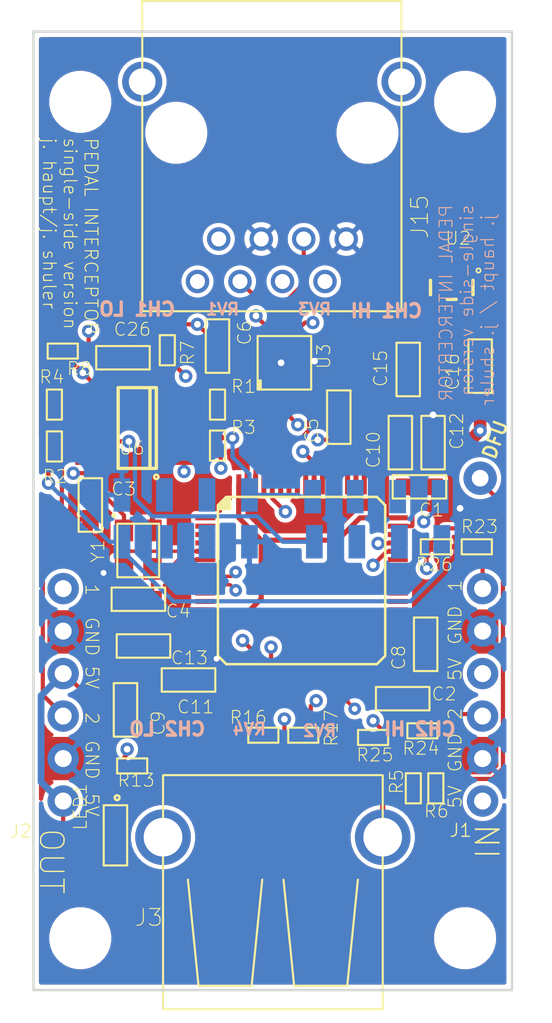
<source format=kicad_pcb>
(kicad_pcb (version 20171130) (host pcbnew 5.0.2+dfsg1-1)

  (general
    (thickness 1.6)
    (drawings 25)
    (tracks 396)
    (zones 0)
    (modules 49)
    (nets 31)
  )

  (page A4)
  (layers
    (0 Top signal)
    (1 Inner1 signal)
    (2 Inner2 signal)
    (31 Bottom signal)
    (32 B.Adhes user)
    (33 F.Adhes user)
    (34 B.Paste user)
    (35 F.Paste user)
    (36 B.SilkS user)
    (37 F.SilkS user hide)
    (38 B.Mask user)
    (39 F.Mask user hide)
    (40 Dwgs.User user)
    (41 Cmts.User user)
    (42 Eco1.User user)
    (43 Eco2.User user)
    (44 Edge.Cuts user)
    (45 Margin user)
    (46 B.CrtYd user)
    (47 F.CrtYd user hide)
    (48 B.Fab user)
    (49 F.Fab user hide)
  )

  (setup
    (last_trace_width 0.25)
    (user_trace_width 0.5)
    (user_trace_width 0.75)
    (user_trace_width 1)
    (trace_clearance 0.1524)
    (zone_clearance 0.254)
    (zone_45_only no)
    (trace_min 0.2)
    (segment_width 0.2)
    (edge_width 0.15)
    (via_size 0.8)
    (via_drill 0.4)
    (via_min_size 0.4)
    (via_min_drill 0.3)
    (uvia_size 0.3)
    (uvia_drill 0.1)
    (uvias_allowed no)
    (uvia_min_size 0.2)
    (uvia_min_drill 0.1)
    (pcb_text_width 0.3)
    (pcb_text_size 1.5 1.5)
    (mod_edge_width 0.15)
    (mod_text_size 1 1)
    (mod_text_width 0.15)
    (pad_size 1.524 1.524)
    (pad_drill 0.762)
    (pad_to_mask_clearance 0.051)
    (solder_mask_min_width 0.25)
    (aux_axis_origin 130 130)
    (visible_elements FFFFFF7F)
    (pcbplotparams
      (layerselection 0x310fc_ffffffff)
      (usegerberextensions false)
      (usegerberattributes false)
      (usegerberadvancedattributes false)
      (creategerberjobfile false)
      (excludeedgelayer true)
      (linewidth 0.100000)
      (plotframeref false)
      (viasonmask false)
      (mode 1)
      (useauxorigin false)
      (hpglpennumber 1)
      (hpglpenspeed 20)
      (hpglpendiameter 15.000000)
      (psnegative false)
      (psa4output false)
      (plotreference true)
      (plotvalue true)
      (plotinvisibletext false)
      (padsonsilk false)
      (subtractmaskfromsilk false)
      (outputformat 1)
      (mirror false)
      (drillshape 0)
      (scaleselection 1)
      (outputdirectory "Fab/"))
  )

  (net 0 "")
  (net 1 GND)
  (net 2 VCC)
  (net 3 /CAN1_TX)
  (net 4 /CAN1_RX)
  (net 5 /BOOT0)
  (net 6 /CAN1_EN)
  (net 7 "Net-(C1-Pad1)")
  (net 8 "Net-(R17-Pad1)")
  (net 9 "Net-(R16-Pad1)")
  (net 10 "Net-(C2-Pad2)")
  (net 11 /LEDG)
  (net 12 "Net-(R8-Pad2)")
  (net 13 "Net-(R7-Pad2)")
  (net 14 "Net-(R24-Pad1)")
  (net 15 "Net-(R23-Pad1)")
  (net 16 "Net-(C4-Pad1)")
  (net 17 "Net-(C3-Pad1)")
  (net 18 "Net-(J3-PadD-)")
  (net 19 "Net-(J3-PadD+)")
  (net 20 "Net-(R2-Pad1)")
  (net 21 /DAC1)
  (net 22 "Net-(R1-Pad2)")
  (net 23 /ACCEL1)
  (net 24 /ACCEL2)
  (net 25 "Net-(J3-Pad1)")
  (net 26 "Net-(LED1-PadC)")
  (net 27 "Net-(C15-Pad1)")
  (net 28 /CAN1_L)
  (net 29 /CAN1_H)
  (net 30 /DAC2)

  (net_class Default "This is the default net class."
    (clearance 0.1524)
    (trace_width 0.25)
    (via_dia 0.8)
    (via_drill 0.4)
    (uvia_dia 0.3)
    (uvia_drill 0.1)
    (add_net /ACCEL1)
    (add_net /ACCEL2)
    (add_net /BOOT0)
    (add_net /CAN1_EN)
    (add_net /CAN1_H)
    (add_net /CAN1_L)
    (add_net /CAN1_RX)
    (add_net /CAN1_TX)
    (add_net /DAC1)
    (add_net /DAC2)
    (add_net /LEDG)
    (add_net GND)
    (add_net "Net-(C1-Pad1)")
    (add_net "Net-(C15-Pad1)")
    (add_net "Net-(C2-Pad2)")
    (add_net "Net-(C3-Pad1)")
    (add_net "Net-(C4-Pad1)")
    (add_net "Net-(J3-Pad1)")
    (add_net "Net-(J3-PadD+)")
    (add_net "Net-(J3-PadD-)")
    (add_net "Net-(LED1-PadC)")
    (add_net "Net-(R1-Pad2)")
    (add_net "Net-(R16-Pad1)")
    (add_net "Net-(R17-Pad1)")
    (add_net "Net-(R2-Pad1)")
    (add_net "Net-(R23-Pad1)")
    (add_net "Net-(R24-Pad1)")
    (add_net "Net-(R7-Pad2)")
    (add_net "Net-(R8-Pad2)")
    (add_net VCC)
  )

  (module interceptor:SO08 (layer Top) (tedit 0) (tstamp 5F371A9B)
    (at 136.2 96.4 90)
    (descr "<b>Small Outline Package 8</b><br>\nNS Package M08A")
    (path /6CD90590DC927BB1)
    (fp_text reference U6 (at -0.75 0.5 180) (layer F.SilkS)
      (effects (font (size 0.77216 0.77216) (thickness 0.061772)) (justify right top))
    )
    (fp_text value MCP6002 (at 0 0 90) (layer F.SilkS) hide
      (effects (font (size 1.27 1.27) (thickness 0.15)))
    )
    (fp_line (start 2.413 -1.143) (end 2.413 1.143) (layer F.SilkS) (width 0.2))
    (fp_line (start -2.413 -1.143) (end -2.413 1.143) (layer F.SilkS) (width 0.2))
    (fp_circle (center -2.921 1.143) (end -2.794 1.143) (layer F.SilkS) (width 0.1524))
    (fp_line (start 2.4 0.765) (end -2.4 0.765) (layer F.SilkS) (width 0.2032))
    (fp_poly (pts (xy -2.15 -2) (xy -1.66 -2) (xy -1.66 -3.1) (xy -2.15 -3.1)) (layer F.Fab) (width 0))
    (fp_poly (pts (xy -0.88 -2) (xy -0.39 -2) (xy -0.39 -3.1) (xy -0.88 -3.1)) (layer F.Fab) (width 0))
    (fp_poly (pts (xy 0.39 -2) (xy 0.88 -2) (xy 0.88 -3.1) (xy 0.39 -3.1)) (layer F.Fab) (width 0))
    (fp_poly (pts (xy 1.66 -2) (xy 2.15 -2) (xy 2.15 -3.1) (xy 1.66 -3.1)) (layer F.Fab) (width 0))
    (fp_poly (pts (xy 1.66 3.1) (xy 2.15 3.1) (xy 2.15 2) (xy 1.66 2)) (layer F.Fab) (width 0))
    (fp_poly (pts (xy 0.39 3.1) (xy 0.88 3.1) (xy 0.88 2) (xy 0.39 2)) (layer F.Fab) (width 0))
    (fp_poly (pts (xy -0.88 3.1) (xy -0.39 3.1) (xy -0.39 2) (xy -0.88 2)) (layer F.Fab) (width 0))
    (fp_poly (pts (xy -2.15 3.1) (xy -1.66 3.1) (xy -1.66 2) (xy -2.15 2)) (layer F.Fab) (width 0))
    (fp_line (start 2.4 1.146) (end -2.4 1.146) (layer F.SilkS) (width 0.2032))
    (fp_line (start -2.4 -1.138) (end 2.4 -1.138) (layer F.SilkS) (width 0.2032))
    (pad 5 smd rect (at 1.905 -2.6 90) (size 0.6 2.2) (layers Top F.Paste F.Mask)
      (net 12 "Net-(R8-Pad2)") (solder_mask_margin 0.1016))
    (pad 6 smd rect (at 0.635 -2.6 90) (size 0.6 2.2) (layers Top F.Paste F.Mask)
      (net 20 "Net-(R2-Pad1)") (solder_mask_margin 0.1016))
    (pad 8 smd rect (at -1.905 -2.6 90) (size 0.6 2.2) (layers Top F.Paste F.Mask)
      (net 2 VCC) (solder_mask_margin 0.1016))
    (pad 4 smd rect (at 1.905 2.6 90) (size 0.6 2.2) (layers Top F.Paste F.Mask)
      (net 1 GND) (solder_mask_margin 0.1016))
    (pad 3 smd rect (at 0.635 2.6 90) (size 0.6 2.2) (layers Top F.Paste F.Mask)
      (net 13 "Net-(R7-Pad2)") (solder_mask_margin 0.1016))
    (pad 1 smd rect (at -1.905 2.6 90) (size 0.6 2.2) (layers Top F.Paste F.Mask)
      (net 21 /DAC1) (solder_mask_margin 0.1016))
    (pad 7 smd rect (at -0.635 -2.6 90) (size 0.6 2.2) (layers Top F.Paste F.Mask)
      (net 30 /DAC2) (solder_mask_margin 0.1016))
    (pad 2 smd rect (at -0.635 2.6 90) (size 0.6 2.2) (layers Top F.Paste F.Mask)
      (net 22 "Net-(R1-Pad2)") (solder_mask_margin 0.1016))
  )

  (module interceptor:HVSON8 (layer Top) (tedit 5F372971) (tstamp 5F37918F)
    (at 145 92.5 90)
    (path /2BCD79B19A04CEE8)
    (fp_text reference U3 (at 1.2 1.9 270) (layer F.SilkS)
      (effects (font (size 0.77216 0.77216) (thickness 0.061772)) (justify right top))
    )
    (fp_text value TJA1042HVSON (at 0 0 90) (layer F.SilkS) hide
      (effects (font (size 1.27 1.27) (thickness 0.15)))
    )
    (fp_poly (pts (xy -1.6 -1.6) (xy -1 -1.6) (xy -1 -1.35) (xy -1.6 -1.35)) (layer F.SilkS) (width 0))
    (fp_line (start -1.6 1.6) (end -1.6 -1.6) (layer F.SilkS) (width 0.127))
    (fp_line (start 1.6 1.6) (end -1.6 1.6) (layer F.SilkS) (width 0.127))
    (fp_line (start 1.6 -1.6) (end 1.6 1.6) (layer F.SilkS) (width 0.127))
    (fp_line (start -1.6 -1.6) (end 1.6 -1.6) (layer F.SilkS) (width 0.127))
    (pad PAD smd rect (at 0 0 90) (size 1.6 2.4) (layers Top F.Paste F.Mask)
      (net 1 GND) (solder_mask_margin 0.1016))
    (pad 5 smd rect (at 1.5 0.95 90) (size 0.75 0.35) (layers Top F.Paste F.Mask)
      (net 2 VCC) (solder_mask_margin 0.1016))
    (pad 6 smd rect (at 1.5 0.35 90) (size 0.75 0.35) (layers Top F.Paste F.Mask)
      (net 28 /CAN1_L) (solder_mask_margin 0.1016))
    (pad 7 smd rect (at 1.5 -0.3 90) (size 0.75 0.35) (layers Top F.Paste F.Mask)
      (net 29 /CAN1_H) (solder_mask_margin 0.1016))
    (pad 8 smd rect (at 1.5 -0.95 90) (size 0.75 0.35) (layers Top F.Paste F.Mask)
      (net 6 /CAN1_EN) (solder_mask_margin 0.1016))
    (pad 4 smd rect (at -1.5 0.95 90) (size 0.75 0.35) (layers Top F.Paste F.Mask)
      (net 4 /CAN1_RX) (solder_mask_margin 0.1016))
    (pad 3 smd rect (at -1.5 0.35 90) (size 0.75 0.35) (layers Top F.Paste F.Mask)
      (net 2 VCC) (solder_mask_margin 0.1016))
    (pad 2 smd rect (at -1.5 -0.3 90) (size 0.75 0.35) (layers Top F.Paste F.Mask)
      (net 1 GND) (solder_mask_margin 0.1016))
    (pad 1 smd rect (at -1.5 -0.95 90) (size 0.75 0.35) (layers Top F.Paste F.Mask)
      (net 3 /CAN1_TX) (solder_mask_margin 0.1016))
  )

  (module interceptor:USB-A-S (layer Top) (tedit 5F370D33) (tstamp 5F3736A8)
    (at 144.311 120.8596 90)
    (descr "<b>USB Series A Surface Mounted</b>")
    (path /578A72FFD6A0AFFD)
    (fp_text reference J3 (at -5.3904 -8.311) (layer F.SilkS)
      (effects (font (size 1 1) (thickness 0.061772)) (justify left bottom))
    )
    (fp_text value USB-ASMD-F (at 0 0 90) (layer F.SilkS) hide
      (effects (font (size 1.27 1.27) (thickness 0.15)))
    )
    (fp_line (start -8.89 -1.27) (end -2.54 -0.635) (layer F.SilkS) (width 0.127))
    (fp_line (start -8.89 -4.445) (end -8.89 -1.27) (layer F.SilkS) (width 0.127))
    (fp_line (start -2.54 -5.08) (end -8.89 -4.445) (layer F.SilkS) (width 0.127))
    (fp_line (start -8.89 1.27) (end -2.54 0.635) (layer F.SilkS) (width 0.127))
    (fp_line (start -8.89 4.445) (end -8.89 1.27) (layer F.SilkS) (width 0.127))
    (fp_line (start -2.54 5.08) (end -8.89 4.445) (layer F.SilkS) (width 0.127))
    (fp_line (start 3.7084 -6.5024) (end 3.7084 6.5024) (layer F.SilkS) (width 0.127))
    (fp_line (start -10.287 -6.477) (end -10.287 6.477) (layer F.SilkS) (width 0.127))
    (fp_line (start 3.6957 6.5659) (end -10.287 6.5659) (layer F.SilkS) (width 0.127))
    (fp_line (start 3.6957 -6.5659) (end -10.287 -6.5659) (layer F.SilkS) (width 0.127))
    (pad GND smd rect (at 3.45 3.5 90) (size 3 0.9) (layers Top F.Paste F.Mask)
      (net 1 GND) (solder_mask_margin 0.1016))
    (pad D+ smd rect (at 3.45 1 90) (size 3 0.9) (layers Top F.Paste F.Mask)
      (net 19 "Net-(J3-PadD+)") (solder_mask_margin 0.1016))
    (pad VBUS smd rect (at 3.45 -3.5 90) (size 3 0.9) (layers Top F.Paste F.Mask)
      (net 2 VCC) (solder_mask_margin 0.1016))
    (pad D- smd rect (at 3.45 -1 90) (size 3 0.9) (layers Top F.Paste F.Mask)
      (net 18 "Net-(J3-PadD-)") (solder_mask_margin 0.1016))
    (pad 2 thru_hole circle (at 0 -6.5659) (size 3.3274 3.3274) (drill 2.3114) (layers *.Cu *.Mask)
      (solder_mask_margin 0.1016))
    (pad 1 thru_hole circle (at 0 6.5659) (size 3.3274 3.3274) (drill 2.3114) (layers *.Cu *.Mask)
      (net 25 "Net-(J3-Pad1)") (solder_mask_margin 0.1016))
  )

  (module interceptor:0603-C (layer Top) (tedit 0) (tstamp 5F3724A5)
    (at 153.0719 99.9152)
    (path /32F0E1AD620F724C)
    (fp_text reference C1 (at -0.0719 1.8348 180) (layer F.SilkS)
      (effects (font (size 0.77216 0.77216) (thickness 0.061772)) (justify left bottom))
    )
    (fp_text value 2.2uF (at 0 0) (layer F.SilkS) hide
      (effects (font (size 1.27 1.27) (thickness 0.15)))
    )
    (fp_line (start 1.6 -0.7) (end -1.6 -0.7) (layer F.SilkS) (width 0.127))
    (fp_line (start 1.6 0.7) (end 1.6 -0.7) (layer F.SilkS) (width 0.127))
    (fp_line (start -1.6 0.7) (end 1.6 0.7) (layer F.SilkS) (width 0.127))
    (fp_line (start -1.6 -0.7) (end -1.6 0.7) (layer F.SilkS) (width 0.127))
    (fp_poly (pts (xy -0.1999 0.3) (xy 0.1999 0.3) (xy 0.1999 -0.3) (xy -0.1999 -0.3)) (layer F.Adhes) (width 0))
    (fp_poly (pts (xy 0.3302 0.4699) (xy 0.8303 0.4699) (xy 0.8303 -0.4801) (xy 0.3302 -0.4801)) (layer F.Fab) (width 0))
    (fp_poly (pts (xy -0.8382 0.4699) (xy -0.3381 0.4699) (xy -0.3381 -0.4801) (xy -0.8382 -0.4801)) (layer F.Fab) (width 0))
    (fp_line (start -0.356 0.419) (end 0.356 0.419) (layer F.Fab) (width 0.1016))
    (fp_line (start -0.356 -0.432) (end 0.356 -0.432) (layer F.Fab) (width 0.1016))
    (fp_line (start -1.473 0.983) (end -1.473 -0.983) (layer Dwgs.User) (width 0.0508))
    (fp_line (start 1.473 0.983) (end -1.473 0.983) (layer Dwgs.User) (width 0.0508))
    (fp_line (start 1.473 -0.983) (end 1.473 0.983) (layer Dwgs.User) (width 0.0508))
    (fp_line (start -1.473 -0.983) (end 1.473 -0.983) (layer Dwgs.User) (width 0.0508))
    (pad 2 smd rect (at 0.85 0) (size 1.1 1) (layers Top F.Paste F.Mask)
      (net 1 GND) (solder_mask_margin 0.1016))
    (pad 1 smd rect (at -0.85 0) (size 1.1 1) (layers Top F.Paste F.Mask)
      (net 7 "Net-(C1-Pad1)") (solder_mask_margin 0.1016))
  )

  (module interceptor:0603-C (layer Top) (tedit 0) (tstamp 5F3724DB)
    (at 151.9289 97.2736 90)
    (path /6596D776A08A9EE1)
    (fp_text reference C10 (at -1.589 -1.162 90) (layer F.SilkS)
      (effects (font (size 0.77216 0.77216) (thickness 0.061772)) (justify left bottom))
    )
    (fp_text value 100nF (at 0 0 90) (layer F.SilkS) hide
      (effects (font (size 1.27 1.27) (thickness 0.15)))
    )
    (fp_line (start 1.6 -0.7) (end -1.6 -0.7) (layer F.SilkS) (width 0.127))
    (fp_line (start 1.6 0.7) (end 1.6 -0.7) (layer F.SilkS) (width 0.127))
    (fp_line (start -1.6 0.7) (end 1.6 0.7) (layer F.SilkS) (width 0.127))
    (fp_line (start -1.6 -0.7) (end -1.6 0.7) (layer F.SilkS) (width 0.127))
    (fp_poly (pts (xy -0.1999 0.3) (xy 0.1999 0.3) (xy 0.1999 -0.3) (xy -0.1999 -0.3)) (layer F.Adhes) (width 0))
    (fp_poly (pts (xy 0.3302 0.4699) (xy 0.8303 0.4699) (xy 0.8303 -0.4801) (xy 0.3302 -0.4801)) (layer F.Fab) (width 0))
    (fp_poly (pts (xy -0.8382 0.4699) (xy -0.3381 0.4699) (xy -0.3381 -0.4801) (xy -0.8382 -0.4801)) (layer F.Fab) (width 0))
    (fp_line (start -0.356 0.419) (end 0.356 0.419) (layer F.Fab) (width 0.1016))
    (fp_line (start -0.356 -0.432) (end 0.356 -0.432) (layer F.Fab) (width 0.1016))
    (fp_line (start -1.473 0.983) (end -1.473 -0.983) (layer Dwgs.User) (width 0.0508))
    (fp_line (start 1.473 0.983) (end -1.473 0.983) (layer Dwgs.User) (width 0.0508))
    (fp_line (start 1.473 -0.983) (end 1.473 0.983) (layer Dwgs.User) (width 0.0508))
    (fp_line (start -1.473 -0.983) (end 1.473 -0.983) (layer Dwgs.User) (width 0.0508))
    (pad 2 smd rect (at 0.85 0 90) (size 1.1 1) (layers Top F.Paste F.Mask)
      (net 1 GND) (solder_mask_margin 0.1016))
    (pad 1 smd rect (at -0.85 0 90) (size 1.1 1) (layers Top F.Paste F.Mask)
      (net 2 VCC) (solder_mask_margin 0.1016))
  )

  (module interceptor:0603-C (layer Top) (tedit 0) (tstamp 5F372511)
    (at 139.2691 111.4616 180)
    (path /7CF953C646744172)
    (fp_text reference C11 (at -1.589 -1.162) (layer F.SilkS)
      (effects (font (size 0.77216 0.77216) (thickness 0.061772)) (justify right top))
    )
    (fp_text value 100nF (at 0 0 180) (layer F.SilkS) hide
      (effects (font (size 1.27 1.27) (thickness 0.15)) (justify right top))
    )
    (fp_line (start 1.6 -0.7) (end -1.6 -0.7) (layer F.SilkS) (width 0.127))
    (fp_line (start 1.6 0.7) (end 1.6 -0.7) (layer F.SilkS) (width 0.127))
    (fp_line (start -1.6 0.7) (end 1.6 0.7) (layer F.SilkS) (width 0.127))
    (fp_line (start -1.6 -0.7) (end -1.6 0.7) (layer F.SilkS) (width 0.127))
    (fp_poly (pts (xy -0.1999 0.3) (xy 0.1999 0.3) (xy 0.1999 -0.3) (xy -0.1999 -0.3)) (layer F.Adhes) (width 0))
    (fp_poly (pts (xy 0.3302 0.4699) (xy 0.8303 0.4699) (xy 0.8303 -0.4801) (xy 0.3302 -0.4801)) (layer F.Fab) (width 0))
    (fp_poly (pts (xy -0.8382 0.4699) (xy -0.3381 0.4699) (xy -0.3381 -0.4801) (xy -0.8382 -0.4801)) (layer F.Fab) (width 0))
    (fp_line (start -0.356 0.419) (end 0.356 0.419) (layer F.Fab) (width 0.1016))
    (fp_line (start -0.356 -0.432) (end 0.356 -0.432) (layer F.Fab) (width 0.1016))
    (fp_line (start -1.473 0.983) (end -1.473 -0.983) (layer Dwgs.User) (width 0.0508))
    (fp_line (start 1.473 0.983) (end -1.473 0.983) (layer Dwgs.User) (width 0.0508))
    (fp_line (start 1.473 -0.983) (end 1.473 0.983) (layer Dwgs.User) (width 0.0508))
    (fp_line (start -1.473 -0.983) (end 1.473 -0.983) (layer Dwgs.User) (width 0.0508))
    (pad 2 smd rect (at 0.85 0 180) (size 1.1 1) (layers Top F.Paste F.Mask)
      (net 1 GND) (solder_mask_margin 0.1016))
    (pad 1 smd rect (at -0.85 0 180) (size 1.1 1) (layers Top F.Paste F.Mask)
      (net 2 VCC) (solder_mask_margin 0.1016))
  )

  (module interceptor:0603-C (layer Top) (tedit 0) (tstamp 5F37179D)
    (at 153.8847 97.2736 90)
    (path /4F1D5D1354B85765)
    (fp_text reference C12 (at -0.4764 1.8653 90) (layer F.SilkS)
      (effects (font (size 0.77216 0.77216) (thickness 0.061772)) (justify left bottom))
    )
    (fp_text value 4.7uF (at 0 0 90) (layer F.SilkS) hide
      (effects (font (size 1.27 1.27) (thickness 0.15)))
    )
    (fp_line (start 1.6 -0.7) (end -1.6 -0.7) (layer F.SilkS) (width 0.127))
    (fp_line (start 1.6 0.7) (end 1.6 -0.7) (layer F.SilkS) (width 0.127))
    (fp_line (start -1.6 0.7) (end 1.6 0.7) (layer F.SilkS) (width 0.127))
    (fp_line (start -1.6 -0.7) (end -1.6 0.7) (layer F.SilkS) (width 0.127))
    (fp_poly (pts (xy -0.1999 0.3) (xy 0.1999 0.3) (xy 0.1999 -0.3) (xy -0.1999 -0.3)) (layer F.Adhes) (width 0))
    (fp_poly (pts (xy 0.3302 0.4699) (xy 0.8303 0.4699) (xy 0.8303 -0.4801) (xy 0.3302 -0.4801)) (layer F.Fab) (width 0))
    (fp_poly (pts (xy -0.8382 0.4699) (xy -0.3381 0.4699) (xy -0.3381 -0.4801) (xy -0.8382 -0.4801)) (layer F.Fab) (width 0))
    (fp_line (start -0.356 0.419) (end 0.356 0.419) (layer F.Fab) (width 0.1016))
    (fp_line (start -0.356 -0.432) (end 0.356 -0.432) (layer F.Fab) (width 0.1016))
    (fp_line (start -1.473 0.983) (end -1.473 -0.983) (layer Dwgs.User) (width 0.0508))
    (fp_line (start 1.473 0.983) (end -1.473 0.983) (layer Dwgs.User) (width 0.0508))
    (fp_line (start 1.473 -0.983) (end 1.473 0.983) (layer Dwgs.User) (width 0.0508))
    (fp_line (start -1.473 -0.983) (end 1.473 -0.983) (layer Dwgs.User) (width 0.0508))
    (pad 2 smd rect (at 0.85 0 90) (size 1.1 1) (layers Top F.Paste F.Mask)
      (net 1 GND) (solder_mask_margin 0.1016))
    (pad 1 smd rect (at -0.85 0 90) (size 1.1 1) (layers Top F.Paste F.Mask)
      (net 2 VCC) (solder_mask_margin 0.1016))
  )

  (module interceptor:0603-C (layer Top) (tedit 0) (tstamp 5F371F77)
    (at 136.5767 109.4296 180)
    (path /1735863885E9F438)
    (fp_text reference C13 (at -1.589 -1.162) (layer F.SilkS)
      (effects (font (size 0.77216 0.77216) (thickness 0.061772)) (justify left bottom))
    )
    (fp_text value 100nF (at 0 0 180) (layer F.SilkS) hide
      (effects (font (size 1.27 1.27) (thickness 0.15)) (justify right top))
    )
    (fp_line (start 1.6 -0.7) (end -1.6 -0.7) (layer F.SilkS) (width 0.127))
    (fp_line (start 1.6 0.7) (end 1.6 -0.7) (layer F.SilkS) (width 0.127))
    (fp_line (start -1.6 0.7) (end 1.6 0.7) (layer F.SilkS) (width 0.127))
    (fp_line (start -1.6 -0.7) (end -1.6 0.7) (layer F.SilkS) (width 0.127))
    (fp_poly (pts (xy -0.1999 0.3) (xy 0.1999 0.3) (xy 0.1999 -0.3) (xy -0.1999 -0.3)) (layer F.Adhes) (width 0))
    (fp_poly (pts (xy 0.3302 0.4699) (xy 0.8303 0.4699) (xy 0.8303 -0.4801) (xy 0.3302 -0.4801)) (layer F.Fab) (width 0))
    (fp_poly (pts (xy -0.8382 0.4699) (xy -0.3381 0.4699) (xy -0.3381 -0.4801) (xy -0.8382 -0.4801)) (layer F.Fab) (width 0))
    (fp_line (start -0.356 0.419) (end 0.356 0.419) (layer F.Fab) (width 0.1016))
    (fp_line (start -0.356 -0.432) (end 0.356 -0.432) (layer F.Fab) (width 0.1016))
    (fp_line (start -1.473 0.983) (end -1.473 -0.983) (layer Dwgs.User) (width 0.0508))
    (fp_line (start 1.473 0.983) (end -1.473 0.983) (layer Dwgs.User) (width 0.0508))
    (fp_line (start 1.473 -0.983) (end 1.473 0.983) (layer Dwgs.User) (width 0.0508))
    (fp_line (start -1.473 -0.983) (end 1.473 -0.983) (layer Dwgs.User) (width 0.0508))
    (pad 2 smd rect (at 0.85 0 180) (size 1.1 1) (layers Top F.Paste F.Mask)
      (net 1 GND) (solder_mask_margin 0.1016))
    (pad 1 smd rect (at -0.85 0 180) (size 1.1 1) (layers Top F.Paste F.Mask)
      (net 2 VCC) (solder_mask_margin 0.1016))
  )

  (module interceptor:0603-C (layer Top) (tedit 0) (tstamp 5F3717DF)
    (at 152.4 92.9 90)
    (path /ADC3F82B82FD5692)
    (fp_text reference C15 (at -1.1 -1.2 270) (layer F.SilkS)
      (effects (font (size 0.77216 0.77216) (thickness 0.061772)) (justify left bottom))
    )
    (fp_text value 100nF (at 0 0 90) (layer F.SilkS) hide
      (effects (font (size 1.27 1.27) (thickness 0.15)))
    )
    (fp_line (start 1.6 -0.7) (end -1.6 -0.7) (layer F.SilkS) (width 0.127))
    (fp_line (start 1.6 0.7) (end 1.6 -0.7) (layer F.SilkS) (width 0.127))
    (fp_line (start -1.6 0.7) (end 1.6 0.7) (layer F.SilkS) (width 0.127))
    (fp_line (start -1.6 -0.7) (end -1.6 0.7) (layer F.SilkS) (width 0.127))
    (fp_poly (pts (xy -0.1999 0.3) (xy 0.1999 0.3) (xy 0.1999 -0.3) (xy -0.1999 -0.3)) (layer F.Adhes) (width 0))
    (fp_poly (pts (xy 0.3302 0.4699) (xy 0.8303 0.4699) (xy 0.8303 -0.4801) (xy 0.3302 -0.4801)) (layer F.Fab) (width 0))
    (fp_poly (pts (xy -0.8382 0.4699) (xy -0.3381 0.4699) (xy -0.3381 -0.4801) (xy -0.8382 -0.4801)) (layer F.Fab) (width 0))
    (fp_line (start -0.356 0.419) (end 0.356 0.419) (layer F.Fab) (width 0.1016))
    (fp_line (start -0.356 -0.432) (end 0.356 -0.432) (layer F.Fab) (width 0.1016))
    (fp_line (start -1.473 0.983) (end -1.473 -0.983) (layer Dwgs.User) (width 0.0508))
    (fp_line (start 1.473 0.983) (end -1.473 0.983) (layer Dwgs.User) (width 0.0508))
    (fp_line (start 1.473 -0.983) (end 1.473 0.983) (layer Dwgs.User) (width 0.0508))
    (fp_line (start -1.473 -0.983) (end 1.473 -0.983) (layer Dwgs.User) (width 0.0508))
    (pad 2 smd rect (at 0.85 0 90) (size 1.1 1) (layers Top F.Paste F.Mask)
      (net 1 GND) (solder_mask_margin 0.1016))
    (pad 1 smd rect (at -0.85 0 90) (size 1.1 1) (layers Top F.Paste F.Mask)
      (net 27 "Net-(C15-Pad1)") (solder_mask_margin 0.1016))
  )

  (module interceptor:0603-C (layer Top) (tedit 0) (tstamp 5F371881)
    (at 156.7 92.7 90)
    (path /3D2E764DA18400F9)
    (fp_text reference C16 (at -1.5 -1.2 270) (layer F.SilkS)
      (effects (font (size 0.77216 0.77216) (thickness 0.061772)) (justify left bottom))
    )
    (fp_text value 2.2uF (at 0 0 90) (layer F.SilkS) hide
      (effects (font (size 1.27 1.27) (thickness 0.15)))
    )
    (fp_line (start 1.6 -0.7) (end -1.6 -0.7) (layer F.SilkS) (width 0.127))
    (fp_line (start 1.6 0.7) (end 1.6 -0.7) (layer F.SilkS) (width 0.127))
    (fp_line (start -1.6 0.7) (end 1.6 0.7) (layer F.SilkS) (width 0.127))
    (fp_line (start -1.6 -0.7) (end -1.6 0.7) (layer F.SilkS) (width 0.127))
    (fp_poly (pts (xy -0.1999 0.3) (xy 0.1999 0.3) (xy 0.1999 -0.3) (xy -0.1999 -0.3)) (layer F.Adhes) (width 0))
    (fp_poly (pts (xy 0.3302 0.4699) (xy 0.8303 0.4699) (xy 0.8303 -0.4801) (xy 0.3302 -0.4801)) (layer F.Fab) (width 0))
    (fp_poly (pts (xy -0.8382 0.4699) (xy -0.3381 0.4699) (xy -0.3381 -0.4801) (xy -0.8382 -0.4801)) (layer F.Fab) (width 0))
    (fp_line (start -0.356 0.419) (end 0.356 0.419) (layer F.Fab) (width 0.1016))
    (fp_line (start -0.356 -0.432) (end 0.356 -0.432) (layer F.Fab) (width 0.1016))
    (fp_line (start -1.473 0.983) (end -1.473 -0.983) (layer Dwgs.User) (width 0.0508))
    (fp_line (start 1.473 0.983) (end -1.473 0.983) (layer Dwgs.User) (width 0.0508))
    (fp_line (start 1.473 -0.983) (end 1.473 0.983) (layer Dwgs.User) (width 0.0508))
    (fp_line (start -1.473 -0.983) (end 1.473 -0.983) (layer Dwgs.User) (width 0.0508))
    (pad 2 smd rect (at 0.85 0 90) (size 1.1 1) (layers Top F.Paste F.Mask)
      (net 1 GND) (solder_mask_margin 0.1016))
    (pad 1 smd rect (at -0.85 0 90) (size 1.1 1) (layers Top F.Paste F.Mask)
      (net 2 VCC) (solder_mask_margin 0.1016))
  )

  (module interceptor:0603-C (layer Top) (tedit 0) (tstamp 5F372421)
    (at 152.0707 112.5792 180)
    (path /B5C702CF2A8A4C6F)
    (fp_text reference C2 (at -1.6793 -0.1708) (layer F.SilkS)
      (effects (font (size 0.77216 0.77216) (thickness 0.061772)) (justify left bottom))
    )
    (fp_text value 2.2uF (at 0 0 180) (layer F.SilkS) hide
      (effects (font (size 1.27 1.27) (thickness 0.15)) (justify right top))
    )
    (fp_line (start 1.6 -0.7) (end -1.6 -0.7) (layer F.SilkS) (width 0.127))
    (fp_line (start 1.6 0.7) (end 1.6 -0.7) (layer F.SilkS) (width 0.127))
    (fp_line (start -1.6 0.7) (end 1.6 0.7) (layer F.SilkS) (width 0.127))
    (fp_line (start -1.6 -0.7) (end -1.6 0.7) (layer F.SilkS) (width 0.127))
    (fp_poly (pts (xy -0.1999 0.3) (xy 0.1999 0.3) (xy 0.1999 -0.3) (xy -0.1999 -0.3)) (layer F.Adhes) (width 0))
    (fp_poly (pts (xy 0.3302 0.4699) (xy 0.8303 0.4699) (xy 0.8303 -0.4801) (xy 0.3302 -0.4801)) (layer F.Fab) (width 0))
    (fp_poly (pts (xy -0.8382 0.4699) (xy -0.3381 0.4699) (xy -0.3381 -0.4801) (xy -0.8382 -0.4801)) (layer F.Fab) (width 0))
    (fp_line (start -0.356 0.419) (end 0.356 0.419) (layer F.Fab) (width 0.1016))
    (fp_line (start -0.356 -0.432) (end 0.356 -0.432) (layer F.Fab) (width 0.1016))
    (fp_line (start -1.473 0.983) (end -1.473 -0.983) (layer Dwgs.User) (width 0.0508))
    (fp_line (start 1.473 0.983) (end -1.473 0.983) (layer Dwgs.User) (width 0.0508))
    (fp_line (start 1.473 -0.983) (end 1.473 0.983) (layer Dwgs.User) (width 0.0508))
    (fp_line (start -1.473 -0.983) (end 1.473 -0.983) (layer Dwgs.User) (width 0.0508))
    (pad 2 smd rect (at 0.85 0 180) (size 1.1 1) (layers Top F.Paste F.Mask)
      (net 10 "Net-(C2-Pad2)") (solder_mask_margin 0.1016))
    (pad 1 smd rect (at -0.85 0 180) (size 1.1 1) (layers Top F.Paste F.Mask)
      (net 1 GND) (solder_mask_margin 0.1016))
  )

  (module interceptor:0603-C (layer Top) (tedit 0) (tstamp 5F37183C)
    (at 135.35 92.2)
    (path /411A2BE3410F41C)
    (fp_text reference C26 (at -0.6 -1.25) (layer F.SilkS)
      (effects (font (size 0.77216 0.77216) (thickness 0.061772)) (justify left bottom))
    )
    (fp_text value 100nF (at 0 0) (layer F.SilkS) hide
      (effects (font (size 1.27 1.27) (thickness 0.15)))
    )
    (fp_line (start 1.6 -0.7) (end -1.6 -0.7) (layer F.SilkS) (width 0.127))
    (fp_line (start 1.6 0.7) (end 1.6 -0.7) (layer F.SilkS) (width 0.127))
    (fp_line (start -1.6 0.7) (end 1.6 0.7) (layer F.SilkS) (width 0.127))
    (fp_line (start -1.6 -0.7) (end -1.6 0.7) (layer F.SilkS) (width 0.127))
    (fp_poly (pts (xy -0.1999 0.3) (xy 0.1999 0.3) (xy 0.1999 -0.3) (xy -0.1999 -0.3)) (layer F.Adhes) (width 0))
    (fp_poly (pts (xy 0.3302 0.4699) (xy 0.8303 0.4699) (xy 0.8303 -0.4801) (xy 0.3302 -0.4801)) (layer F.Fab) (width 0))
    (fp_poly (pts (xy -0.8382 0.4699) (xy -0.3381 0.4699) (xy -0.3381 -0.4801) (xy -0.8382 -0.4801)) (layer F.Fab) (width 0))
    (fp_line (start -0.356 0.419) (end 0.356 0.419) (layer F.Fab) (width 0.1016))
    (fp_line (start -0.356 -0.432) (end 0.356 -0.432) (layer F.Fab) (width 0.1016))
    (fp_line (start -1.473 0.983) (end -1.473 -0.983) (layer Dwgs.User) (width 0.0508))
    (fp_line (start 1.473 0.983) (end -1.473 0.983) (layer Dwgs.User) (width 0.0508))
    (fp_line (start 1.473 -0.983) (end 1.473 0.983) (layer Dwgs.User) (width 0.0508))
    (fp_line (start -1.473 -0.983) (end 1.473 -0.983) (layer Dwgs.User) (width 0.0508))
    (pad 2 smd rect (at 0.85 0) (size 1.1 1) (layers Top F.Paste F.Mask)
      (net 1 GND) (solder_mask_margin 0.1016))
    (pad 1 smd rect (at -0.85 0) (size 1.1 1) (layers Top F.Paste F.Mask)
      (net 2 VCC) (solder_mask_margin 0.1016))
  )

  (module interceptor:0603-C (layer Top) (tedit 0) (tstamp 5F371983)
    (at 133.4 101 270)
    (path /298E3285C0EF1A97)
    (fp_text reference C3 (at -0.5 -1.2 180) (layer F.SilkS)
      (effects (font (size 0.77216 0.77216) (thickness 0.061772)) (justify left bottom))
    )
    (fp_text value 12pF (at 0 0 270) (layer F.SilkS) hide
      (effects (font (size 1.27 1.27) (thickness 0.15)))
    )
    (fp_line (start 1.6 -0.7) (end -1.6 -0.7) (layer F.SilkS) (width 0.127))
    (fp_line (start 1.6 0.7) (end 1.6 -0.7) (layer F.SilkS) (width 0.127))
    (fp_line (start -1.6 0.7) (end 1.6 0.7) (layer F.SilkS) (width 0.127))
    (fp_line (start -1.6 -0.7) (end -1.6 0.7) (layer F.SilkS) (width 0.127))
    (fp_poly (pts (xy -0.1999 0.3) (xy 0.1999 0.3) (xy 0.1999 -0.3) (xy -0.1999 -0.3)) (layer F.Adhes) (width 0))
    (fp_poly (pts (xy 0.3302 0.4699) (xy 0.8303 0.4699) (xy 0.8303 -0.4801) (xy 0.3302 -0.4801)) (layer F.Fab) (width 0))
    (fp_poly (pts (xy -0.8382 0.4699) (xy -0.3381 0.4699) (xy -0.3381 -0.4801) (xy -0.8382 -0.4801)) (layer F.Fab) (width 0))
    (fp_line (start -0.356 0.419) (end 0.356 0.419) (layer F.Fab) (width 0.1016))
    (fp_line (start -0.356 -0.432) (end 0.356 -0.432) (layer F.Fab) (width 0.1016))
    (fp_line (start -1.473 0.983) (end -1.473 -0.983) (layer Dwgs.User) (width 0.0508))
    (fp_line (start 1.473 0.983) (end -1.473 0.983) (layer Dwgs.User) (width 0.0508))
    (fp_line (start 1.473 -0.983) (end 1.473 0.983) (layer Dwgs.User) (width 0.0508))
    (fp_line (start -1.473 -0.983) (end 1.473 -0.983) (layer Dwgs.User) (width 0.0508))
    (pad 2 smd rect (at 0.85 0 270) (size 1.1 1) (layers Top F.Paste F.Mask)
      (net 1 GND) (solder_mask_margin 0.1016))
    (pad 1 smd rect (at -0.85 0 270) (size 1.1 1) (layers Top F.Paste F.Mask)
      (net 17 "Net-(C3-Pad1)") (solder_mask_margin 0.1016))
  )

  (module interceptor:0603-C (layer Top) (tedit 0) (tstamp 5F371A5B)
    (at 136.2719 106.6356 180)
    (path /C9906E86E247A92D)
    (fp_text reference C4 (at -1.589 -1.162) (layer F.SilkS)
      (effects (font (size 0.77216 0.77216) (thickness 0.061772)) (justify left bottom))
    )
    (fp_text value 12pF (at 0 0 180) (layer F.SilkS) hide
      (effects (font (size 1.27 1.27) (thickness 0.15)) (justify right top))
    )
    (fp_line (start 1.6 -0.7) (end -1.6 -0.7) (layer F.SilkS) (width 0.127))
    (fp_line (start 1.6 0.7) (end 1.6 -0.7) (layer F.SilkS) (width 0.127))
    (fp_line (start -1.6 0.7) (end 1.6 0.7) (layer F.SilkS) (width 0.127))
    (fp_line (start -1.6 -0.7) (end -1.6 0.7) (layer F.SilkS) (width 0.127))
    (fp_poly (pts (xy -0.1999 0.3) (xy 0.1999 0.3) (xy 0.1999 -0.3) (xy -0.1999 -0.3)) (layer F.Adhes) (width 0))
    (fp_poly (pts (xy 0.3302 0.4699) (xy 0.8303 0.4699) (xy 0.8303 -0.4801) (xy 0.3302 -0.4801)) (layer F.Fab) (width 0))
    (fp_poly (pts (xy -0.8382 0.4699) (xy -0.3381 0.4699) (xy -0.3381 -0.4801) (xy -0.8382 -0.4801)) (layer F.Fab) (width 0))
    (fp_line (start -0.356 0.419) (end 0.356 0.419) (layer F.Fab) (width 0.1016))
    (fp_line (start -0.356 -0.432) (end 0.356 -0.432) (layer F.Fab) (width 0.1016))
    (fp_line (start -1.473 0.983) (end -1.473 -0.983) (layer Dwgs.User) (width 0.0508))
    (fp_line (start 1.473 0.983) (end -1.473 0.983) (layer Dwgs.User) (width 0.0508))
    (fp_line (start 1.473 -0.983) (end 1.473 0.983) (layer Dwgs.User) (width 0.0508))
    (fp_line (start -1.473 -0.983) (end 1.473 -0.983) (layer Dwgs.User) (width 0.0508))
    (pad 2 smd rect (at 0.85 0 180) (size 1.1 1) (layers Top F.Paste F.Mask)
      (net 1 GND) (solder_mask_margin 0.1016))
    (pad 1 smd rect (at -0.85 0 180) (size 1.1 1) (layers Top F.Paste F.Mask)
      (net 16 "Net-(C4-Pad1)") (solder_mask_margin 0.1016))
  )

  (module interceptor:0603-C (layer Top) (tedit 0) (tstamp 5F3719B9)
    (at 153.4423 109.328 90)
    (path /5FFCE8047D0E483A)
    (fp_text reference C8 (at -1.589 -1.162 90) (layer F.SilkS)
      (effects (font (size 0.77216 0.77216) (thickness 0.061772)) (justify left bottom))
    )
    (fp_text value 100nF (at 0 0 90) (layer F.SilkS) hide
      (effects (font (size 1.27 1.27) (thickness 0.15)))
    )
    (fp_line (start 1.6 -0.7) (end -1.6 -0.7) (layer F.SilkS) (width 0.127))
    (fp_line (start 1.6 0.7) (end 1.6 -0.7) (layer F.SilkS) (width 0.127))
    (fp_line (start -1.6 0.7) (end 1.6 0.7) (layer F.SilkS) (width 0.127))
    (fp_line (start -1.6 -0.7) (end -1.6 0.7) (layer F.SilkS) (width 0.127))
    (fp_poly (pts (xy -0.1999 0.3) (xy 0.1999 0.3) (xy 0.1999 -0.3) (xy -0.1999 -0.3)) (layer F.Adhes) (width 0))
    (fp_poly (pts (xy 0.3302 0.4699) (xy 0.8303 0.4699) (xy 0.8303 -0.4801) (xy 0.3302 -0.4801)) (layer F.Fab) (width 0))
    (fp_poly (pts (xy -0.8382 0.4699) (xy -0.3381 0.4699) (xy -0.3381 -0.4801) (xy -0.8382 -0.4801)) (layer F.Fab) (width 0))
    (fp_line (start -0.356 0.419) (end 0.356 0.419) (layer F.Fab) (width 0.1016))
    (fp_line (start -0.356 -0.432) (end 0.356 -0.432) (layer F.Fab) (width 0.1016))
    (fp_line (start -1.473 0.983) (end -1.473 -0.983) (layer Dwgs.User) (width 0.0508))
    (fp_line (start 1.473 0.983) (end -1.473 0.983) (layer Dwgs.User) (width 0.0508))
    (fp_line (start 1.473 -0.983) (end 1.473 0.983) (layer Dwgs.User) (width 0.0508))
    (fp_line (start -1.473 -0.983) (end 1.473 -0.983) (layer Dwgs.User) (width 0.0508))
    (pad 2 smd rect (at 0.85 0 90) (size 1.1 1) (layers Top F.Paste F.Mask)
      (net 1 GND) (solder_mask_margin 0.1016))
    (pad 1 smd rect (at -0.85 0 90) (size 1.1 1) (layers Top F.Paste F.Mask)
      (net 2 VCC) (solder_mask_margin 0.1016))
  )

  (module interceptor:0603-C (layer Top) (tedit 0) (tstamp 5F3716FE)
    (at 135.5 113.25 270)
    (path /2B9EDA2C38F91BEE)
    (fp_text reference C9 (at 0 -1.5 90) (layer F.SilkS)
      (effects (font (size 0.77216 0.77216) (thickness 0.061772)) (justify right top))
    )
    (fp_text value 100nF (at 0 0 270) (layer F.SilkS) hide
      (effects (font (size 1.27 1.27) (thickness 0.15)) (justify right top))
    )
    (fp_line (start 1.6 -0.7) (end -1.6 -0.7) (layer F.SilkS) (width 0.127))
    (fp_line (start 1.6 0.7) (end 1.6 -0.7) (layer F.SilkS) (width 0.127))
    (fp_line (start -1.6 0.7) (end 1.6 0.7) (layer F.SilkS) (width 0.127))
    (fp_line (start -1.6 -0.7) (end -1.6 0.7) (layer F.SilkS) (width 0.127))
    (fp_poly (pts (xy -0.1999 0.3) (xy 0.1999 0.3) (xy 0.1999 -0.3) (xy -0.1999 -0.3)) (layer F.Adhes) (width 0))
    (fp_poly (pts (xy 0.3302 0.4699) (xy 0.8303 0.4699) (xy 0.8303 -0.4801) (xy 0.3302 -0.4801)) (layer F.Fab) (width 0))
    (fp_poly (pts (xy -0.8382 0.4699) (xy -0.3381 0.4699) (xy -0.3381 -0.4801) (xy -0.8382 -0.4801)) (layer F.Fab) (width 0))
    (fp_line (start -0.356 0.419) (end 0.356 0.419) (layer F.Fab) (width 0.1016))
    (fp_line (start -0.356 -0.432) (end 0.356 -0.432) (layer F.Fab) (width 0.1016))
    (fp_line (start -1.473 0.983) (end -1.473 -0.983) (layer Dwgs.User) (width 0.0508))
    (fp_line (start 1.473 0.983) (end -1.473 0.983) (layer Dwgs.User) (width 0.0508))
    (fp_line (start 1.473 -0.983) (end 1.473 0.983) (layer Dwgs.User) (width 0.0508))
    (fp_line (start -1.473 -0.983) (end 1.473 -0.983) (layer Dwgs.User) (width 0.0508))
    (pad 2 smd rect (at 0.85 0 270) (size 1.1 1) (layers Top F.Paste F.Mask)
      (net 1 GND) (solder_mask_margin 0.1016))
    (pad 1 smd rect (at -0.85 0 270) (size 1.1 1) (layers Top F.Paste F.Mask)
      (net 2 VCC) (solder_mask_margin 0.1016))
  )

  (module interceptor:RA-RJ45 (layer Top) (tedit 5F370D3A) (tstamp 5F374BBB)
    (at 144.25 78.75 180)
    (path /6FA944B3EC4B4FB2)
    (fp_text reference J15 (at -8.25 -3.65 90) (layer F.SilkS)
      (effects (font (size 1 1) (thickness 0.061772)) (justify right top))
    )
    (fp_text value "RJ45 to OBDII" (at 0 0 180) (layer F.SilkS) hide
      (effects (font (size 1.27 1.27) (thickness 0.15)) (justify right top))
    )
    (fp_line (start -7.747 7.874) (end 7.747 7.874) (layer F.SilkS) (width 0.127))
    (fp_line (start -7.747 -10.668) (end -7.747 7.874) (layer F.SilkS) (width 0.127))
    (fp_line (start 7.747 -10.668) (end -7.747 -10.668) (layer F.SilkS) (width 0.127))
    (fp_line (start 7.747 7.874) (end 7.747 -10.668) (layer F.SilkS) (width 0.127))
    (pad P$2 thru_hole circle (at 7.75 3.05 180) (size 2.4 2.4) (drill 1.6) (layers *.Cu *.Mask)
      (solder_mask_margin 0.1016))
    (pad P$1 thru_hole circle (at -7.75 3.05 180) (size 2.4 2.4) (drill 1.6) (layers *.Cu *.Mask)
      (solder_mask_margin 0.1016))
    (pad 1 thru_hole circle (at -4.445 -6.35 180) (size 1.408 1.408) (drill 0.9) (layers *.Cu *.Mask)
      (net 1 GND) (solder_mask_margin 0.1016))
    (pad 7 thru_hole circle (at 3.175 -6.35 180) (size 1.408 1.408) (drill 0.9) (layers *.Cu *.Mask)
      (solder_mask_margin 0.1016))
    (pad 5 thru_hole circle (at 0.635 -6.35 180) (size 1.408 1.408) (drill 0.9) (layers *.Cu *.Mask)
      (net 1 GND) (solder_mask_margin 0.1016))
    (pad 3 thru_hole circle (at -1.905 -6.35 180) (size 1.408 1.408) (drill 0.9) (layers *.Cu *.Mask)
      (net 28 /CAN1_L) (solder_mask_margin 0.1016))
    (pad 2 thru_hole circle (at -3.175 -8.89 180) (size 1.408 1.408) (drill 0.9) (layers *.Cu *.Mask)
      (solder_mask_margin 0.1016))
    (pad 4 thru_hole circle (at -0.635 -8.89 180) (size 1.408 1.408) (drill 0.9) (layers *.Cu *.Mask)
      (solder_mask_margin 0.1016))
    (pad 6 thru_hole circle (at 1.905 -8.89 180) (size 1.408 1.408) (drill 0.9) (layers *.Cu *.Mask)
      (net 29 /CAN1_H) (solder_mask_margin 0.1016))
    (pad 8 thru_hole circle (at 4.445 -8.89 180) (size 1.408 1.408) (drill 0.9) (layers *.Cu *.Mask)
      (solder_mask_margin 0.1016))
    (pad "" np_thru_hole circle (at 5.715 0 180) (size 3.2 3.2) (drill 3.2) (layers *.Cu *.Mask))
    (pad "" np_thru_hole circle (at -5.715 0 180) (size 3.2 3.2) (drill 3.2) (layers *.Cu *.Mask))
  )

  (module interceptor:0402-R (layer Top) (tedit 0) (tstamp 5F371920)
    (at 141 95 270)
    (descr "<b>RESISTOR</b><p>\nchip")
    (path /154D678CB9BAFB95)
    (fp_text reference R1 (at -0.635 -0.762 180) (layer F.SilkS)
      (effects (font (size 0.77216 0.77216) (thickness 0.061772)) (justify left bottom))
    )
    (fp_text value 10k (at 0 0 270) (layer F.SilkS) hide
      (effects (font (size 1.27 1.27) (thickness 0.15)))
    )
    (fp_line (start 0.9 -0.45) (end -0.9 -0.45) (layer F.SilkS) (width 0.127))
    (fp_line (start 0.9 0.45) (end 0.9 -0.45) (layer F.SilkS) (width 0.127))
    (fp_line (start -0.9 0.45) (end 0.9 0.45) (layer F.SilkS) (width 0.127))
    (fp_line (start -0.9 -0.45) (end -0.9 0.45) (layer F.SilkS) (width 0.127))
    (fp_poly (pts (xy -0.1999 0.4001) (xy 0.1999 0.4001) (xy 0.1999 -0.4001) (xy -0.1999 -0.4001)) (layer F.Adhes) (width 0))
    (fp_poly (pts (xy 0.2588 0.3048) (xy 0.5588 0.3048) (xy 0.5588 -0.2951) (xy 0.2588 -0.2951)) (layer F.Fab) (width 0))
    (fp_poly (pts (xy -0.554 0.3048) (xy -0.254 0.3048) (xy -0.254 -0.2951) (xy -0.554 -0.2951)) (layer F.Fab) (width 0))
    (fp_line (start -0.973 0.483) (end -0.973 -0.483) (layer Dwgs.User) (width 0.0508))
    (fp_line (start 0.973 0.483) (end -0.973 0.483) (layer Dwgs.User) (width 0.0508))
    (fp_line (start 0.973 -0.483) (end 0.973 0.483) (layer Dwgs.User) (width 0.0508))
    (fp_line (start -0.973 -0.483) (end 0.973 -0.483) (layer Dwgs.User) (width 0.0508))
    (fp_line (start 0.245 0.224) (end -0.245 0.224) (layer F.Fab) (width 0.1524))
    (fp_line (start -0.245 -0.224) (end 0.245 -0.224) (layer F.Fab) (width 0.1524))
    (pad 2 smd rect (at 0.45 0 270) (size 0.6 0.6) (layers Top F.Paste F.Mask)
      (net 22 "Net-(R1-Pad2)") (solder_mask_margin 0.1016))
    (pad 1 smd rect (at -0.45 0 270) (size 0.6 0.6) (layers Top F.Paste F.Mask)
      (net 1 GND) (solder_mask_margin 0.1016))
  )

  (module interceptor:0402-R (layer Top) (tedit 0) (tstamp 5F371A25)
    (at 135.9 116.6)
    (descr "<b>RESISTOR</b><p>\nchip")
    (path /53B04DAD530CCC2C)
    (fp_text reference R13 (at 1.4 0.4 -180) (layer F.SilkS)
      (effects (font (size 0.77216 0.77216) (thickness 0.061772)) (justify right top))
    )
    (fp_text value 220 (at 0 0) (layer F.SilkS) hide
      (effects (font (size 1.27 1.27) (thickness 0.15)) (justify right top))
    )
    (fp_line (start 0.9 -0.45) (end -0.9 -0.45) (layer F.SilkS) (width 0.127))
    (fp_line (start 0.9 0.45) (end 0.9 -0.45) (layer F.SilkS) (width 0.127))
    (fp_line (start -0.9 0.45) (end 0.9 0.45) (layer F.SilkS) (width 0.127))
    (fp_line (start -0.9 -0.45) (end -0.9 0.45) (layer F.SilkS) (width 0.127))
    (fp_poly (pts (xy -0.1999 0.4001) (xy 0.1999 0.4001) (xy 0.1999 -0.4001) (xy -0.1999 -0.4001)) (layer F.Adhes) (width 0))
    (fp_poly (pts (xy 0.2588 0.3048) (xy 0.5588 0.3048) (xy 0.5588 -0.2951) (xy 0.2588 -0.2951)) (layer F.Fab) (width 0))
    (fp_poly (pts (xy -0.554 0.3048) (xy -0.254 0.3048) (xy -0.254 -0.2951) (xy -0.554 -0.2951)) (layer F.Fab) (width 0))
    (fp_line (start -0.973 0.483) (end -0.973 -0.483) (layer Dwgs.User) (width 0.0508))
    (fp_line (start 0.973 0.483) (end -0.973 0.483) (layer Dwgs.User) (width 0.0508))
    (fp_line (start 0.973 -0.483) (end 0.973 0.483) (layer Dwgs.User) (width 0.0508))
    (fp_line (start -0.973 -0.483) (end 0.973 -0.483) (layer Dwgs.User) (width 0.0508))
    (fp_line (start 0.245 0.224) (end -0.245 0.224) (layer F.Fab) (width 0.1524))
    (fp_line (start -0.245 -0.224) (end 0.245 -0.224) (layer F.Fab) (width 0.1524))
    (pad 2 smd rect (at 0.45 0) (size 0.6 0.6) (layers Top F.Paste F.Mask)
      (net 26 "Net-(LED1-PadC)") (solder_mask_margin 0.1016))
    (pad 1 smd rect (at -0.45 0) (size 0.6 0.6) (layers Top F.Paste F.Mask)
      (net 11 /LEDG) (solder_mask_margin 0.1016))
  )

  (module interceptor:0402-R (layer Top) (tedit 0) (tstamp 5F371734)
    (at 143.7395 114.7636 180)
    (descr "<b>RESISTOR</b><p>\nchip")
    (path /B4DE0D49F07B7B2A)
    (fp_text reference R16 (at -0.2605 1.5136) (layer F.SilkS)
      (effects (font (size 0.77216 0.77216) (thickness 0.061772)) (justify right top))
    )
    (fp_text value 22 (at 0 0 180) (layer F.SilkS) hide
      (effects (font (size 1.27 1.27) (thickness 0.15)) (justify right top))
    )
    (fp_line (start 0.9 -0.45) (end -0.9 -0.45) (layer F.SilkS) (width 0.127))
    (fp_line (start 0.9 0.45) (end 0.9 -0.45) (layer F.SilkS) (width 0.127))
    (fp_line (start -0.9 0.45) (end 0.9 0.45) (layer F.SilkS) (width 0.127))
    (fp_line (start -0.9 -0.45) (end -0.9 0.45) (layer F.SilkS) (width 0.127))
    (fp_poly (pts (xy -0.1999 0.4001) (xy 0.1999 0.4001) (xy 0.1999 -0.4001) (xy -0.1999 -0.4001)) (layer F.Adhes) (width 0))
    (fp_poly (pts (xy 0.2588 0.3048) (xy 0.5588 0.3048) (xy 0.5588 -0.2951) (xy 0.2588 -0.2951)) (layer F.Fab) (width 0))
    (fp_poly (pts (xy -0.554 0.3048) (xy -0.254 0.3048) (xy -0.254 -0.2951) (xy -0.554 -0.2951)) (layer F.Fab) (width 0))
    (fp_line (start -0.973 0.483) (end -0.973 -0.483) (layer Dwgs.User) (width 0.0508))
    (fp_line (start 0.973 0.483) (end -0.973 0.483) (layer Dwgs.User) (width 0.0508))
    (fp_line (start 0.973 -0.483) (end 0.973 0.483) (layer Dwgs.User) (width 0.0508))
    (fp_line (start -0.973 -0.483) (end 0.973 -0.483) (layer Dwgs.User) (width 0.0508))
    (fp_line (start 0.245 0.224) (end -0.245 0.224) (layer F.Fab) (width 0.1524))
    (fp_line (start -0.245 -0.224) (end 0.245 -0.224) (layer F.Fab) (width 0.1524))
    (pad 2 smd rect (at 0.45 0 180) (size 0.6 0.6) (layers Top F.Paste F.Mask)
      (net 18 "Net-(J3-PadD-)") (solder_mask_margin 0.1016))
    (pad 1 smd rect (at -0.45 0 180) (size 0.6 0.6) (layers Top F.Paste F.Mask)
      (net 9 "Net-(R16-Pad1)") (solder_mask_margin 0.1016))
  )

  (module interceptor:0402-R (layer Top) (tedit 0) (tstamp 5F371F41)
    (at 146.1271 114.7636 180)
    (descr "<b>RESISTOR</b><p>\nchip")
    (path /6AA58C7AFEA749FB)
    (fp_text reference R17 (at -2.1229 -0.7364 90) (layer F.SilkS)
      (effects (font (size 0.77216 0.77216) (thickness 0.061772)) (justify left bottom))
    )
    (fp_text value 22 (at 0 0 180) (layer F.SilkS) hide
      (effects (font (size 1.27 1.27) (thickness 0.15)) (justify right top))
    )
    (fp_line (start 0.9 -0.45) (end -0.9 -0.45) (layer F.SilkS) (width 0.127))
    (fp_line (start 0.9 0.45) (end 0.9 -0.45) (layer F.SilkS) (width 0.127))
    (fp_line (start -0.9 0.45) (end 0.9 0.45) (layer F.SilkS) (width 0.127))
    (fp_line (start -0.9 -0.45) (end -0.9 0.45) (layer F.SilkS) (width 0.127))
    (fp_poly (pts (xy -0.1999 0.4001) (xy 0.1999 0.4001) (xy 0.1999 -0.4001) (xy -0.1999 -0.4001)) (layer F.Adhes) (width 0))
    (fp_poly (pts (xy 0.2588 0.3048) (xy 0.5588 0.3048) (xy 0.5588 -0.2951) (xy 0.2588 -0.2951)) (layer F.Fab) (width 0))
    (fp_poly (pts (xy -0.554 0.3048) (xy -0.254 0.3048) (xy -0.254 -0.2951) (xy -0.554 -0.2951)) (layer F.Fab) (width 0))
    (fp_line (start -0.973 0.483) (end -0.973 -0.483) (layer Dwgs.User) (width 0.0508))
    (fp_line (start 0.973 0.483) (end -0.973 0.483) (layer Dwgs.User) (width 0.0508))
    (fp_line (start 0.973 -0.483) (end 0.973 0.483) (layer Dwgs.User) (width 0.0508))
    (fp_line (start -0.973 -0.483) (end 0.973 -0.483) (layer Dwgs.User) (width 0.0508))
    (fp_line (start 0.245 0.224) (end -0.245 0.224) (layer F.Fab) (width 0.1524))
    (fp_line (start -0.245 -0.224) (end 0.245 -0.224) (layer F.Fab) (width 0.1524))
    (pad 2 smd rect (at 0.45 0 180) (size 0.6 0.6) (layers Top F.Paste F.Mask)
      (net 19 "Net-(J3-PadD+)") (solder_mask_margin 0.1016))
    (pad 1 smd rect (at -0.45 0 180) (size 0.6 0.6) (layers Top F.Paste F.Mask)
      (net 8 "Net-(R17-Pad1)") (solder_mask_margin 0.1016))
  )

  (module interceptor:0402-R (layer Top) (tedit 0) (tstamp 5F3716C8)
    (at 131.25 97.5 270)
    (descr "<b>RESISTOR</b><p>\nchip")
    (path /2436C49681BCC900)
    (fp_text reference R2 (at 2.25 0.75 180) (layer F.SilkS)
      (effects (font (size 0.77216 0.77216) (thickness 0.061772)) (justify left bottom))
    )
    (fp_text value 10k (at 0 0 270) (layer F.SilkS) hide
      (effects (font (size 1.27 1.27) (thickness 0.15)))
    )
    (fp_line (start 0.9 -0.45) (end -0.9 -0.45) (layer F.SilkS) (width 0.127))
    (fp_line (start 0.9 0.45) (end 0.9 -0.45) (layer F.SilkS) (width 0.127))
    (fp_line (start -0.9 0.45) (end 0.9 0.45) (layer F.SilkS) (width 0.127))
    (fp_line (start -0.9 -0.45) (end -0.9 0.45) (layer F.SilkS) (width 0.127))
    (fp_poly (pts (xy -0.1999 0.4001) (xy 0.1999 0.4001) (xy 0.1999 -0.4001) (xy -0.1999 -0.4001)) (layer F.Adhes) (width 0))
    (fp_poly (pts (xy 0.2588 0.3048) (xy 0.5588 0.3048) (xy 0.5588 -0.2951) (xy 0.2588 -0.2951)) (layer F.Fab) (width 0))
    (fp_poly (pts (xy -0.554 0.3048) (xy -0.254 0.3048) (xy -0.254 -0.2951) (xy -0.554 -0.2951)) (layer F.Fab) (width 0))
    (fp_line (start -0.973 0.483) (end -0.973 -0.483) (layer Dwgs.User) (width 0.0508))
    (fp_line (start 0.973 0.483) (end -0.973 0.483) (layer Dwgs.User) (width 0.0508))
    (fp_line (start 0.973 -0.483) (end 0.973 0.483) (layer Dwgs.User) (width 0.0508))
    (fp_line (start -0.973 -0.483) (end 0.973 -0.483) (layer Dwgs.User) (width 0.0508))
    (fp_line (start 0.245 0.224) (end -0.245 0.224) (layer F.Fab) (width 0.1524))
    (fp_line (start -0.245 -0.224) (end 0.245 -0.224) (layer F.Fab) (width 0.1524))
    (pad 2 smd rect (at 0.45 0 270) (size 0.6 0.6) (layers Top F.Paste F.Mask)
      (net 30 /DAC2) (solder_mask_margin 0.1016))
    (pad 1 smd rect (at -0.45 0 270) (size 0.6 0.6) (layers Top F.Paste F.Mask)
      (net 20 "Net-(R2-Pad1)") (solder_mask_margin 0.1016))
  )

  (module interceptor:0402-R (layer Top) (tedit 0) (tstamp 5F371ADF)
    (at 156.5 103.5)
    (descr "<b>RESISTOR</b><p>\nchip")
    (path /B1AAEDEBEAA4ED35)
    (fp_text reference R23 (at -1 -0.75) (layer F.SilkS)
      (effects (font (size 0.77216 0.77216) (thickness 0.061772)) (justify left bottom))
    )
    (fp_text value 1k (at 0 0) (layer F.SilkS) hide
      (effects (font (size 1.27 1.27) (thickness 0.15)))
    )
    (fp_line (start 0.9 -0.45) (end -0.9 -0.45) (layer F.SilkS) (width 0.127))
    (fp_line (start 0.9 0.45) (end 0.9 -0.45) (layer F.SilkS) (width 0.127))
    (fp_line (start -0.9 0.45) (end 0.9 0.45) (layer F.SilkS) (width 0.127))
    (fp_line (start -0.9 -0.45) (end -0.9 0.45) (layer F.SilkS) (width 0.127))
    (fp_poly (pts (xy -0.1999 0.4001) (xy 0.1999 0.4001) (xy 0.1999 -0.4001) (xy -0.1999 -0.4001)) (layer F.Adhes) (width 0))
    (fp_poly (pts (xy 0.2588 0.3048) (xy 0.5588 0.3048) (xy 0.5588 -0.2951) (xy 0.2588 -0.2951)) (layer F.Fab) (width 0))
    (fp_poly (pts (xy -0.554 0.3048) (xy -0.254 0.3048) (xy -0.254 -0.2951) (xy -0.554 -0.2951)) (layer F.Fab) (width 0))
    (fp_line (start -0.973 0.483) (end -0.973 -0.483) (layer Dwgs.User) (width 0.0508))
    (fp_line (start 0.973 0.483) (end -0.973 0.483) (layer Dwgs.User) (width 0.0508))
    (fp_line (start 0.973 -0.483) (end 0.973 0.483) (layer Dwgs.User) (width 0.0508))
    (fp_line (start -0.973 -0.483) (end 0.973 -0.483) (layer Dwgs.User) (width 0.0508))
    (fp_line (start 0.245 0.224) (end -0.245 0.224) (layer F.Fab) (width 0.1524))
    (fp_line (start -0.245 -0.224) (end 0.245 -0.224) (layer F.Fab) (width 0.1524))
    (pad 2 smd rect (at 0.45 0) (size 0.6 0.6) (layers Top F.Paste F.Mask)
      (net 23 /ACCEL1) (solder_mask_margin 0.1016))
    (pad 1 smd rect (at -0.45 0) (size 0.6 0.6) (layers Top F.Paste F.Mask)
      (net 15 "Net-(R23-Pad1)") (solder_mask_margin 0.1016))
  )

  (module interceptor:0402-R (layer Top) (tedit 0) (tstamp 5F371E15)
    (at 153.25 114.5)
    (descr "<b>RESISTOR</b><p>\nchip")
    (path /E889D9235C833B53)
    (fp_text reference R24 (at -1.25 1.5 180) (layer F.SilkS)
      (effects (font (size 0.77216 0.77216) (thickness 0.061772)) (justify left bottom))
    )
    (fp_text value 1k (at 0 0) (layer F.SilkS) hide
      (effects (font (size 1.27 1.27) (thickness 0.15)))
    )
    (fp_line (start 0.9 -0.45) (end -0.9 -0.45) (layer F.SilkS) (width 0.127))
    (fp_line (start 0.9 0.45) (end 0.9 -0.45) (layer F.SilkS) (width 0.127))
    (fp_line (start -0.9 0.45) (end 0.9 0.45) (layer F.SilkS) (width 0.127))
    (fp_line (start -0.9 -0.45) (end -0.9 0.45) (layer F.SilkS) (width 0.127))
    (fp_poly (pts (xy -0.1999 0.4001) (xy 0.1999 0.4001) (xy 0.1999 -0.4001) (xy -0.1999 -0.4001)) (layer F.Adhes) (width 0))
    (fp_poly (pts (xy 0.2588 0.3048) (xy 0.5588 0.3048) (xy 0.5588 -0.2951) (xy 0.2588 -0.2951)) (layer F.Fab) (width 0))
    (fp_poly (pts (xy -0.554 0.3048) (xy -0.254 0.3048) (xy -0.254 -0.2951) (xy -0.554 -0.2951)) (layer F.Fab) (width 0))
    (fp_line (start -0.973 0.483) (end -0.973 -0.483) (layer Dwgs.User) (width 0.0508))
    (fp_line (start 0.973 0.483) (end -0.973 0.483) (layer Dwgs.User) (width 0.0508))
    (fp_line (start 0.973 -0.483) (end 0.973 0.483) (layer Dwgs.User) (width 0.0508))
    (fp_line (start -0.973 -0.483) (end 0.973 -0.483) (layer Dwgs.User) (width 0.0508))
    (fp_line (start 0.245 0.224) (end -0.245 0.224) (layer F.Fab) (width 0.1524))
    (fp_line (start -0.245 -0.224) (end 0.245 -0.224) (layer F.Fab) (width 0.1524))
    (pad 2 smd rect (at 0.45 0) (size 0.6 0.6) (layers Top F.Paste F.Mask)
      (net 24 /ACCEL2) (solder_mask_margin 0.1016))
    (pad 1 smd rect (at -0.45 0) (size 0.6 0.6) (layers Top F.Paste F.Mask)
      (net 14 "Net-(R24-Pad1)") (solder_mask_margin 0.1016))
  )

  (module interceptor:0402-R (layer Top) (tedit 0) (tstamp 5F371EC3)
    (at 150.3 114.9 180)
    (descr "<b>RESISTOR</b><p>\nchip")
    (path /695FC8149AF7A0B3)
    (fp_text reference R25 (at 1.05 -1.5) (layer F.SilkS)
      (effects (font (size 0.77216 0.77216) (thickness 0.061772)) (justify left bottom))
    )
    (fp_text value 1k (at 0 0 180) (layer F.SilkS) hide
      (effects (font (size 1.27 1.27) (thickness 0.15)))
    )
    (fp_line (start 0.9 -0.45) (end -0.9 -0.45) (layer F.SilkS) (width 0.127))
    (fp_line (start 0.9 0.45) (end 0.9 -0.45) (layer F.SilkS) (width 0.127))
    (fp_line (start -0.9 0.45) (end 0.9 0.45) (layer F.SilkS) (width 0.127))
    (fp_line (start -0.9 -0.45) (end -0.9 0.45) (layer F.SilkS) (width 0.127))
    (fp_poly (pts (xy -0.1999 0.4001) (xy 0.1999 0.4001) (xy 0.1999 -0.4001) (xy -0.1999 -0.4001)) (layer F.Adhes) (width 0))
    (fp_poly (pts (xy 0.2588 0.3048) (xy 0.5588 0.3048) (xy 0.5588 -0.2951) (xy 0.2588 -0.2951)) (layer F.Fab) (width 0))
    (fp_poly (pts (xy -0.554 0.3048) (xy -0.254 0.3048) (xy -0.254 -0.2951) (xy -0.554 -0.2951)) (layer F.Fab) (width 0))
    (fp_line (start -0.973 0.483) (end -0.973 -0.483) (layer Dwgs.User) (width 0.0508))
    (fp_line (start 0.973 0.483) (end -0.973 0.483) (layer Dwgs.User) (width 0.0508))
    (fp_line (start 0.973 -0.483) (end 0.973 0.483) (layer Dwgs.User) (width 0.0508))
    (fp_line (start -0.973 -0.483) (end 0.973 -0.483) (layer Dwgs.User) (width 0.0508))
    (fp_line (start 0.245 0.224) (end -0.245 0.224) (layer F.Fab) (width 0.1524))
    (fp_line (start -0.245 -0.224) (end 0.245 -0.224) (layer F.Fab) (width 0.1524))
    (pad 2 smd rect (at 0.45 0 180) (size 0.6 0.6) (layers Top F.Paste F.Mask)
      (net 1 GND) (solder_mask_margin 0.1016))
    (pad 1 smd rect (at -0.45 0 180) (size 0.6 0.6) (layers Top F.Paste F.Mask)
      (net 14 "Net-(R24-Pad1)") (solder_mask_margin 0.1016))
  )

  (module interceptor:0402-R (layer Top) (tedit 0) (tstamp 5F371B15)
    (at 154.05 103.5)
    (descr "<b>RESISTOR</b><p>\nchip")
    (path /CCFE7542BB6FCBA0)
    (fp_text reference R26 (at -1.25 1.5) (layer F.SilkS)
      (effects (font (size 0.77216 0.77216) (thickness 0.061772)) (justify left bottom))
    )
    (fp_text value 1k (at 0 0) (layer F.SilkS) hide
      (effects (font (size 1.27 1.27) (thickness 0.15)))
    )
    (fp_line (start 0.9 -0.45) (end -0.9 -0.45) (layer F.SilkS) (width 0.127))
    (fp_line (start 0.9 0.45) (end 0.9 -0.45) (layer F.SilkS) (width 0.127))
    (fp_line (start -0.9 0.45) (end 0.9 0.45) (layer F.SilkS) (width 0.127))
    (fp_line (start -0.9 -0.45) (end -0.9 0.45) (layer F.SilkS) (width 0.127))
    (fp_poly (pts (xy -0.1999 0.4001) (xy 0.1999 0.4001) (xy 0.1999 -0.4001) (xy -0.1999 -0.4001)) (layer F.Adhes) (width 0))
    (fp_poly (pts (xy 0.2588 0.3048) (xy 0.5588 0.3048) (xy 0.5588 -0.2951) (xy 0.2588 -0.2951)) (layer F.Fab) (width 0))
    (fp_poly (pts (xy -0.554 0.3048) (xy -0.254 0.3048) (xy -0.254 -0.2951) (xy -0.554 -0.2951)) (layer F.Fab) (width 0))
    (fp_line (start -0.973 0.483) (end -0.973 -0.483) (layer Dwgs.User) (width 0.0508))
    (fp_line (start 0.973 0.483) (end -0.973 0.483) (layer Dwgs.User) (width 0.0508))
    (fp_line (start 0.973 -0.483) (end 0.973 0.483) (layer Dwgs.User) (width 0.0508))
    (fp_line (start -0.973 -0.483) (end 0.973 -0.483) (layer Dwgs.User) (width 0.0508))
    (fp_line (start 0.245 0.224) (end -0.245 0.224) (layer F.Fab) (width 0.1524))
    (fp_line (start -0.245 -0.224) (end 0.245 -0.224) (layer F.Fab) (width 0.1524))
    (pad 2 smd rect (at 0.45 0) (size 0.6 0.6) (layers Top F.Paste F.Mask)
      (net 1 GND) (solder_mask_margin 0.1016))
    (pad 1 smd rect (at -0.45 0) (size 0.6 0.6) (layers Top F.Paste F.Mask)
      (net 15 "Net-(R23-Pad1)") (solder_mask_margin 0.1016))
  )

  (module interceptor:0402-R (layer Top) (tedit 0) (tstamp 5F372457)
    (at 141 97.45 270)
    (descr "<b>RESISTOR</b><p>\nchip")
    (path /DF24997026020ECB)
    (fp_text reference R3 (at -0.635 -0.762 180) (layer F.SilkS)
      (effects (font (size 0.77216 0.77216) (thickness 0.061772)) (justify left bottom))
    )
    (fp_text value 10k (at 0 0 270) (layer F.SilkS) hide
      (effects (font (size 1.27 1.27) (thickness 0.15)))
    )
    (fp_line (start 0.9 -0.45) (end -0.9 -0.45) (layer F.SilkS) (width 0.127))
    (fp_line (start 0.9 0.45) (end 0.9 -0.45) (layer F.SilkS) (width 0.127))
    (fp_line (start -0.9 0.45) (end 0.9 0.45) (layer F.SilkS) (width 0.127))
    (fp_line (start -0.9 -0.45) (end -0.9 0.45) (layer F.SilkS) (width 0.127))
    (fp_poly (pts (xy -0.1999 0.4001) (xy 0.1999 0.4001) (xy 0.1999 -0.4001) (xy -0.1999 -0.4001)) (layer F.Adhes) (width 0))
    (fp_poly (pts (xy 0.2588 0.3048) (xy 0.5588 0.3048) (xy 0.5588 -0.2951) (xy 0.2588 -0.2951)) (layer F.Fab) (width 0))
    (fp_poly (pts (xy -0.554 0.3048) (xy -0.254 0.3048) (xy -0.254 -0.2951) (xy -0.554 -0.2951)) (layer F.Fab) (width 0))
    (fp_line (start -0.973 0.483) (end -0.973 -0.483) (layer Dwgs.User) (width 0.0508))
    (fp_line (start 0.973 0.483) (end -0.973 0.483) (layer Dwgs.User) (width 0.0508))
    (fp_line (start 0.973 -0.483) (end 0.973 0.483) (layer Dwgs.User) (width 0.0508))
    (fp_line (start -0.973 -0.483) (end 0.973 -0.483) (layer Dwgs.User) (width 0.0508))
    (fp_line (start 0.245 0.224) (end -0.245 0.224) (layer F.Fab) (width 0.1524))
    (fp_line (start -0.245 -0.224) (end 0.245 -0.224) (layer F.Fab) (width 0.1524))
    (pad 2 smd rect (at 0.45 0 270) (size 0.6 0.6) (layers Top F.Paste F.Mask)
      (net 21 /DAC1) (solder_mask_margin 0.1016))
    (pad 1 smd rect (at -0.45 0 270) (size 0.6 0.6) (layers Top F.Paste F.Mask)
      (net 22 "Net-(R1-Pad2)") (solder_mask_margin 0.1016))
  )

  (module interceptor:0402-R (layer Top) (tedit 0) (tstamp 5F3898BE)
    (at 131.25 95 270)
    (descr "<b>RESISTOR</b><p>\nchip")
    (path /23E57F8398DC0D12)
    (fp_text reference R4 (at -1.2 0.95 180) (layer F.SilkS)
      (effects (font (size 0.77216 0.77216) (thickness 0.061772)) (justify left bottom))
    )
    (fp_text value 10k (at 0 0 270) (layer F.SilkS) hide
      (effects (font (size 1.27 1.27) (thickness 0.15)))
    )
    (fp_line (start 0.9 -0.45) (end -0.9 -0.45) (layer F.SilkS) (width 0.127))
    (fp_line (start 0.9 0.45) (end 0.9 -0.45) (layer F.SilkS) (width 0.127))
    (fp_line (start -0.9 0.45) (end 0.9 0.45) (layer F.SilkS) (width 0.127))
    (fp_line (start -0.9 -0.45) (end -0.9 0.45) (layer F.SilkS) (width 0.127))
    (fp_poly (pts (xy -0.1999 0.4001) (xy 0.1999 0.4001) (xy 0.1999 -0.4001) (xy -0.1999 -0.4001)) (layer F.Adhes) (width 0))
    (fp_poly (pts (xy 0.2588 0.3048) (xy 0.5588 0.3048) (xy 0.5588 -0.2951) (xy 0.2588 -0.2951)) (layer F.Fab) (width 0))
    (fp_poly (pts (xy -0.554 0.3048) (xy -0.254 0.3048) (xy -0.254 -0.2951) (xy -0.554 -0.2951)) (layer F.Fab) (width 0))
    (fp_line (start -0.973 0.483) (end -0.973 -0.483) (layer Dwgs.User) (width 0.0508))
    (fp_line (start 0.973 0.483) (end -0.973 0.483) (layer Dwgs.User) (width 0.0508))
    (fp_line (start 0.973 -0.483) (end 0.973 0.483) (layer Dwgs.User) (width 0.0508))
    (fp_line (start -0.973 -0.483) (end 0.973 -0.483) (layer Dwgs.User) (width 0.0508))
    (fp_line (start 0.245 0.224) (end -0.245 0.224) (layer F.Fab) (width 0.1524))
    (fp_line (start -0.245 -0.224) (end 0.245 -0.224) (layer F.Fab) (width 0.1524))
    (pad 2 smd rect (at 0.45 0 270) (size 0.6 0.6) (layers Top F.Paste F.Mask)
      (net 20 "Net-(R2-Pad1)") (solder_mask_margin 0.1016))
    (pad 1 smd rect (at -0.45 0 270) (size 0.6 0.6) (layers Top F.Paste F.Mask)
      (net 1 GND) (solder_mask_margin 0.1016))
  )

  (module interceptor:LQFP64 (layer Top) (tedit 0) (tstamp 5F371CA5)
    (at 146.0255 105.518)
    (descr "Based on STM PCB landpattern recomendation")
    (path /B89026D3F9562130)
    (fp_text reference U1 (at -1.56 -0.354) (layer F.SilkS) hide
      (effects (font (size 0.60325 0.60325) (thickness 0.1016)) (justify left bottom))
    )
    (fp_text value STM32-M-64-LQFP (at -1.814 1.0201) (layer F.Fab) hide
      (effects (font (size 0.60325 0.60325) (thickness 0.1016)) (justify left bottom))
    )
    (fp_poly (pts (xy -5 -4.2) (xy -4.2 -4.2) (xy -4.2 -5) (xy -4.5 -5)
      (xy -5 -4.5)) (layer F.SilkS) (width 0))
    (fp_poly (pts (xy 3.64 -5) (xy 3.86 -5) (xy 3.86 -6) (xy 3.64 -6)) (layer F.Fab) (width 0))
    (fp_poly (pts (xy 3.14 -5) (xy 3.36 -5) (xy 3.36 -6) (xy 3.14 -6)) (layer F.Fab) (width 0))
    (fp_poly (pts (xy 2.64 -5) (xy 2.86 -5) (xy 2.86 -6) (xy 2.64 -6)) (layer F.Fab) (width 0))
    (fp_poly (pts (xy 2.14 -5) (xy 2.36 -5) (xy 2.36 -6) (xy 2.14 -6)) (layer F.Fab) (width 0))
    (fp_poly (pts (xy 1.64 -5) (xy 1.86 -5) (xy 1.86 -6) (xy 1.64 -6)) (layer F.Fab) (width 0))
    (fp_poly (pts (xy 1.14 -5) (xy 1.36 -5) (xy 1.36 -6) (xy 1.14 -6)) (layer F.Fab) (width 0))
    (fp_poly (pts (xy 0.64 -5) (xy 0.86 -5) (xy 0.86 -6) (xy 0.64 -6)) (layer F.Fab) (width 0))
    (fp_poly (pts (xy 0.14 -5) (xy 0.36 -5) (xy 0.36 -6) (xy 0.14 -6)) (layer F.Fab) (width 0))
    (fp_poly (pts (xy -0.36 -5) (xy -0.14 -5) (xy -0.14 -6) (xy -0.36 -6)) (layer F.Fab) (width 0))
    (fp_poly (pts (xy -0.86 -5) (xy -0.64 -5) (xy -0.64 -6) (xy -0.86 -6)) (layer F.Fab) (width 0))
    (fp_poly (pts (xy -1.36 -5) (xy -1.14 -5) (xy -1.14 -6) (xy -1.36 -6)) (layer F.Fab) (width 0))
    (fp_poly (pts (xy -1.86 -5) (xy -1.64 -5) (xy -1.64 -6) (xy -1.86 -6)) (layer F.Fab) (width 0))
    (fp_poly (pts (xy -2.36 -5) (xy -2.14 -5) (xy -2.14 -6) (xy -2.36 -6)) (layer F.Fab) (width 0))
    (fp_poly (pts (xy -2.86 -5) (xy -2.64 -5) (xy -2.64 -6) (xy -2.86 -6)) (layer F.Fab) (width 0))
    (fp_poly (pts (xy -3.36 -5) (xy -3.14 -5) (xy -3.14 -6) (xy -3.36 -6)) (layer F.Fab) (width 0))
    (fp_poly (pts (xy 5 3.86) (xy 6 3.86) (xy 6 3.64) (xy 5 3.64)) (layer F.Fab) (width 0))
    (fp_poly (pts (xy 5 3.36) (xy 6 3.36) (xy 6 3.14) (xy 5 3.14)) (layer F.Fab) (width 0))
    (fp_poly (pts (xy 5 2.86) (xy 6 2.86) (xy 6 2.64) (xy 5 2.64)) (layer F.Fab) (width 0))
    (fp_poly (pts (xy 5 2.36) (xy 6 2.36) (xy 6 2.14) (xy 5 2.14)) (layer F.Fab) (width 0))
    (fp_poly (pts (xy 5 1.86) (xy 6 1.86) (xy 6 1.64) (xy 5 1.64)) (layer F.Fab) (width 0))
    (fp_poly (pts (xy 5 1.36) (xy 6 1.36) (xy 6 1.14) (xy 5 1.14)) (layer F.Fab) (width 0))
    (fp_poly (pts (xy 5 0.86) (xy 6 0.86) (xy 6 0.64) (xy 5 0.64)) (layer F.Fab) (width 0))
    (fp_poly (pts (xy 5 0.36) (xy 6 0.36) (xy 6 0.14) (xy 5 0.14)) (layer F.Fab) (width 0))
    (fp_poly (pts (xy 5 -0.14) (xy 6 -0.14) (xy 6 -0.36) (xy 5 -0.36)) (layer F.Fab) (width 0))
    (fp_poly (pts (xy 5 -0.64) (xy 6 -0.64) (xy 6 -0.86) (xy 5 -0.86)) (layer F.Fab) (width 0))
    (fp_poly (pts (xy 5 -1.14) (xy 6 -1.14) (xy 6 -1.36) (xy 5 -1.36)) (layer F.Fab) (width 0))
    (fp_poly (pts (xy 5 -1.64) (xy 6 -1.64) (xy 6 -1.86) (xy 5 -1.86)) (layer F.Fab) (width 0))
    (fp_poly (pts (xy 5 -2.14) (xy 6 -2.14) (xy 6 -2.36) (xy 5 -2.36)) (layer F.Fab) (width 0))
    (fp_poly (pts (xy 5 -2.64) (xy 6 -2.64) (xy 6 -2.86) (xy 5 -2.86)) (layer F.Fab) (width 0))
    (fp_poly (pts (xy 5 -3.14) (xy 6 -3.14) (xy 6 -3.36) (xy 5 -3.36)) (layer F.Fab) (width 0))
    (fp_poly (pts (xy 3.64 6) (xy 3.86 6) (xy 3.86 5) (xy 3.64 5)) (layer F.Fab) (width 0))
    (fp_poly (pts (xy 3.14 6) (xy 3.36 6) (xy 3.36 5) (xy 3.14 5)) (layer F.Fab) (width 0))
    (fp_poly (pts (xy 2.64 6) (xy 2.86 6) (xy 2.86 5) (xy 2.64 5)) (layer F.Fab) (width 0))
    (fp_poly (pts (xy 2.14 6) (xy 2.36 6) (xy 2.36 5) (xy 2.14 5)) (layer F.Fab) (width 0))
    (fp_poly (pts (xy 1.64 6) (xy 1.86 6) (xy 1.86 5) (xy 1.64 5)) (layer F.Fab) (width 0))
    (fp_poly (pts (xy 1.14 6) (xy 1.36 6) (xy 1.36 5) (xy 1.14 5)) (layer F.Fab) (width 0))
    (fp_poly (pts (xy 0.64 6) (xy 0.86 6) (xy 0.86 5) (xy 0.64 5)) (layer F.Fab) (width 0))
    (fp_poly (pts (xy 0.14 6) (xy 0.36 6) (xy 0.36 5) (xy 0.14 5)) (layer F.Fab) (width 0))
    (fp_poly (pts (xy -0.36 6) (xy -0.14 6) (xy -0.14 5) (xy -0.36 5)) (layer F.Fab) (width 0))
    (fp_poly (pts (xy -0.86 6) (xy -0.64 6) (xy -0.64 5) (xy -0.86 5)) (layer F.Fab) (width 0))
    (fp_poly (pts (xy -1.36 6) (xy -1.14 6) (xy -1.14 5) (xy -1.36 5)) (layer F.Fab) (width 0))
    (fp_poly (pts (xy -1.86 6) (xy -1.64 6) (xy -1.64 5) (xy -1.86 5)) (layer F.Fab) (width 0))
    (fp_poly (pts (xy -2.36 6) (xy -2.14 6) (xy -2.14 5) (xy -2.36 5)) (layer F.Fab) (width 0))
    (fp_poly (pts (xy -2.86 6) (xy -2.64 6) (xy -2.64 5) (xy -2.86 5)) (layer F.Fab) (width 0))
    (fp_poly (pts (xy -3.36 6) (xy -3.14 6) (xy -3.14 5) (xy -3.36 5)) (layer F.Fab) (width 0))
    (fp_poly (pts (xy -6 3.86) (xy -5 3.86) (xy -5 3.64) (xy -6 3.64)) (layer F.Fab) (width 0))
    (fp_poly (pts (xy -6 3.36) (xy -5 3.36) (xy -5 3.14) (xy -6 3.14)) (layer F.Fab) (width 0))
    (fp_poly (pts (xy -6 2.86) (xy -5 2.86) (xy -5 2.64) (xy -6 2.64)) (layer F.Fab) (width 0))
    (fp_poly (pts (xy -6 2.36) (xy -5 2.36) (xy -5 2.14) (xy -6 2.14)) (layer F.Fab) (width 0))
    (fp_poly (pts (xy -6 1.86) (xy -5 1.86) (xy -5 1.64) (xy -6 1.64)) (layer F.Fab) (width 0))
    (fp_poly (pts (xy -6 1.36) (xy -5 1.36) (xy -5 1.14) (xy -6 1.14)) (layer F.Fab) (width 0))
    (fp_poly (pts (xy -6 0.86) (xy -5 0.86) (xy -5 0.64) (xy -6 0.64)) (layer F.Fab) (width 0))
    (fp_poly (pts (xy -6 0.36) (xy -5 0.36) (xy -5 0.14) (xy -6 0.14)) (layer F.Fab) (width 0))
    (fp_poly (pts (xy -6 -0.14) (xy -5 -0.14) (xy -5 -0.36) (xy -6 -0.36)) (layer F.Fab) (width 0))
    (fp_poly (pts (xy -6 -0.64) (xy -5 -0.64) (xy -5 -0.86) (xy -6 -0.86)) (layer F.Fab) (width 0))
    (fp_poly (pts (xy -6 -1.14) (xy -5 -1.14) (xy -5 -1.36) (xy -6 -1.36)) (layer F.Fab) (width 0))
    (fp_poly (pts (xy -6 -1.64) (xy -5 -1.64) (xy -5 -1.86) (xy -6 -1.86)) (layer F.Fab) (width 0))
    (fp_poly (pts (xy -6 -2.14) (xy -5 -2.14) (xy -5 -2.36) (xy -6 -2.36)) (layer F.Fab) (width 0))
    (fp_poly (pts (xy -6 -2.64) (xy -5 -2.64) (xy -5 -2.86) (xy -6 -2.86)) (layer F.Fab) (width 0))
    (fp_poly (pts (xy -6 -3.14) (xy -5 -3.14) (xy -5 -3.36) (xy -6 -3.36)) (layer F.Fab) (width 0))
    (fp_poly (pts (xy -3.86 -5) (xy -3.64 -5) (xy -3.64 -6) (xy -3.86 -6)) (layer F.Fab) (width 0))
    (fp_poly (pts (xy 5 -3.64) (xy 6 -3.64) (xy 6 -3.86) (xy 5 -3.86)) (layer F.Fab) (width 0))
    (fp_poly (pts (xy -3.86 6) (xy -3.64 6) (xy -3.64 5) (xy -3.86 5)) (layer F.Fab) (width 0))
    (fp_poly (pts (xy -6 -3.64) (xy -5 -3.64) (xy -5 -3.86) (xy -6 -3.86)) (layer F.Fab) (width 0))
    (fp_line (start -4.5 -5) (end 4.5 -5) (layer F.Fab) (width 0.1524))
    (fp_line (start 4.5 -5) (end 5 -4.5) (layer F.Fab) (width 0.1524))
    (fp_line (start 5 -4.5) (end 5 4.5) (layer F.Fab) (width 0.1524))
    (fp_line (start 5 4.5) (end 4.5 5) (layer F.Fab) (width 0.1524))
    (fp_line (start 4.5 5) (end -4.5 5) (layer F.Fab) (width 0.1524))
    (fp_line (start -4.5 5) (end -5 4.5) (layer F.Fab) (width 0.1524))
    (fp_line (start -5 4.5) (end -5 -4.5) (layer F.Fab) (width 0.1524))
    (fp_line (start -5 -4.5) (end -4.5 -5) (layer F.Fab) (width 0.1524))
    (fp_line (start -5 4.5) (end -5 -4.5) (layer F.SilkS) (width 0.1524))
    (fp_line (start -4.5 5) (end -5 4.5) (layer F.SilkS) (width 0.1524))
    (fp_line (start 4.5 5) (end -4.5 5) (layer F.SilkS) (width 0.1524))
    (fp_line (start 5 4.5) (end 4.5 5) (layer F.SilkS) (width 0.1524))
    (fp_line (start 5 -4.5) (end 5 4.5) (layer F.SilkS) (width 0.1524))
    (fp_line (start 4.5 -5) (end 5 -4.5) (layer F.SilkS) (width 0.1524))
    (fp_line (start -4.5 -5) (end 4.5 -5) (layer F.SilkS) (width 0.1524))
    (fp_line (start -5 -4.5) (end -4.5 -5) (layer F.SilkS) (width 0.1524))
    (pad 64 smd rect (at -3.75 -5.75) (size 0.3 1.2) (layers Top F.Paste F.Mask)
      (net 2 VCC) (solder_mask_margin 0.1016))
    (pad 63 smd rect (at -3.25 -5.75) (size 0.3 1.2) (layers Top F.Paste F.Mask)
      (net 1 GND) (solder_mask_margin 0.1016))
    (pad 62 smd rect (at -2.75 -5.75) (size 0.3 1.2) (layers Top F.Paste F.Mask)
      (net 3 /CAN1_TX) (solder_mask_margin 0.1016))
    (pad 61 smd rect (at -2.25 -5.75) (size 0.3 1.2) (layers Top F.Paste F.Mask)
      (net 4 /CAN1_RX) (solder_mask_margin 0.1016))
    (pad 60 smd rect (at -1.75 -5.75) (size 0.3 1.2) (layers Top F.Paste F.Mask)
      (net 5 /BOOT0) (solder_mask_margin 0.1016))
    (pad 59 smd rect (at -1.25 -5.75) (size 0.3 1.2) (layers Top F.Paste F.Mask)
      (solder_mask_margin 0.1016))
    (pad 58 smd rect (at -0.75 -5.75) (size 0.3 1.2) (layers Top F.Paste F.Mask)
      (solder_mask_margin 0.1016))
    (pad 57 smd rect (at -0.25 -5.75) (size 0.3 1.2) (layers Top F.Paste F.Mask)
      (solder_mask_margin 0.1016))
    (pad 56 smd rect (at 0.25 -5.75) (size 0.3 1.2) (layers Top F.Paste F.Mask)
      (solder_mask_margin 0.1016))
    (pad 55 smd rect (at 0.75 -5.75) (size 0.3 1.2) (layers Top F.Paste F.Mask)
      (net 6 /CAN1_EN) (solder_mask_margin 0.1016))
    (pad 54 smd rect (at 1.25 -5.75) (size 0.3 1.2) (layers Top F.Paste F.Mask)
      (solder_mask_margin 0.1016))
    (pad 53 smd rect (at 1.75 -5.75) (size 0.3 1.2) (layers Top F.Paste F.Mask)
      (solder_mask_margin 0.1016))
    (pad 52 smd rect (at 2.25 -5.75) (size 0.3 1.2) (layers Top F.Paste F.Mask)
      (solder_mask_margin 0.1016))
    (pad 51 smd rect (at 2.75 -5.75) (size 0.3 1.2) (layers Top F.Paste F.Mask)
      (solder_mask_margin 0.1016))
    (pad 50 smd rect (at 3.25 -5.75) (size 0.3 1.2) (layers Top F.Paste F.Mask)
      (solder_mask_margin 0.1016))
    (pad 49 smd rect (at 3.75 -5.75) (size 0.3 1.2) (layers Top F.Paste F.Mask)
      (solder_mask_margin 0.1016))
    (pad 48 smd rect (at 5.75 -3.75) (size 1.2 0.3) (layers Top F.Paste F.Mask)
      (net 2 VCC) (solder_mask_margin 0.1016))
    (pad 47 smd rect (at 5.75 -3.25) (size 1.2 0.3) (layers Top F.Paste F.Mask)
      (net 7 "Net-(C1-Pad1)") (solder_mask_margin 0.1016))
    (pad 46 smd rect (at 5.75 -2.75) (size 1.2 0.3) (layers Top F.Paste F.Mask)
      (solder_mask_margin 0.1016))
    (pad 45 smd rect (at 5.75 -2.25) (size 1.2 0.3) (layers Top F.Paste F.Mask)
      (net 8 "Net-(R17-Pad1)") (solder_mask_margin 0.1016))
    (pad 44 smd rect (at 5.75 -1.75) (size 1.2 0.3) (layers Top F.Paste F.Mask)
      (net 9 "Net-(R16-Pad1)") (solder_mask_margin 0.1016))
    (pad 43 smd rect (at 5.75 -1.25) (size 1.2 0.3) (layers Top F.Paste F.Mask)
      (solder_mask_margin 0.1016))
    (pad 42 smd rect (at 5.75 -0.75) (size 1.2 0.3) (layers Top F.Paste F.Mask)
      (solder_mask_margin 0.1016))
    (pad 41 smd rect (at 5.75 -0.25) (size 1.2 0.3) (layers Top F.Paste F.Mask)
      (solder_mask_margin 0.1016))
    (pad 40 smd rect (at 5.75 0.25) (size 1.2 0.3) (layers Top F.Paste F.Mask)
      (solder_mask_margin 0.1016))
    (pad 39 smd rect (at 5.75 0.75) (size 1.2 0.3) (layers Top F.Paste F.Mask)
      (solder_mask_margin 0.1016))
    (pad 38 smd rect (at 5.75 1.25) (size 1.2 0.3) (layers Top F.Paste F.Mask)
      (solder_mask_margin 0.1016))
    (pad 37 smd rect (at 5.75 1.75) (size 1.2 0.3) (layers Top F.Paste F.Mask)
      (solder_mask_margin 0.1016))
    (pad 36 smd rect (at 5.75 2.25) (size 1.2 0.3) (layers Top F.Paste F.Mask)
      (solder_mask_margin 0.1016))
    (pad 35 smd rect (at 5.75 2.75) (size 1.2 0.3) (layers Top F.Paste F.Mask)
      (solder_mask_margin 0.1016))
    (pad 34 smd rect (at 5.75 3.25) (size 1.2 0.3) (layers Top F.Paste F.Mask)
      (solder_mask_margin 0.1016))
    (pad 33 smd rect (at 5.75 3.75) (size 1.2 0.3) (layers Top F.Paste F.Mask)
      (solder_mask_margin 0.1016))
    (pad 32 smd rect (at 3.75 5.75) (size 0.3 1.2) (layers Top F.Paste F.Mask)
      (net 2 VCC) (solder_mask_margin 0.1016))
    (pad 31 smd rect (at 3.25 5.75) (size 0.3 1.2) (layers Top F.Paste F.Mask)
      (net 10 "Net-(C2-Pad2)") (solder_mask_margin 0.1016))
    (pad 30 smd rect (at 2.75 5.75) (size 0.3 1.2) (layers Top F.Paste F.Mask)
      (net 11 /LEDG) (solder_mask_margin 0.1016))
    (pad 29 smd rect (at 2.25 5.75) (size 0.3 1.2) (layers Top F.Paste F.Mask)
      (solder_mask_margin 0.1016))
    (pad 28 smd rect (at 1.75 5.75) (size 0.3 1.2) (layers Top F.Paste F.Mask)
      (net 1 GND) (solder_mask_margin 0.1016))
    (pad 27 smd rect (at 1.25 5.75) (size 0.3 1.2) (layers Top F.Paste F.Mask)
      (solder_mask_margin 0.1016))
    (pad 26 smd rect (at 0.75 5.75) (size 0.3 1.2) (layers Top F.Paste F.Mask)
      (solder_mask_margin 0.1016))
    (pad 25 smd rect (at 0.25 5.75) (size 0.3 1.2) (layers Top F.Paste F.Mask)
      (solder_mask_margin 0.1016))
    (pad 24 smd rect (at -0.25 5.75) (size 0.3 1.2) (layers Top F.Paste F.Mask)
      (solder_mask_margin 0.1016))
    (pad 23 smd rect (at -0.75 5.75) (size 0.3 1.2) (layers Top F.Paste F.Mask)
      (solder_mask_margin 0.1016))
    (pad 22 smd rect (at -1.25 5.75) (size 0.3 1.2) (layers Top F.Paste F.Mask)
      (solder_mask_margin 0.1016))
    (pad 21 smd rect (at -1.75 5.75) (size 0.3 1.2) (layers Top F.Paste F.Mask)
      (net 12 "Net-(R8-Pad2)") (solder_mask_margin 0.1016))
    (pad 20 smd rect (at -2.25 5.75) (size 0.3 1.2) (layers Top F.Paste F.Mask)
      (net 13 "Net-(R7-Pad2)") (solder_mask_margin 0.1016))
    (pad 19 smd rect (at -2.75 5.75) (size 0.3 1.2) (layers Top F.Paste F.Mask)
      (net 2 VCC) (solder_mask_margin 0.1016))
    (pad 18 smd rect (at -3.25 5.75) (size 0.3 1.2) (layers Top F.Paste F.Mask)
      (net 1 GND) (solder_mask_margin 0.1016))
    (pad 17 smd rect (at -3.75 5.75) (size 0.3 1.2) (layers Top F.Paste F.Mask)
      (solder_mask_margin 0.1016))
    (pad 16 smd rect (at -5.75 3.75) (size 1.2 0.3) (layers Top F.Paste F.Mask)
      (solder_mask_margin 0.1016))
    (pad 15 smd rect (at -5.75 3.25) (size 1.2 0.3) (layers Top F.Paste F.Mask)
      (solder_mask_margin 0.1016))
    (pad 14 smd rect (at -5.75 2.75) (size 1.2 0.3) (layers Top F.Paste F.Mask)
      (solder_mask_margin 0.1016))
    (pad 13 smd rect (at -5.75 2.25) (size 1.2 0.3) (layers Top F.Paste F.Mask)
      (net 2 VCC) (solder_mask_margin 0.1016))
    (pad 12 smd rect (at -5.75 1.75) (size 1.2 0.3) (layers Top F.Paste F.Mask)
      (net 1 GND) (solder_mask_margin 0.1016))
    (pad 11 smd rect (at -5.75 1.25) (size 1.2 0.3) (layers Top F.Paste F.Mask)
      (solder_mask_margin 0.1016))
    (pad 10 smd rect (at -5.75 0.75) (size 1.2 0.3) (layers Top F.Paste F.Mask)
      (solder_mask_margin 0.1016))
    (pad 9 smd rect (at -5.75 0.25) (size 1.2 0.3) (layers Top F.Paste F.Mask)
      (net 14 "Net-(R24-Pad1)") (solder_mask_margin 0.1016))
    (pad 8 smd rect (at -5.75 -0.25) (size 1.2 0.3) (layers Top F.Paste F.Mask)
      (net 15 "Net-(R23-Pad1)") (solder_mask_margin 0.1016))
    (pad 7 smd rect (at -5.75 -0.75) (size 1.2 0.3) (layers Top F.Paste F.Mask)
      (solder_mask_margin 0.1016))
    (pad 6 smd rect (at -5.75 -1.25) (size 1.2 0.3) (layers Top F.Paste F.Mask)
      (net 16 "Net-(C4-Pad1)") (solder_mask_margin 0.1016))
    (pad 5 smd rect (at -5.75 -1.75) (size 1.2 0.3) (layers Top F.Paste F.Mask)
      (net 17 "Net-(C3-Pad1)") (solder_mask_margin 0.1016))
    (pad 4 smd rect (at -5.75 -2.25) (size 1.2 0.3) (layers Top F.Paste F.Mask)
      (solder_mask_margin 0.1016))
    (pad 3 smd rect (at -5.75 -2.75) (size 1.2 0.3) (layers Top F.Paste F.Mask)
      (solder_mask_margin 0.1016))
    (pad 2 smd rect (at -5.75 -3.25) (size 1.2 0.3) (layers Top F.Paste F.Mask)
      (solder_mask_margin 0.1016))
    (pad 1 smd rect (at -5.75 -3.75) (size 1.2 0.3) (layers Top F.Paste F.Mask)
      (solder_mask_margin 0.1016))
  )

  (module interceptor:SOT23-5 (layer Top) (tedit 0) (tstamp 5F371E87)
    (at 155 88 180)
    (descr "<b>Small Outline Transistor</b>")
    (path /23E9B31BC2DEB937)
    (fp_text reference U2 (at -1.2 3.4 180) (layer F.SilkS)
      (effects (font (size 0.77216 0.77216) (thickness 0.061772)) (justify right top))
    )
    (fp_text value MIC52053.3V (at -0.9525 0.1905 180) (layer F.Fab)
      (effects (font (size 0.38608 0.38608) (thickness 0.030886)) (justify left bottom))
    )
    (fp_circle (center -1.6002 1.016) (end -1.4732 1.016) (layer F.SilkS) (width 0.1))
    (fp_poly (pts (xy -1.2 -0.85) (xy -0.7 -0.85) (xy -0.7 -1.5) (xy -1.2 -1.5)) (layer F.Fab) (width 0))
    (fp_poly (pts (xy 0.7 -0.85) (xy 1.2 -0.85) (xy 1.2 -1.5) (xy 0.7 -1.5)) (layer F.Fab) (width 0))
    (fp_poly (pts (xy 0.7 1.5) (xy 1.2 1.5) (xy 1.2 0.85) (xy 0.7 0.85)) (layer F.Fab) (width 0))
    (fp_poly (pts (xy -0.25 1.5) (xy 0.25 1.5) (xy 0.25 0.85) (xy -0.25 0.85)) (layer F.Fab) (width 0))
    (fp_poly (pts (xy -1.2 1.5) (xy -0.7 1.5) (xy -0.7 0.85) (xy -1.2 0.85)) (layer F.Fab) (width 0))
    (fp_line (start -1.4 -0.8) (end -1.4 0.8) (layer F.Fab) (width 0.1524))
    (fp_line (start 1.4 -0.8) (end 1.4 0.8) (layer F.Fab) (width 0.1524))
    (fp_line (start -0.2684 -0.7088) (end 0.2684 -0.7088) (layer F.SilkS) (width 0.2032))
    (fp_line (start -1.4 -0.8) (end 1.4 -0.8) (layer F.Fab) (width 0.1524))
    (fp_line (start -1.27 0.4294) (end -1.27 -0.4294) (layer F.SilkS) (width 0.2032))
    (fp_line (start 1.4 0.8) (end -1.4 0.8) (layer F.Fab) (width 0.1524))
    (fp_line (start 1.27 -0.4294) (end 1.27 0.4294) (layer F.SilkS) (width 0.2032))
    (pad 5 smd rect (at -0.95 -1.3001 180) (size 0.55 1.2) (layers Top F.Paste F.Mask)
      (net 2 VCC) (solder_mask_margin 0.1016))
    (pad 4 smd rect (at 0.95 -1.3001 180) (size 0.55 1.2) (layers Top F.Paste F.Mask)
      (net 27 "Net-(C15-Pad1)") (solder_mask_margin 0.1016))
    (pad 3 smd rect (at 0.95 1.3001 180) (size 0.55 1.2) (layers Top F.Paste F.Mask)
      (net 2 VCC) (solder_mask_margin 0.1016))
    (pad 2 smd rect (at 0 1.3001 180) (size 0.55 1.2) (layers Top F.Paste F.Mask)
      (net 1 GND) (solder_mask_margin 0.1016))
    (pad 1 smd rect (at -0.95 1.3001 180) (size 0.55 1.2) (layers Top F.Paste F.Mask)
      (net 2 VCC) (solder_mask_margin 0.1016))
  )

  (module interceptor:XTAL-3.2X2.5 (layer Top) (tedit 0) (tstamp 5F3718BA)
    (at 137.2117 102.5208 270)
    (path /1172F4B1770BBA00)
    (fp_text reference Y1 (at 1.9792 2.9117 90) (layer F.SilkS)
      (effects (font (size 0.77216 0.77216) (thickness 0.061772)) (justify left bottom))
    )
    (fp_text value 16MHz (at 0 0 270) (layer F.SilkS) hide
      (effects (font (size 1.27 1.27) (thickness 0.15)) (justify right top))
    )
    (fp_circle (center -0.9 2.4) (end -0.8 2.4) (layer F.SilkS) (width 0.127))
    (fp_line (start 2.8 -0.3) (end -0.4 -0.3) (layer F.SilkS) (width 0.127))
    (fp_line (start 2.8 2.2) (end 2.8 -0.3) (layer F.SilkS) (width 0.127))
    (fp_line (start -0.4 2.2) (end 2.8 2.2) (layer F.SilkS) (width 0.127))
    (fp_line (start -0.4 -0.3) (end -0.4 2.2) (layer F.SilkS) (width 0.127))
    (pad 1 smd rect (at 0 1.8 270) (size 1.3 1.1) (layers Top F.Paste F.Mask)
      (net 17 "Net-(C3-Pad1)") (solder_mask_margin 0.1016))
    (pad 2 smd rect (at 2.3 1.8 270) (size 1.3 1.1) (layers Top F.Paste F.Mask)
      (net 1 GND) (solder_mask_margin 0.1016))
    (pad 3 smd rect (at 2.3 0.1 270) (size 1.3 1.1) (layers Top F.Paste F.Mask)
      (net 16 "Net-(C4-Pad1)") (solder_mask_margin 0.1016))
    (pad 4 smd rect (at 0 0.1 270) (size 1.3 1.1) (layers Top F.Paste F.Mask)
      (net 1 GND) (solder_mask_margin 0.1016))
  )

  (module interceptor:0402-R locked (layer Top) (tedit 0) (tstamp 5F371B4B)
    (at 138 91.75 270)
    (descr "<b>RESISTOR</b><p>\nchip")
    (path /BBCFCC776C012852)
    (fp_text reference R7 (at -0.635 -0.762 270) (layer F.SilkS)
      (effects (font (size 0.77216 0.77216) (thickness 0.061772)) (justify right top))
    )
    (fp_text value 10k (at 0 0 270) (layer F.SilkS) hide
      (effects (font (size 1.27 1.27) (thickness 0.15)))
    )
    (fp_line (start 0.9 -0.45) (end -0.9 -0.45) (layer F.SilkS) (width 0.127))
    (fp_line (start 0.9 0.45) (end 0.9 -0.45) (layer F.SilkS) (width 0.127))
    (fp_line (start -0.9 0.45) (end 0.9 0.45) (layer F.SilkS) (width 0.127))
    (fp_line (start -0.9 -0.45) (end -0.9 0.45) (layer F.SilkS) (width 0.127))
    (fp_poly (pts (xy -0.1999 0.4001) (xy 0.1999 0.4001) (xy 0.1999 -0.4001) (xy -0.1999 -0.4001)) (layer F.Adhes) (width 0))
    (fp_poly (pts (xy 0.2588 0.3048) (xy 0.5588 0.3048) (xy 0.5588 -0.2951) (xy 0.2588 -0.2951)) (layer F.Fab) (width 0))
    (fp_poly (pts (xy -0.554 0.3048) (xy -0.254 0.3048) (xy -0.254 -0.2951) (xy -0.554 -0.2951)) (layer F.Fab) (width 0))
    (fp_line (start -0.973 0.483) (end -0.973 -0.483) (layer Dwgs.User) (width 0.0508))
    (fp_line (start 0.973 0.483) (end -0.973 0.483) (layer Dwgs.User) (width 0.0508))
    (fp_line (start 0.973 -0.483) (end 0.973 0.483) (layer Dwgs.User) (width 0.0508))
    (fp_line (start -0.973 -0.483) (end 0.973 -0.483) (layer Dwgs.User) (width 0.0508))
    (fp_line (start 0.245 0.224) (end -0.245 0.224) (layer F.Fab) (width 0.1524))
    (fp_line (start -0.245 -0.224) (end 0.245 -0.224) (layer F.Fab) (width 0.1524))
    (pad 2 smd rect (at 0.45 0 270) (size 0.6 0.6) (layers Top F.Paste F.Mask)
      (net 13 "Net-(R7-Pad2)") (solder_mask_margin 0.1016))
    (pad 1 smd rect (at -0.45 0 270) (size 0.6 0.6) (layers Top F.Paste F.Mask)
      (net 1 GND) (solder_mask_margin 0.1016))
  )

  (module interceptor:0402-R (layer Top) (tedit 0) (tstamp 5F371BED)
    (at 131.75 91.8)
    (descr "<b>RESISTOR</b><p>\nchip")
    (path /C51CB14441D07F0A)
    (fp_text reference R8 (at 0.2 1.5) (layer F.SilkS)
      (effects (font (size 0.77216 0.77216) (thickness 0.061772)) (justify left bottom))
    )
    (fp_text value 10k (at 0 0) (layer F.SilkS) hide
      (effects (font (size 1.27 1.27) (thickness 0.15)))
    )
    (fp_line (start 0.9 -0.45) (end -0.9 -0.45) (layer F.SilkS) (width 0.127))
    (fp_line (start 0.9 0.45) (end 0.9 -0.45) (layer F.SilkS) (width 0.127))
    (fp_line (start -0.9 0.45) (end 0.9 0.45) (layer F.SilkS) (width 0.127))
    (fp_line (start -0.9 -0.45) (end -0.9 0.45) (layer F.SilkS) (width 0.127))
    (fp_poly (pts (xy -0.1999 0.4001) (xy 0.1999 0.4001) (xy 0.1999 -0.4001) (xy -0.1999 -0.4001)) (layer F.Adhes) (width 0))
    (fp_poly (pts (xy 0.2588 0.3048) (xy 0.5588 0.3048) (xy 0.5588 -0.2951) (xy 0.2588 -0.2951)) (layer F.Fab) (width 0))
    (fp_poly (pts (xy -0.554 0.3048) (xy -0.254 0.3048) (xy -0.254 -0.2951) (xy -0.554 -0.2951)) (layer F.Fab) (width 0))
    (fp_line (start -0.973 0.483) (end -0.973 -0.483) (layer Dwgs.User) (width 0.0508))
    (fp_line (start 0.973 0.483) (end -0.973 0.483) (layer Dwgs.User) (width 0.0508))
    (fp_line (start 0.973 -0.483) (end 0.973 0.483) (layer Dwgs.User) (width 0.0508))
    (fp_line (start -0.973 -0.483) (end 0.973 -0.483) (layer Dwgs.User) (width 0.0508))
    (fp_line (start 0.245 0.224) (end -0.245 0.224) (layer F.Fab) (width 0.1524))
    (fp_line (start -0.245 -0.224) (end 0.245 -0.224) (layer F.Fab) (width 0.1524))
    (pad 2 smd rect (at 0.45 0) (size 0.6 0.6) (layers Top F.Paste F.Mask)
      (net 12 "Net-(R8-Pad2)") (solder_mask_margin 0.1016))
    (pad 1 smd rect (at -0.45 0) (size 0.6 0.6) (layers Top F.Paste F.Mask)
      (net 1 GND) (solder_mask_margin 0.1016))
  )

  (module interceptor:0603-C (layer Top) (tedit 0) (tstamp 5F371BB7)
    (at 148.25 95.75 90)
    (path /DB45B783E602F468)
    (fp_text reference C5 (at -1.589 -1.162 90) (layer F.SilkS)
      (effects (font (size 0.77216 0.77216) (thickness 0.061772)) (justify left bottom))
    )
    (fp_text value 100nF (at 0 0 90) (layer F.SilkS) hide
      (effects (font (size 1.27 1.27) (thickness 0.15)))
    )
    (fp_line (start 1.6 -0.7) (end -1.6 -0.7) (layer F.SilkS) (width 0.127))
    (fp_line (start 1.6 0.7) (end 1.6 -0.7) (layer F.SilkS) (width 0.127))
    (fp_line (start -1.6 0.7) (end 1.6 0.7) (layer F.SilkS) (width 0.127))
    (fp_line (start -1.6 -0.7) (end -1.6 0.7) (layer F.SilkS) (width 0.127))
    (fp_poly (pts (xy -0.1999 0.3) (xy 0.1999 0.3) (xy 0.1999 -0.3) (xy -0.1999 -0.3)) (layer F.Adhes) (width 0))
    (fp_poly (pts (xy 0.3302 0.4699) (xy 0.8303 0.4699) (xy 0.8303 -0.4801) (xy 0.3302 -0.4801)) (layer F.Fab) (width 0))
    (fp_poly (pts (xy -0.8382 0.4699) (xy -0.3381 0.4699) (xy -0.3381 -0.4801) (xy -0.8382 -0.4801)) (layer F.Fab) (width 0))
    (fp_line (start -0.356 0.419) (end 0.356 0.419) (layer F.Fab) (width 0.1016))
    (fp_line (start -0.356 -0.432) (end 0.356 -0.432) (layer F.Fab) (width 0.1016))
    (fp_line (start -1.473 0.983) (end -1.473 -0.983) (layer Dwgs.User) (width 0.0508))
    (fp_line (start 1.473 0.983) (end -1.473 0.983) (layer Dwgs.User) (width 0.0508))
    (fp_line (start 1.473 -0.983) (end 1.473 0.983) (layer Dwgs.User) (width 0.0508))
    (fp_line (start -1.473 -0.983) (end 1.473 -0.983) (layer Dwgs.User) (width 0.0508))
    (pad 2 smd rect (at 0.85 0 90) (size 1.1 1) (layers Top F.Paste F.Mask)
      (net 1 GND) (solder_mask_margin 0.1016))
    (pad 1 smd rect (at -0.85 0 90) (size 1.1 1) (layers Top F.Paste F.Mask)
      (net 2 VCC) (solder_mask_margin 0.1016))
  )

  (module interceptor:0603-C (layer Top) (tedit 0) (tstamp 5F37F43F)
    (at 141 91.5 270)
    (path /A14A5B86E176B0C6)
    (fp_text reference C6 (at -1.589 -1.162 90) (layer F.SilkS)
      (effects (font (size 0.77216 0.77216) (thickness 0.061772)) (justify right top))
    )
    (fp_text value 100nF (at 0 0 270) (layer F.SilkS) hide
      (effects (font (size 1.27 1.27) (thickness 0.15)))
    )
    (fp_line (start 1.6 -0.7) (end -1.6 -0.7) (layer F.SilkS) (width 0.127))
    (fp_line (start 1.6 0.7) (end 1.6 -0.7) (layer F.SilkS) (width 0.127))
    (fp_line (start -1.6 0.7) (end 1.6 0.7) (layer F.SilkS) (width 0.127))
    (fp_line (start -1.6 -0.7) (end -1.6 0.7) (layer F.SilkS) (width 0.127))
    (fp_poly (pts (xy -0.1999 0.3) (xy 0.1999 0.3) (xy 0.1999 -0.3) (xy -0.1999 -0.3)) (layer F.Adhes) (width 0))
    (fp_poly (pts (xy 0.3302 0.4699) (xy 0.8303 0.4699) (xy 0.8303 -0.4801) (xy 0.3302 -0.4801)) (layer F.Fab) (width 0))
    (fp_poly (pts (xy -0.8382 0.4699) (xy -0.3381 0.4699) (xy -0.3381 -0.4801) (xy -0.8382 -0.4801)) (layer F.Fab) (width 0))
    (fp_line (start -0.356 0.419) (end 0.356 0.419) (layer F.Fab) (width 0.1016))
    (fp_line (start -0.356 -0.432) (end 0.356 -0.432) (layer F.Fab) (width 0.1016))
    (fp_line (start -1.473 0.983) (end -1.473 -0.983) (layer Dwgs.User) (width 0.0508))
    (fp_line (start 1.473 0.983) (end -1.473 0.983) (layer Dwgs.User) (width 0.0508))
    (fp_line (start 1.473 -0.983) (end 1.473 0.983) (layer Dwgs.User) (width 0.0508))
    (fp_line (start -1.473 -0.983) (end 1.473 -0.983) (layer Dwgs.User) (width 0.0508))
    (pad 2 smd rect (at 0.85 0 270) (size 1.1 1) (layers Top F.Paste F.Mask)
      (net 1 GND) (solder_mask_margin 0.1016))
    (pad 1 smd rect (at -0.85 0 270) (size 1.1 1) (layers Top F.Paste F.Mask)
      (net 2 VCC) (solder_mask_margin 0.1016))
  )

  (module interceptor:0402-R (layer Top) (tedit 0) (tstamp 5F3719EF)
    (at 152.7057 117.9386 270)
    (descr "<b>RESISTOR</b><p>\nchip")
    (path /9B07BBDA0764E48A)
    (fp_text reference R5 (at -1.1886 1.4557 90) (layer F.SilkS)
      (effects (font (size 0.77216 0.77216) (thickness 0.061772)) (justify right top))
    )
    (fp_text value 10k (at 0 0 270) (layer F.SilkS) hide
      (effects (font (size 1.27 1.27) (thickness 0.15)) (justify right top))
    )
    (fp_line (start 0.9 -0.45) (end -0.9 -0.45) (layer F.SilkS) (width 0.127))
    (fp_line (start 0.9 0.45) (end 0.9 -0.45) (layer F.SilkS) (width 0.127))
    (fp_line (start -0.9 0.45) (end 0.9 0.45) (layer F.SilkS) (width 0.127))
    (fp_line (start -0.9 -0.45) (end -0.9 0.45) (layer F.SilkS) (width 0.127))
    (fp_poly (pts (xy -0.1999 0.4001) (xy 0.1999 0.4001) (xy 0.1999 -0.4001) (xy -0.1999 -0.4001)) (layer F.Adhes) (width 0))
    (fp_poly (pts (xy 0.2588 0.3048) (xy 0.5588 0.3048) (xy 0.5588 -0.2951) (xy 0.2588 -0.2951)) (layer F.Fab) (width 0))
    (fp_poly (pts (xy -0.554 0.3048) (xy -0.254 0.3048) (xy -0.254 -0.2951) (xy -0.554 -0.2951)) (layer F.Fab) (width 0))
    (fp_line (start -0.973 0.483) (end -0.973 -0.483) (layer Dwgs.User) (width 0.0508))
    (fp_line (start 0.973 0.483) (end -0.973 0.483) (layer Dwgs.User) (width 0.0508))
    (fp_line (start 0.973 -0.483) (end 0.973 0.483) (layer Dwgs.User) (width 0.0508))
    (fp_line (start -0.973 -0.483) (end 0.973 -0.483) (layer Dwgs.User) (width 0.0508))
    (fp_line (start 0.245 0.224) (end -0.245 0.224) (layer F.Fab) (width 0.1524))
    (fp_line (start -0.245 -0.224) (end 0.245 -0.224) (layer F.Fab) (width 0.1524))
    (pad 2 smd rect (at 0.45 0 270) (size 0.6 0.6) (layers Top F.Paste F.Mask)
      (net 25 "Net-(J3-Pad1)") (solder_mask_margin 0.1016))
    (pad 1 smd rect (at -0.45 0 270) (size 0.6 0.6) (layers Top F.Paste F.Mask)
      (net 5 /BOOT0) (solder_mask_margin 0.1016))
  )

  (module interceptor:0402-R (layer Top) (tedit 0) (tstamp 5F371DDF)
    (at 154.0519 117.9386 90)
    (descr "<b>RESISTOR</b><p>\nchip")
    (path /B8C9771596E7E6D7)
    (fp_text reference R6 (at -1.8114 -0.762 180) (layer F.SilkS)
      (effects (font (size 0.77216 0.77216) (thickness 0.061772)) (justify left bottom))
    )
    (fp_text value 10k (at 0 0 90) (layer F.SilkS) hide
      (effects (font (size 1.27 1.27) (thickness 0.15)))
    )
    (fp_line (start 0.9 -0.45) (end -0.9 -0.45) (layer F.SilkS) (width 0.127))
    (fp_line (start 0.9 0.45) (end 0.9 -0.45) (layer F.SilkS) (width 0.127))
    (fp_line (start -0.9 0.45) (end 0.9 0.45) (layer F.SilkS) (width 0.127))
    (fp_line (start -0.9 -0.45) (end -0.9 0.45) (layer F.SilkS) (width 0.127))
    (fp_poly (pts (xy -0.1999 0.4001) (xy 0.1999 0.4001) (xy 0.1999 -0.4001) (xy -0.1999 -0.4001)) (layer F.Adhes) (width 0))
    (fp_poly (pts (xy 0.2588 0.3048) (xy 0.5588 0.3048) (xy 0.5588 -0.2951) (xy 0.2588 -0.2951)) (layer F.Fab) (width 0))
    (fp_poly (pts (xy -0.554 0.3048) (xy -0.254 0.3048) (xy -0.254 -0.2951) (xy -0.554 -0.2951)) (layer F.Fab) (width 0))
    (fp_line (start -0.973 0.483) (end -0.973 -0.483) (layer Dwgs.User) (width 0.0508))
    (fp_line (start 0.973 0.483) (end -0.973 0.483) (layer Dwgs.User) (width 0.0508))
    (fp_line (start 0.973 -0.483) (end 0.973 0.483) (layer Dwgs.User) (width 0.0508))
    (fp_line (start -0.973 -0.483) (end 0.973 -0.483) (layer Dwgs.User) (width 0.0508))
    (fp_line (start 0.245 0.224) (end -0.245 0.224) (layer F.Fab) (width 0.1524))
    (fp_line (start -0.245 -0.224) (end 0.245 -0.224) (layer F.Fab) (width 0.1524))
    (pad 2 smd rect (at 0.45 0 90) (size 0.6 0.6) (layers Top F.Paste F.Mask)
      (net 5 /BOOT0) (solder_mask_margin 0.1016))
    (pad 1 smd rect (at -0.45 0 90) (size 0.6 0.6) (layers Top F.Paste F.Mask)
      (net 1 GND) (solder_mask_margin 0.1016))
  )

  (module interceptor:1X06_NO_SILK_YES_STOP (layer Top) (tedit 0) (tstamp 5F371FDA)
    (at 156.8459 118.7006 90)
    (path /283100E32CE6A523)
    (fp_text reference J1 (at -1.2994 -0.5959) (layer F.SilkS)
      (effects (font (size 0.77216 0.77216) (thickness 0.077216)) (justify right top))
    )
    (fp_text value M06NO_SILK_YES_STOP (at -1.27 3.175 90) (layer F.Fab)
      (effects (font (size 1.2065 1.2065) (thickness 0.09652)) (justify left bottom))
    )
    (fp_poly (pts (xy -0.254 0.254) (xy 0.254 0.254) (xy 0.254 -0.254) (xy -0.254 -0.254)) (layer F.Fab) (width 0))
    (fp_poly (pts (xy 2.286 0.254) (xy 2.794 0.254) (xy 2.794 -0.254) (xy 2.286 -0.254)) (layer F.Fab) (width 0))
    (fp_poly (pts (xy 4.826 0.254) (xy 5.334 0.254) (xy 5.334 -0.254) (xy 4.826 -0.254)) (layer F.Fab) (width 0))
    (fp_poly (pts (xy 7.366 0.254) (xy 7.874 0.254) (xy 7.874 -0.254) (xy 7.366 -0.254)) (layer F.Fab) (width 0))
    (fp_poly (pts (xy 9.906 0.254) (xy 10.414 0.254) (xy 10.414 -0.254) (xy 9.906 -0.254)) (layer F.Fab) (width 0))
    (fp_poly (pts (xy 12.446 0.254) (xy 12.954 0.254) (xy 12.954 -0.254) (xy 12.446 -0.254)) (layer F.Fab) (width 0))
    (pad 6 thru_hole circle (at 12.7 0 180) (size 1.8796 1.8796) (drill 1.016) (layers *.Cu *.Mask)
      (net 23 /ACCEL1) (solder_mask_margin 0.1016))
    (pad 5 thru_hole circle (at 10.16 0 180) (size 1.8796 1.8796) (drill 1.016) (layers *.Cu *.Mask)
      (net 1 GND) (solder_mask_margin 0.1016))
    (pad 4 thru_hole circle (at 7.62 0 180) (size 1.8796 1.8796) (drill 1.016) (layers *.Cu *.Mask)
      (net 2 VCC) (solder_mask_margin 0.1016))
    (pad 3 thru_hole circle (at 5.08 0 180) (size 1.8796 1.8796) (drill 1.016) (layers *.Cu *.Mask)
      (net 24 /ACCEL2) (solder_mask_margin 0.1016))
    (pad 2 thru_hole circle (at 2.54 0 180) (size 1.8796 1.8796) (drill 1.016) (layers *.Cu *.Mask)
      (net 1 GND) (solder_mask_margin 0.1016))
    (pad 1 thru_hole circle (at 0 0 180) (size 1.8796 1.8796) (drill 1.016) (layers *.Cu *.Mask)
      (net 2 VCC) (solder_mask_margin 0.1016))
  )

  (module interceptor:1X06_NO_SILK_YES_STOP (layer Top) (tedit 0) (tstamp 5F371953)
    (at 131.7761 118.7006 90)
    (path /9C1E943F2D55355)
    (fp_text reference J2 (at -1.3462 -1.8288) (layer F.SilkS)
      (effects (font (size 0.77216 0.77216) (thickness 0.077216)) (justify right top))
    )
    (fp_text value M06NO_SILK_YES_STOP (at -1.27 3.175 90) (layer F.Fab)
      (effects (font (size 1.2065 1.2065) (thickness 0.09652)) (justify left bottom))
    )
    (fp_poly (pts (xy -0.254 0.254) (xy 0.254 0.254) (xy 0.254 -0.254) (xy -0.254 -0.254)) (layer F.Fab) (width 0))
    (fp_poly (pts (xy 2.286 0.254) (xy 2.794 0.254) (xy 2.794 -0.254) (xy 2.286 -0.254)) (layer F.Fab) (width 0))
    (fp_poly (pts (xy 4.826 0.254) (xy 5.334 0.254) (xy 5.334 -0.254) (xy 4.826 -0.254)) (layer F.Fab) (width 0))
    (fp_poly (pts (xy 7.366 0.254) (xy 7.874 0.254) (xy 7.874 -0.254) (xy 7.366 -0.254)) (layer F.Fab) (width 0))
    (fp_poly (pts (xy 9.906 0.254) (xy 10.414 0.254) (xy 10.414 -0.254) (xy 9.906 -0.254)) (layer F.Fab) (width 0))
    (fp_poly (pts (xy 12.446 0.254) (xy 12.954 0.254) (xy 12.954 -0.254) (xy 12.446 -0.254)) (layer F.Fab) (width 0))
    (pad 6 thru_hole circle (at 12.7 0 180) (size 1.8796 1.8796) (drill 1.016) (layers *.Cu *.Mask)
      (net 21 /DAC1) (solder_mask_margin 0.1016))
    (pad 5 thru_hole circle (at 10.16 0 180) (size 1.8796 1.8796) (drill 1.016) (layers *.Cu *.Mask)
      (net 1 GND) (solder_mask_margin 0.1016))
    (pad 4 thru_hole circle (at 7.62 0 180) (size 1.8796 1.8796) (drill 1.016) (layers *.Cu *.Mask)
      (net 2 VCC) (solder_mask_margin 0.1016))
    (pad 3 thru_hole circle (at 5.08 0 180) (size 1.8796 1.8796) (drill 1.016) (layers *.Cu *.Mask)
      (net 30 /DAC2) (solder_mask_margin 0.1016))
    (pad 2 thru_hole circle (at 2.54 0 180) (size 1.8796 1.8796) (drill 1.016) (layers *.Cu *.Mask)
      (net 1 GND) (solder_mask_margin 0.1016))
    (pad 1 thru_hole circle (at 0 0 180) (size 1.8796 1.8796) (drill 1.016) (layers *.Cu *.Mask)
      (net 2 VCC) (solder_mask_margin 0.1016))
  )

  (module MountingHole:MountingHole_3.2mm_M3 (layer Top) (tedit 5F371A1E) (tstamp 5F377C17)
    (at 132.8 76.9)
    (descr "Mounting Hole 3.2mm, no annular, M3")
    (tags "mounting hole 3.2mm no annular m3")
    (path /5F39F865)
    (attr virtual)
    (fp_text reference MH1 (at 0 -4.2) (layer F.SilkS) hide
      (effects (font (size 1 1) (thickness 0.15)))
    )
    (fp_text value MountingHole (at 0 4.2) (layer F.Fab)
      (effects (font (size 1 1) (thickness 0.15)))
    )
    (fp_circle (center 0 0) (end 3.45 0) (layer F.CrtYd) (width 0.05))
    (fp_circle (center 0 0) (end 3.2 0) (layer Cmts.User) (width 0.15))
    (fp_text user %R (at 0.3 0) (layer F.Fab)
      (effects (font (size 1 1) (thickness 0.15)))
    )
    (pad 1 np_thru_hole circle (at 0 0) (size 3.2 3.2) (drill 3.2) (layers *.Cu *.Mask))
  )

  (module MountingHole:MountingHole_3.2mm_M3 (layer Top) (tedit 5F371A16) (tstamp 5F377E01)
    (at 155.8 126.9)
    (descr "Mounting Hole 3.2mm, no annular, M3")
    (tags "mounting hole 3.2mm no annular m3")
    (path /5F384889)
    (attr virtual)
    (fp_text reference MH2 (at 0 -4.2) (layer F.SilkS) hide
      (effects (font (size 1 1) (thickness 0.15)))
    )
    (fp_text value MountingHole (at 0 4.2) (layer F.Fab)
      (effects (font (size 1 1) (thickness 0.15)))
    )
    (fp_text user %R (at 0.3 0) (layer F.Fab)
      (effects (font (size 1 1) (thickness 0.15)))
    )
    (fp_circle (center 0 0) (end 3.2 0) (layer Cmts.User) (width 0.15))
    (fp_circle (center 0 0) (end 3.45 0) (layer F.CrtYd) (width 0.05))
    (pad 1 np_thru_hole circle (at 0 0) (size 3.2 3.2) (drill 3.2) (layers *.Cu *.Mask))
  )

  (module MountingHole:MountingHole_3.2mm_M3 (layer Top) (tedit 5F371A1B) (tstamp 5F377C27)
    (at 155.8 76.9)
    (descr "Mounting Hole 3.2mm, no annular, M3")
    (tags "mounting hole 3.2mm no annular m3")
    (path /5F384F9B)
    (attr virtual)
    (fp_text reference MH3 (at 0 -4.2) (layer F.SilkS) hide
      (effects (font (size 1 1) (thickness 0.15)))
    )
    (fp_text value MountingHole (at 0 4.2) (layer F.Fab)
      (effects (font (size 1 1) (thickness 0.15)))
    )
    (fp_circle (center 0 0) (end 3.45 0) (layer F.CrtYd) (width 0.05))
    (fp_circle (center 0 0) (end 3.2 0) (layer Cmts.User) (width 0.15))
    (fp_text user %R (at 0.3 0) (layer F.Fab)
      (effects (font (size 1 1) (thickness 0.15)))
    )
    (pad 1 np_thru_hole circle (at 0 0) (size 3.2 3.2) (drill 3.2) (layers *.Cu *.Mask))
  )

  (module MountingHole:MountingHole_3.2mm_M3 (layer Top) (tedit 5F371A12) (tstamp 5F377DE4)
    (at 132.8 126.9)
    (descr "Mounting Hole 3.2mm, no annular, M3")
    (tags "mounting hole 3.2mm no annular m3")
    (path /5F396B21)
    (attr virtual)
    (fp_text reference MH4 (at 0 -4.2) (layer F.SilkS) hide
      (effects (font (size 1 1) (thickness 0.15)))
    )
    (fp_text value MountingHole (at 0 4.2) (layer F.Fab)
      (effects (font (size 1 1) (thickness 0.15)))
    )
    (fp_text user %R (at 0.3 0) (layer F.Fab)
      (effects (font (size 1 1) (thickness 0.15)))
    )
    (fp_circle (center 0 0) (end 3.2 0) (layer Cmts.User) (width 0.15))
    (fp_circle (center 0 0) (end 3.45 0) (layer F.CrtYd) (width 0.05))
    (pad 1 np_thru_hole circle (at 0 0) (size 3.2 3.2) (drill 3.2) (layers *.Cu *.Mask))
  )

  (module interceptor:CHIPLED_0805 (layer Top) (tedit 0) (tstamp 5F378ACD)
    (at 134.9 120.75)
    (descr "<b>CHIPLED</b><p>\nSource: http://www.osram.convergy.de/ ... LG_R971.pdf")
    (path /56580ACBD5D4A691)
    (fp_text reference LED1 (at -1.65 -0.25 -90) (layer F.SilkS)
      (effects (font (size 0.77216 0.77216) (thickness 0.061772)) (justify left bottom))
    )
    (fp_text value LEDCHIPLED_0805 (at 0 0 -90) (layer F.SilkS) hide
      (effects (font (size 1.2065 1.2065) (thickness 0.09652)) (justify right top))
    )
    (fp_arc (start 0 -1) (end -0.35 -1) (angle -180) (layer F.Fab) (width 0.1016))
    (fp_arc (start 0 1) (end -0.35 1) (angle 180) (layer F.Fab) (width 0.1016))
    (fp_line (start 0.575 -0.525) (end 0.575 0.525) (layer F.Fab) (width 0.1016))
    (fp_line (start -0.575 0.5) (end -0.575 -0.925) (layer F.Fab) (width 0.1016))
    (fp_circle (center -0.45 -0.85) (end -0.347 -0.85) (layer F.Fab) (width 0.1016))
    (fp_poly (pts (xy 0.3 -0.5) (xy 0.625 -0.5) (xy 0.625 -1) (xy 0.3 -1)) (layer F.Fab) (width 0))
    (fp_poly (pts (xy -0.325 -0.5) (xy -0.175 -0.5) (xy -0.175 -0.75) (xy -0.325 -0.75)) (layer F.Fab) (width 0))
    (fp_poly (pts (xy 0.175 -0.5) (xy 0.325 -0.5) (xy 0.325 -0.75) (xy 0.175 -0.75)) (layer F.Fab) (width 0))
    (fp_poly (pts (xy -0.2 -0.5) (xy 0.2 -0.5) (xy 0.2 -0.675) (xy -0.2 -0.675)) (layer F.Fab) (width 0))
    (fp_poly (pts (xy 0.3 1) (xy 0.625 1) (xy 0.625 0.5) (xy 0.3 0.5)) (layer F.Fab) (width 0))
    (fp_poly (pts (xy -0.625 1) (xy -0.3 1) (xy -0.3 0.5) (xy -0.625 0.5)) (layer F.Fab) (width 0))
    (fp_poly (pts (xy 0.175 0.75) (xy 0.325 0.75) (xy 0.325 0.5) (xy 0.175 0.5)) (layer F.Fab) (width 0))
    (fp_poly (pts (xy -0.325 0.75) (xy -0.175 0.75) (xy -0.175 0.5) (xy -0.325 0.5)) (layer F.Fab) (width 0))
    (fp_poly (pts (xy -0.6 -0.5) (xy -0.3 -0.5) (xy -0.3 -0.8) (xy -0.6 -0.8)) (layer F.Fab) (width 0))
    (fp_poly (pts (xy -0.625 -0.925) (xy -0.4 -0.925) (xy -0.4 -1) (xy -0.625 -1)) (layer F.Fab) (width 0))
    (fp_line (start -0.7 -1.8) (end -0.7 1.8) (layer F.SilkS) (width 0.127))
    (fp_line (start -0.7 1.8) (end 0.7 1.8) (layer F.SilkS) (width 0.127))
    (fp_line (start 0.7 1.8) (end 0.7 -1.8) (layer F.SilkS) (width 0.127))
    (fp_line (start 0.7 -1.8) (end -0.7 -1.8) (layer F.SilkS) (width 0.127))
    (pad C smd rect (at 0 -1.05) (size 1.2 1.2) (layers Top F.Paste F.Mask)
      (net 26 "Net-(LED1-PadC)") (solder_mask_margin 0.1016))
    (pad A smd rect (at 0 1.05) (size 1.2 1.2) (layers Top F.Paste F.Mask)
      (net 2 VCC) (solder_mask_margin 0.1016))
  )

  (module MyFootprints:4pSocket_SMD_Harwin_M22-6540442R (layer Bottom) (tedit 5F38915A) (tstamp 5F3897FF)
    (at 139.1 100.4 180)
    (path /5F3D23EB)
    (fp_text reference RV1 (at -2.2 11.1 180) (layer B.SilkS)
      (effects (font (size 0.7 0.7) (thickness 0.15)) (justify mirror))
    )
    (fp_text value Conn_01x04 (at -3.25 13.35 180) (layer B.Fab) hide
      (effects (font (size 1 1) (thickness 0.15)) (justify mirror))
    )
    (fp_line (start 5.5 1.75) (end -5.5 1.75) (layer B.CrtYd) (width 0.15))
    (fp_line (start 5.5 10.25) (end 5.5 1.75) (layer B.CrtYd) (width 0.15))
    (fp_line (start -5.5 10.25) (end 5.5 10.25) (layer B.CrtYd) (width 0.15))
    (fp_line (start -5.5 1.75) (end -5.5 10.25) (layer B.CrtYd) (width 0.15))
    (pad 4 smd rect (at 3.81 0 180) (size 1 2) (layers Bottom B.Paste B.Mask)
      (net 1 GND))
    (pad 3 smd rect (at 1.27 0 180) (size 1 2) (layers Bottom B.Paste B.Mask))
    (pad 2 smd rect (at -1.27 0 180) (size 1 2) (layers Bottom B.Paste B.Mask))
    (pad 1 smd rect (at -3.81 0 180) (size 1 2) (layers Bottom B.Paste B.Mask)
      (net 22 "Net-(R1-Pad2)"))
  )

  (module MyFootprints:4pSocket_SMD_Harwin_M22-6540442R (layer Bottom) (tedit 5F38917C) (tstamp 5F38980A)
    (at 150.6 103.2)
    (path /5F410D3F)
    (fp_text reference RV2 (at -3.5 11.3) (layer B.SilkS)
      (effects (font (size 0.7 0.7) (thickness 0.15)) (justify mirror))
    )
    (fp_text value Conn_01x04 (at -3.25 13.35) (layer B.Fab) hide
      (effects (font (size 1 1) (thickness 0.15)) (justify mirror))
    )
    (fp_line (start -5.5 1.75) (end -5.5 10.25) (layer B.CrtYd) (width 0.15))
    (fp_line (start -5.5 10.25) (end 5.5 10.25) (layer B.CrtYd) (width 0.15))
    (fp_line (start 5.5 10.25) (end 5.5 1.75) (layer B.CrtYd) (width 0.15))
    (fp_line (start 5.5 1.75) (end -5.5 1.75) (layer B.CrtYd) (width 0.15))
    (pad 1 smd rect (at -3.81 0) (size 1 2) (layers Bottom B.Paste B.Mask)
      (net 30 /DAC2))
    (pad 2 smd rect (at -1.27 0) (size 1 2) (layers Bottom B.Paste B.Mask))
    (pad 3 smd rect (at 1.27 0) (size 1 2) (layers Bottom B.Paste B.Mask))
    (pad 4 smd rect (at 3.81 0) (size 1 2) (layers Bottom B.Paste B.Mask)
      (net 20 "Net-(R2-Pad1)"))
  )

  (module MyFootprints:4pSocket_SMD_Harwin_M22-6540442R (layer Bottom) (tedit 5F38915F) (tstamp 5F389815)
    (at 150.5 100.5 180)
    (path /5F3B1585)
    (fp_text reference RV3 (at 3.7 11.2) (layer B.SilkS)
      (effects (font (size 0.7 0.7) (thickness 0.15)) (justify mirror))
    )
    (fp_text value Conn_01x04 (at -3.25 13.35 180) (layer B.Fab) hide
      (effects (font (size 1 1) (thickness 0.15)) (justify mirror))
    )
    (fp_line (start -5.5 1.75) (end -5.5 10.25) (layer B.CrtYd) (width 0.15))
    (fp_line (start -5.5 10.25) (end 5.5 10.25) (layer B.CrtYd) (width 0.15))
    (fp_line (start 5.5 10.25) (end 5.5 1.75) (layer B.CrtYd) (width 0.15))
    (fp_line (start 5.5 1.75) (end -5.5 1.75) (layer B.CrtYd) (width 0.15))
    (pad 1 smd rect (at -3.81 0 180) (size 1 2) (layers Bottom B.Paste B.Mask)
      (net 21 /DAC1))
    (pad 2 smd rect (at -1.27 0 180) (size 1 2) (layers Bottom B.Paste B.Mask))
    (pad 3 smd rect (at 1.27 0 180) (size 1 2) (layers Bottom B.Paste B.Mask))
    (pad 4 smd rect (at 3.81 0 180) (size 1 2) (layers Bottom B.Paste B.Mask)
      (net 22 "Net-(R1-Pad2)"))
  )

  (module MyFootprints:4pSocket_SMD_Harwin_M22-6540442R (layer Bottom) (tedit 5F389176) (tstamp 5F389820)
    (at 139.1 103.2)
    (path /5F410D4E)
    (fp_text reference RV4 (at 3.8 11.2) (layer B.SilkS)
      (effects (font (size 0.7 0.7) (thickness 0.15)) (justify mirror))
    )
    (fp_text value Conn_01x04 (at -3.25 13.35) (layer B.Fab) hide
      (effects (font (size 1 1) (thickness 0.15)) (justify mirror))
    )
    (fp_line (start 5.5 1.75) (end -5.5 1.75) (layer B.CrtYd) (width 0.15))
    (fp_line (start 5.5 10.25) (end 5.5 1.75) (layer B.CrtYd) (width 0.15))
    (fp_line (start -5.5 10.25) (end 5.5 10.25) (layer B.CrtYd) (width 0.15))
    (fp_line (start -5.5 1.75) (end -5.5 10.25) (layer B.CrtYd) (width 0.15))
    (pad 4 smd rect (at 3.81 0) (size 1 2) (layers Bottom B.Paste B.Mask)
      (net 1 GND))
    (pad 3 smd rect (at 1.27 0) (size 1 2) (layers Bottom B.Paste B.Mask))
    (pad 2 smd rect (at -1.27 0) (size 1 2) (layers Bottom B.Paste B.Mask))
    (pad 1 smd rect (at -3.81 0) (size 1 2) (layers Bottom B.Paste B.Mask)
      (net 20 "Net-(R2-Pad1)"))
  )

  (module MyFootprints:TestPoint_Loop_D2.50mm_Drill1.0mm (layer Top) (tedit 5F388FFE) (tstamp 5F389835)
    (at 156.7 99.4)
    (descr "wire loop as test point, loop diameter 2.5mm, hole diameter 1.0mm")
    (tags "test point wire loop bead")
    (path /5F379D32)
    (fp_text reference DFU (at 0.9 -2.3 -110) (layer F.SilkS)
      (effects (font (size 0.8 0.8) (thickness 0.15)))
    )
    (fp_text value TestPoint (at 0 -2.8) (layer F.Fab)
      (effects (font (size 1 1) (thickness 0.15)))
    )
    (fp_line (start -1.3 -0.2) (end -1.3 0.2) (layer F.Fab) (width 0.12))
    (fp_line (start -1.3 0.2) (end 1.3 0.2) (layer F.Fab) (width 0.12))
    (fp_line (start 1.3 0.2) (end 1.3 -0.2) (layer F.Fab) (width 0.12))
    (fp_line (start 1.3 -0.2) (end -1.3 -0.2) (layer F.Fab) (width 0.12))
    (fp_circle (center 0 0) (end 1.8 0) (layer F.CrtYd) (width 0.05))
    (fp_text user %R (at 0.7 2.5) (layer F.Fab)
      (effects (font (size 1 1) (thickness 0.15)))
    )
    (pad 1 thru_hole circle (at 0 0) (size 2 2) (drill 1) (layers *.Cu *.Mask)
      (net 5 /BOOT0))
    (model ${KISYS3DMOD}/TestPoint.3dshapes/TestPoint_Loop_D2.50mm_Drill1.0mm.wrl
      (at (xyz 0 0 0))
      (scale (xyz 1 1 1))
      (rotate (xyz 0 0 0))
    )
  )

  (gr_text "CH2 HI" (at 153.1 114.4) (layer B.SilkS) (tstamp 5F37FB71)
    (effects (font (size 0.8 0.8) (thickness 0.2)) (justify mirror))
  )
  (gr_text "CH2 LO" (at 138 114.4) (layer B.SilkS) (tstamp 5F37FAE6)
    (effects (font (size 0.8 0.8) (thickness 0.2)) (justify mirror))
  )
  (gr_text "CH1 LO" (at 136.2 89.3) (layer B.SilkS) (tstamp 5F37FADE)
    (effects (font (size 0.8 0.8) (thickness 0.2)) (justify mirror))
  )
  (gr_text "CH1 HI" (at 151.1 89.4) (layer B.SilkS)
    (effects (font (size 0.8 0.8) (thickness 0.2)) (justify mirror))
  )
  (gr_circle (center 135 118.5) (end 135.1 118.6) (layer F.SilkS) (width 0.15))
  (gr_text "PEDAL INTERCEPTOR\nsingle-side version\nj. haupt/j. shuler" (at 130.5 79 270) (layer F.SilkS) (tstamp 5F376543)
    (effects (font (size 0.77216 0.77216) (thickness 0.065024)) (justify left bottom))
  )
  (gr_line (start 130 130) (end 158.6 130) (layer Edge.Cuts) (width 0.15) (tstamp 5F371864))
  (gr_line (start 158.6 130) (end 158.6 72.7) (layer Edge.Cuts) (width 0.15) (tstamp 5F37186A))
  (gr_line (start 158.6 72.7) (end 130 72.7) (layer Edge.Cuts) (width 0.15) (tstamp 5F3760D9))
  (gr_line (start 130 72.7) (end 130 130) (layer Edge.Cuts) (width 0.15) (tstamp 5F3718AC))
  (gr_text GND (at 133.0461 115.0176 270) (layer F.SilkS) (tstamp 5F371A80)
    (effects (font (size 0.77216 0.77216) (thickness 0.065024)) (justify left bottom))
  )
  (gr_text 2 (at 133.0461 113.3412 270) (layer F.SilkS) (tstamp 5F371FC6)
    (effects (font (size 0.77216 0.77216) (thickness 0.065024)) (justify left bottom))
  )
  (gr_text 1 (at 133.0461 105.6704 270) (layer F.SilkS) (tstamp 5F371FC3)
    (effects (font (size 0.77216 0.77216) (thickness 0.065024)) (justify left bottom))
  )
  (gr_text OUT (at 130.25 120.25 270) (layer F.SilkS) (tstamp 5F378B99)
    (effects (font (size 1.4 1.4) (thickness 0.08128)) (justify left bottom))
  )
  (gr_text IN (at 158 122.25 90) (layer F.SilkS) (tstamp 5F371FBD)
    (effects (font (size 1.4 1.4) (thickness 0.1016)) (justify left bottom))
  )
  (gr_text 1 (at 155.6521 106.2292 90) (layer F.SilkS) (tstamp 5F371FBA)
    (effects (font (size 0.77216 0.77216) (thickness 0.065024)) (justify left bottom))
  )
  (gr_text 2 (at 155.6521 113.9 90) (layer F.SilkS) (tstamp 5F371FB7)
    (effects (font (size 0.77216 0.77216) (thickness 0.065024)) (justify left bottom))
  )
  (gr_text GND (at 155.6521 117.0242 90) (layer F.SilkS) (tstamp 5F371FB4)
    (effects (font (size 0.77216 0.77216) (thickness 0.065024)) (justify left bottom))
  )
  (gr_text 5V (at 155.6521 119.1832 90) (layer F.SilkS) (tstamp 5F371FB1)
    (effects (font (size 0.77216 0.77216) (thickness 0.065024)) (justify left bottom))
  )
  (gr_text GND (at 133.0461 107.6516 270) (layer F.SilkS) (tstamp 5F371FAE)
    (effects (font (size 0.77216 0.77216) (thickness 0.065024)) (justify left bottom))
  )
  (gr_text 5V (at 133.0461 110.5726 270) (layer F.SilkS) (tstamp 5F371FAB)
    (effects (font (size 0.77216 0.77216) (thickness 0.065024)) (justify left bottom))
  )
  (gr_text 5V (at 133.0461 118.1926 270) (layer F.SilkS) (tstamp 5F371FA8)
    (effects (font (size 0.77216 0.77216) (thickness 0.065024)) (justify left bottom))
  )
  (gr_text GND (at 155.6521 109.4042 90) (layer F.SilkS) (tstamp 5F371FA5)
    (effects (font (size 0.77216 0.77216) (thickness 0.065024)) (justify left bottom))
  )
  (gr_text 5V (at 155.6521 111.5632 90) (layer F.SilkS) (tstamp 5F371FA2)
    (effects (font (size 0.77216 0.77216) (thickness 0.065024)) (justify left bottom))
  )
  (gr_text "PEDAL INTERCEPTOR\nsingle-side version\n j. haupt / j. shuler" (at 157.6 83 90) (layer B.SilkS) (tstamp 5F371F9F)
    (effects (font (size 0.77216 0.77216) (thickness 0.065024)) (justify left bottom mirror))
  )

  (segment (start 147.7755 111.268) (end 147.7781 111.2654) (width 0.3048) (layer Top) (net 1) (tstamp 5F37240D) (status 30))
  (segment (start 147.7781 111.2654) (end 147.7781 109.6836) (width 0.3048) (layer Top) (net 1) (tstamp 5F37240A) (status 10))
  (via (at 140.9455 110.1916) (size 0.7564) (drill 0.35) (layers Top Bottom) (net 1) (tstamp 5F3723CE))
  (via (at 134.1891 105.0608) (size 0.7564) (drill 0.35) (layers Top Bottom) (net 1) (tstamp 5F3723CB))
  (segment (start 140.2755 107.268) (end 138.8119 107.268) (width 0.3048) (layer Top) (net 1) (tstamp 5F3723C8) (status 10))
  (segment (start 138.8119 107.268) (end 138.8119 106.8642) (width 0.3048) (layer Top) (net 1) (tstamp 5F3723C5))
  (segment (start 142.7755 98.2536) (end 142.6981 98.2536) (width 0.3048) (layer Top) (net 1) (tstamp 5F3723BF))
  (segment (start 153.8847 96.4236) (end 153.8847 95.6153) (width 0.25) (layer Top) (net 1) (status 10))
  (via (at 153.8847 95.6153) (size 0.8) (drill 0.4) (layers Top Bottom) (net 1))
  (segment (start 151.9289 96.4236) (end 153.9764 96.4236) (width 0.5) (layer Top) (net 1) (status 30))
  (segment (start 153.9764 96.4236) (end 154 96.4) (width 0.5) (layer Top) (net 1) (status 30))
  (segment (start 142.448422 110.1916) (end 142.8 110.543178) (width 0.25) (layer Top) (net 1))
  (segment (start 140.9455 110.1916) (end 142.448422 110.1916) (width 0.25) (layer Top) (net 1))
  (segment (start 142.8 110.543178) (end 142.8 111.4) (width 0.25) (layer Top) (net 1) (status 20))
  (segment (start 153.8847 98.675254) (end 155.5 100.290554) (width 0.25) (layer Inner2) (net 1))
  (segment (start 153.8847 95.6153) (end 153.8847 98.675254) (width 0.25) (layer Inner2) (net 1))
  (via (at 155.5 101.2) (size 0.8) (drill 0.4) (layers Top Bottom) (net 1))
  (segment (start 155.5 100.290554) (end 155.5 101.2) (width 0.25) (layer Inner2) (net 1))
  (segment (start 144.7 94) (end 144.7 94.625) (width 0.25) (layer Top) (net 1) (status 10))
  (segment (start 144.7 94.625) (end 144.7 96.5) (width 0.25) (layer Top) (net 1))
  (segment (start 146.45 92.5) (end 146.55 92.4) (width 0.25) (layer Top) (net 1))
  (segment (start 145 92.5) (end 146.45 92.5) (width 0.25) (layer Top) (net 1))
  (via (at 146.8 92.4) (size 0.8) (drill 0.4) (layers Top Bottom) (net 1))
  (segment (start 146.55 92.4) (end 146.8 92.4) (width 0.25) (layer Top) (net 1))
  (segment (start 144.7 93.375) (end 144.8 93.275) (width 0.25) (layer Top) (net 1))
  (segment (start 144.7 94) (end 144.7 93.375) (width 0.25) (layer Top) (net 1))
  (via (at 144.8 92.5) (size 0.8) (drill 0.4) (layers Top Bottom) (net 1))
  (segment (start 144.8 93.275) (end 144.8 92.5) (width 0.25) (layer Top) (net 1))
  (segment (start 142.7755 99.768) (end 142.7755 98.2536) (width 0.3048) (layer Top) (net 1) (tstamp 5F3723C2) (status 10))
  (segment (start 137.4267 109.4296) (end 138.4055 109.4296) (width 0.3048) (layer Top) (net 2) (tstamp 5F372398) (status 10))
  (segment (start 138.4055 109.4296) (end 138.7103 109.1248) (width 0.3048) (layer Top) (net 2) (tstamp 5F372395))
  (segment (start 138.7103 109.1248) (end 138.7103 108.4136) (width 0.3048) (layer Top) (net 2) (tstamp 5F372392))
  (segment (start 151.9171 98.1118) (end 151.9289 98.1236) (width 0.2032) (layer Top) (net 2) (tstamp 5F372380) (status 30))
  (segment (start 142.2663 99.7588) (end 142.2755 99.768) (width 0.3048) (layer Top) (net 2) (tstamp 5F372374) (status 30))
  (segment (start 149.7755 111.268) (end 149.7755 110.531) (width 0.3048) (layer Top) (net 2) (tstamp 5F372359) (status 10))
  (segment (start 149.7755 110.531) (end 150.1149 110.1916) (width 0.3048) (layer Top) (net 2) (tstamp 5F372356))
  (segment (start 150.1149 110.1916) (end 153.5557 110.1916) (width 0.3048) (layer Top) (net 2) (tstamp 5F372353) (status 20))
  (segment (start 153.5557 110.1916) (end 153.4423 110.178) (width 0.3048) (layer Top) (net 2) (tstamp 5F372350) (status 30))
  (segment (start 142.2663 99.7588) (end 142.2663 101.7588) (width 0.3048) (layer Top) (net 2) (tstamp 5F372347) (status 10))
  (segment (start 142.2663 101.7588) (end 143.6125 103.105) (width 0.3048) (layer Top) (net 2) (tstamp 5F372344))
  (segment (start 143.6125 103.105) (end 143.6125 106.6102) (width 0.3048) (layer Top) (net 2) (tstamp 5F372341))
  (segment (start 143.6125 106.6102) (end 142.8886 107.3341) (width 0.3048) (layer Top) (net 2) (tstamp 5F37233E))
  (segment (start 142.8886 107.3341) (end 142.4441 107.7786) (width 0.254) (layer Top) (net 2) (tstamp 5F37233B))
  (segment (start 143.6125 103.105) (end 148.1845 103.105) (width 0.3048) (layer Top) (net 2) (tstamp 5F372338))
  (segment (start 148.1845 103.105) (end 149.5215 101.768) (width 0.3048) (layer Top) (net 2) (tstamp 5F372335))
  (segment (start 151.7593 101.7842) (end 151.7755 101.768) (width 0.254) (layer Top) (net 2) (tstamp 5F372332) (status 30))
  (segment (start 149.7755 111.268) (end 149.7755 109.8014) (width 0.3048) (layer Top) (net 2) (tstamp 5F37232F) (status 10))
  (segment (start 149.7755 109.8014) (end 147.7421 107.768) (width 0.3048) (layer Top) (net 2) (tstamp 5F37232C))
  (segment (start 143.2755 111.268) (end 143.2755 112.2304) (width 0.3048) (layer Top) (net 2) (tstamp 5F372329) (status 10))
  (segment (start 143.2755 112.2304) (end 143.0791 112.4268) (width 0.3048) (layer Top) (net 2) (tstamp 5F372326))
  (segment (start 143.0791 112.4268) (end 140.7033 112.4268) (width 0.3048) (layer Top) (net 2) (tstamp 5F372323))
  (segment (start 140.1191 111.8426) (end 140.1191 111.4616) (width 0.6096) (layer Top) (net 2) (tstamp 5F3722FC) (status 30))
  (segment (start 140.7033 112.4268) (end 140.1191 111.8426) (width 0.3048) (layer Top) (net 2) (tstamp 5F3722F9) (status 20))
  (segment (start 140.1191 111.4616) (end 140.1191 110.4066) (width 0.3048) (layer Top) (net 2) (tstamp 5F3722F6) (status 10))
  (segment (start 138.685643 109.4296) (end 137.4267 109.4296) (width 0.3048) (layer Top) (net 2) (tstamp 5F3722F3) (status 20))
  (segment (start 139.5485 109.836) (end 139.092043 109.836) (width 0.3048) (layer Top) (net 2) (tstamp 5F3722F0))
  (segment (start 139.092043 109.836) (end 138.685643 109.4296) (width 0.3048) (layer Top) (net 2) (tstamp 5F3722ED))
  (segment (start 140.1191 110.4066) (end 139.5485 109.836) (width 0.3048) (layer Top) (net 2) (tstamp 5F3722EA))
  (segment (start 138.7103 108.4136) (end 139.3559 107.768) (width 0.3048) (layer Top) (net 2) (tstamp 5F3722E7))
  (segment (start 139.3559 107.768) (end 140.2755 107.768) (width 0.3048) (layer Top) (net 2) (tstamp 5F3722E4) (status 20))
  (segment (start 140.2755 107.768) (end 142.4547 107.768) (width 0.3048) (layer Top) (net 2) (tstamp 5F3722E1) (status 10))
  (segment (start 147.7421 107.768) (end 142.4547 107.768) (width 0.3048) (layer Top) (net 2) (tstamp 5F3722DE))
  (segment (start 142.8886 107.3341) (end 142.4547 107.768) (width 0.3048) (layer Top) (net 2) (tstamp 5F3722DB))
  (segment (start 131.7761 111.0806) (end 130.4553 112.4014) (width 0.4064) (layer Bottom) (net 2) (tstamp 5F37221B) (status 10))
  (segment (start 156.8459 111.0806) (end 156.8459 111.788625) (width 0.4064) (layer Bottom) (net 2) (tstamp 5F37223F) (status 30))
  (segment (start 131.5983 118.7006) (end 131.7761 118.7006) (width 0.4064) (layer Bottom) (net 2) (tstamp 5F372488) (status 30))
  (segment (start 130.4553 117.5576) (end 131.5983 118.7006) (width 0.4064) (layer Bottom) (net 2) (tstamp 5F37248B) (status 20))
  (segment (start 130.4553 112.4014) (end 130.4553 117.5576) (width 0.4064) (layer Bottom) (net 2) (tstamp 5F37248E))
  (segment (start 131.7761 120.029677) (end 133.496423 121.75) (width 0.25) (layer Top) (net 2))
  (segment (start 131.7761 118.7006) (end 131.7761 120.029677) (width 0.25) (layer Top) (net 2) (status 10))
  (segment (start 133.496423 121.75) (end 135 121.75) (width 0.25) (layer Top) (net 2) (status 20))
  (segment (start 132.715899 112.680801) (end 135.319199 112.680801) (width 0.25) (layer Top) (net 2) (status 20))
  (segment (start 140.1191 112.9738) (end 140.1191 111.8426) (width 0.6096) (layer Top) (net 2) (status 20))
  (segment (start 140.811 117.4096) (end 140.811 116.5341) (width 0.75) (layer Top) (net 2) (status 30))
  (segment (start 141 90.65) (end 141 90.5) (width 0.25) (layer Top) (net 2) (status 30))
  (segment (start 141 90.65) (end 140.25 90.65) (width 0.25) (layer Top) (net 2) (status 10))
  (via (at 139.8 90.2) (size 0.8) (drill 0.4) (layers Top Bottom) (net 2))
  (segment (start 140.25 90.65) (end 139.8 90.2) (width 0.25) (layer Top) (net 2))
  (segment (start 139.234315 90.2) (end 139.8 90.2) (width 0.25) (layer Top) (net 2))
  (segment (start 135.75 90.2) (end 139.234315 90.2) (width 0.25) (layer Top) (net 2))
  (segment (start 134.5 91.45) (end 135.75 90.2) (width 0.25) (layer Top) (net 2))
  (segment (start 134.5 92.2) (end 134.5 91.45) (width 0.25) (layer Top) (net 2) (status 10))
  (segment (start 145.95 90.375) (end 146.225 90.1) (width 0.25) (layer Top) (net 2))
  (segment (start 145.95 91) (end 145.95 90.375) (width 0.25) (layer Top) (net 2) (status 10))
  (via (at 146.7 90.1) (size 0.8) (drill 0.4) (layers Top Bottom) (net 2))
  (segment (start 146.225 90.1) (end 146.7 90.1) (width 0.25) (layer Top) (net 2))
  (segment (start 153.8847 98.1236) (end 153.8847 98.0736) (width 0.25) (layer Top) (net 2) (status 30))
  (segment (start 156.7 93.5) (end 156.6 93.5) (width 0.25) (layer Top) (net 2) (status 30))
  (segment (start 153.1789 98.1236) (end 153.2025 98.1) (width 0.75) (layer Top) (net 2))
  (segment (start 151.9289 98.1236) (end 153.1789 98.1236) (width 0.75) (layer Top) (net 2) (status 10))
  (segment (start 153.2025 98.1) (end 153.7 98.1) (width 0.75) (layer Top) (net 2) (status 20))
  (segment (start 155.1347 98.1236) (end 156.7 96.5583) (width 0.75) (layer Top) (net 2))
  (segment (start 153.8847 98.1236) (end 155.1347 98.1236) (width 0.75) (layer Top) (net 2) (status 10))
  (segment (start 156.7 96.5583) (end 156.7 93.6) (width 0.75) (layer Top) (net 2) (status 20))
  (segment (start 156.7 93.6) (end 156.3 93.2) (width 0.75) (layer Top) (net 2) (status 30))
  (segment (start 155.672599 92.821921) (end 155.672599 89.627401) (width 0.75) (layer Top) (net 2))
  (segment (start 156.3 93.2) (end 156.050678 93.2) (width 0.75) (layer Top) (net 2) (status 10))
  (segment (start 156.050678 93.2) (end 155.672599 92.821921) (width 0.75) (layer Top) (net 2))
  (segment (start 155.672599 89.627401) (end 155.8 89.5) (width 0.75) (layer Top) (net 2) (status 20))
  (segment (start 155.8 89.5) (end 155.9 89.5) (width 0.75) (layer Top) (net 2) (status 30))
  (segment (start 155.9 89.5) (end 155.9 89.4) (width 0.75) (layer Top) (net 2) (status 30))
  (segment (start 154.05 85.5999) (end 154.2499 85.4) (width 0.5) (layer Top) (net 2))
  (segment (start 154.05 86.6999) (end 154.05 85.5999) (width 0.5) (layer Top) (net 2) (status 10))
  (segment (start 155.299422 85.4) (end 156.1 86.200578) (width 0.5) (layer Top) (net 2) (status 20))
  (segment (start 154.2499 85.4) (end 155.299422 85.4) (width 0.5) (layer Top) (net 2))
  (segment (start 156.1 86.200578) (end 156.1 86.6) (width 0.5) (layer Top) (net 2) (status 30))
  (segment (start 156.1 86.6) (end 156.1 89.1) (width 0.5) (layer Top) (net 2) (status 30))
  (segment (start 156.1 89.1) (end 156 89.2) (width 0.5) (layer Top) (net 2) (status 30))
  (segment (start 151 101.668) (end 150.9 101.768) (width 0.5) (layer Top) (net 2))
  (segment (start 151 99.1025) (end 151 101.668) (width 0.5) (layer Top) (net 2))
  (segment (start 151.9289 98.1736) (end 151 99.1025) (width 0.5) (layer Top) (net 2) (status 10))
  (segment (start 151.9289 98.1236) (end 151.9289 98.1736) (width 0.5) (layer Top) (net 2) (status 30))
  (segment (start 149.5215 101.768) (end 150.9 101.768) (width 0.3048) (layer Top) (net 2))
  (segment (start 150.9 101.768) (end 151.7755 101.768) (width 0.3048) (layer Top) (net 2) (status 20))
  (via (at 156.7 96.5583) (size 0.8) (drill 0.4) (layers Top Bottom) (net 2))
  (segment (start 147.55957 97.105928) (end 146.993885 97.105928) (width 0.25) (layer Top) (net 2))
  (segment (start 145.400001 95.800001) (end 145.8 96.2) (width 0.25) (layer Top) (net 2))
  (segment (start 147.794072 97.105928) (end 147.55957 97.105928) (width 0.25) (layer Top) (net 2) (status 10))
  (segment (start 148.3 96.6) (end 147.794072 97.105928) (width 0.25) (layer Top) (net 2) (status 30))
  (segment (start 145.35 95.75) (end 145.400001 95.800001) (width 0.25) (layer Top) (net 2))
  (segment (start 145.35 94) (end 145.35 95.75) (width 0.25) (layer Top) (net 2) (status 10))
  (segment (start 133.7 92.2) (end 133.3 91.8) (width 0.25) (layer Top) (net 2))
  (segment (start 134.5 92.2) (end 133.7 92.2) (width 0.25) (layer Top) (net 2))
  (via (at 133.3 90.6) (size 0.8) (drill 0.4) (layers Top Bottom) (net 2))
  (segment (start 133.3 91.8) (end 133.3 90.6) (width 0.25) (layer Top) (net 2))
  (segment (start 132.715899 112.680801) (end 132.715899 111.915899) (width 0.25) (layer Top) (net 2))
  (segment (start 132.715899 111.915899) (end 131.8 111) (width 0.25) (layer Top) (net 2))
  (segment (start 140.1191 112.9738) (end 140.1191 117.0191) (width 0.5) (layer Top) (net 2))
  (segment (start 140.1191 117.0191) (end 140.5 117.4) (width 0.5) (layer Top) (net 2))
  (segment (start 133.355 99.1) (end 132.943095 99.1) (width 0.25) (layer Top) (net 2))
  (segment (start 132.943095 99.1) (end 132.37741 99.1) (width 0.25) (layer Top) (net 2))
  (segment (start 133.6 98.305) (end 133.6 98.855) (width 0.25) (layer Top) (net 2))
  (via (at 132.37741 99.1) (size 0.8) (drill 0.4) (layers Top Bottom) (net 2))
  (segment (start 133.6 98.855) (end 133.355 99.1) (width 0.25) (layer Top) (net 2))
  (via (at 145.8 96.2) (size 0.8) (drill 0.4) (layers Top Bottom) (net 2))
  (via (at 146.993885 97.105928) (size 0.8) (drill 0.4) (layers Top Bottom) (net 2))
  (segment (start 143.2823 99.7612) (end 143.2755 99.768) (width 0.2032) (layer Top) (net 3) (tstamp 5F3721D6) (status 30))
  (segment (start 143.2755 99.768) (end 143.2755 96.8245) (width 0.25) (layer Top) (net 3) (status 10))
  (segment (start 143.2755 96.8245) (end 144.1 96) (width 0.25) (layer Top) (net 3))
  (segment (start 144.1 96) (end 144.1 94) (width 0.25) (layer Top) (net 3) (status 20))
  (segment (start 143.7755 99.768) (end 143.7755 99.5236) (width 0.2032) (layer Top) (net 4) (tstamp 5F372200) (status 30))
  (segment (start 143.7755 98.918) (end 145.670902 97.022598) (width 0.25) (layer Top) (net 4))
  (segment (start 145.979958 97.022598) (end 146.477402 96.525154) (width 0.25) (layer Top) (net 4))
  (segment (start 145.670902 97.022598) (end 145.979958 97.022598) (width 0.25) (layer Top) (net 4))
  (segment (start 146.477402 94.477402) (end 146 94) (width 0.25) (layer Top) (net 4))
  (segment (start 143.7755 99.768) (end 143.7755 98.918) (width 0.25) (layer Top) (net 4))
  (segment (start 146.477402 96.525154) (end 146.477402 94.477402) (width 0.25) (layer Top) (net 4))
  (segment (start 144.2657 99.7582) (end 144.2755 99.768) (width 0.2032) (layer Top) (net 5) (tstamp 5F3721AF) (status 30))
  (segment (start 152.7057 117.4886) (end 154.0519 117.4886) (width 0.3048) (layer Top) (net 5) (tstamp 5F3721A0) (status 30))
  (segment (start 154.0519 117.4886) (end 154.0886 117.4886) (width 0.25) (layer Top) (net 5) (status 30))
  (segment (start 157.430157 117.377801) (end 158.063101 116.744857) (width 0.25) (layer Top) (net 5))
  (segment (start 154.299399 117.377801) (end 157.430157 117.377801) (width 0.25) (layer Top) (net 5) (status 10))
  (segment (start 154.0886 117.4886) (end 154.1886 117.4886) (width 0.25) (layer Top) (net 5) (status 30))
  (segment (start 158.063101 100.963101) (end 157.599999 100.499999) (width 0.25) (layer Top) (net 5))
  (segment (start 158.063101 116.744857) (end 158.063101 100.963101) (width 0.25) (layer Top) (net 5))
  (segment (start 154.1886 117.4886) (end 154.299399 117.377801) (width 0.25) (layer Top) (net 5) (status 30))
  (segment (start 157.599999 100.499999) (end 156.6 99.5) (width 0.25) (layer Top) (net 5))
  (segment (start 156.6 99.5) (end 156.5 99.5) (width 0.25) (layer Top) (net 5))
  (segment (start 144.2755 100.618) (end 145.0575 101.4) (width 0.25) (layer Top) (net 5))
  (segment (start 144.2755 99.768) (end 144.2755 100.618) (width 0.25) (layer Top) (net 5) (status 10))
  (via (at 145.0575 101.4) (size 0.8) (drill 0.4) (layers Top Bottom) (net 5))
  (segment (start 145.623185 101.4) (end 147.523185 99.5) (width 0.25) (layer Inner1) (net 5))
  (segment (start 145.0575 101.4) (end 145.623185 101.4) (width 0.25) (layer Inner1) (net 5))
  (segment (start 147.523185 99.5) (end 156.6 99.5) (width 0.25) (layer Inner1) (net 5))
  (segment (start 156.6 99.5) (end 156.7 99.4) (width 0.25) (layer Inner1) (net 5))
  (segment (start 146.7755 98.312732) (end 146.7755 99.768) (width 0.2032) (layer Top) (net 6) (tstamp 5F3721BE) (status 20))
  (via (at 143.3 89.7) (size 0.8) (drill 0.4) (layers Top Bottom) (net 6))
  (segment (start 143.3 89.7) (end 144.1 90.5) (width 0.25) (layer Top) (net 6))
  (segment (start 144.1 90.5) (end 144.1 91) (width 0.25) (layer Top) (net 6) (status 20))
  (segment (start 146.7755 98.312732) (end 146.61274 98.312732) (width 0.25) (layer Top) (net 6))
  (segment (start 146.61274 98.312732) (end 146.499999 98.199991) (width 0.25) (layer Top) (net 6))
  (segment (start 143.3 89.7) (end 143.3 96.5) (width 0.25) (layer Inner1) (net 6))
  (via (at 146.1 97.799992) (size 0.8) (drill 0.4) (layers Top Bottom) (net 6))
  (segment (start 144.599992 97.799992) (end 145.534315 97.799992) (width 0.25) (layer Inner1) (net 6))
  (segment (start 145.534315 97.799992) (end 146.1 97.799992) (width 0.25) (layer Inner1) (net 6))
  (segment (start 143.3 96.5) (end 144.599992 97.799992) (width 0.25) (layer Inner1) (net 6))
  (segment (start 146.499999 98.199991) (end 146.1 97.799992) (width 0.25) (layer Top) (net 6))
  (segment (start 151.7767 102.2668) (end 151.7755 102.268) (width 0.2032) (layer Top) (net 7) (tstamp 5F3723AA) (status 30))
  (segment (start 152.1191 100.018) (end 152.2219 99.9152) (width 0.3048) (layer Top) (net 7) (tstamp 5F3723A4) (status 30))
  (segment (start 152.652901 102.240599) (end 152.652901 100.452901) (width 0.25) (layer Top) (net 7))
  (segment (start 151.7755 102.268) (end 152.6255 102.268) (width 0.25) (layer Top) (net 7) (status 10))
  (segment (start 152.6255 102.268) (end 152.652901 102.240599) (width 0.25) (layer Top) (net 7))
  (segment (start 152.652901 100.452901) (end 152.1 99.9) (width 0.25) (layer Top) (net 7) (status 20))
  (via (at 150.6 103.3) (size 0.8) (drill 0.4) (layers Top Bottom) (net 8))
  (segment (start 150.6 103.3) (end 151.8 103.3) (width 0.25) (layer Top) (net 8) (status 20))
  (segment (start 151.8 103.3) (end 151.8 103.2) (width 0.25) (layer Top) (net 8) (status 30))
  (segment (start 146.9 107) (end 146.9 112.134315) (width 0.25) (layer Inner2) (net 8))
  (segment (start 146.9 112.134315) (end 146.9 112.7) (width 0.25) (layer Inner2) (net 8))
  (segment (start 150.6 103.3) (end 146.9 107) (width 0.25) (layer Inner2) (net 8))
  (segment (start 146.5771 113.0229) (end 146.9 112.7) (width 0.25) (layer Top) (net 8))
  (via (at 146.9 112.7) (size 0.8) (drill 0.4) (layers Top Bottom) (net 8))
  (segment (start 146.5771 114.7636) (end 146.5771 113.0229) (width 0.25) (layer Top) (net 8) (status 10))
  (segment (start 151.7781 103.7654) (end 151.7755 103.768) (width 0.254) (layer Top) (net 9) (tstamp 5F37205F) (status 30))
  (segment (start 144.7395 114.7636) (end 145 114.5031) (width 0.25) (layer Top) (net 9))
  (segment (start 144.1895 114.7636) (end 144.7395 114.7636) (width 0.25) (layer Top) (net 9) (status 10))
  (via (at 145 113.8) (size 0.8) (drill 0.4) (layers Top Bottom) (net 9))
  (segment (start 145 114.5031) (end 145 113.8) (width 0.25) (layer Top) (net 9))
  (segment (start 147.577401 113.025153) (end 147.577401 107.777401) (width 0.25) (layer Inner2) (net 9))
  (segment (start 145 113.8) (end 146.802554 113.8) (width 0.25) (layer Inner2) (net 9))
  (segment (start 146.802554 113.8) (end 147.577401 113.025153) (width 0.25) (layer Inner2) (net 9))
  (segment (start 147.577401 107.777401) (end 147.6 107.754802) (width 0.25) (layer Inner2) (net 9))
  (segment (start 147.6 107.754802) (end 147.6 107.3) (width 0.25) (layer Inner2) (net 9))
  (via (at 150.3 104.6) (size 0.8) (drill 0.4) (layers Top Bottom) (net 9))
  (segment (start 147.6 107.3) (end 150.3 104.6) (width 0.25) (layer Inner2) (net 9))
  (segment (start 150.3 104.6) (end 151.1 103.8) (width 0.25) (layer Top) (net 9))
  (segment (start 151.1 103.8) (end 151.8 103.8) (width 0.25) (layer Top) (net 9) (status 20))
  (segment (start 149.2755 111.268) (end 149.2755 112.0954) (width 0.3048) (layer Top) (net 10) (tstamp 5F3723A1) (status 10))
  (segment (start 149.2755 112.0954) (end 149.7593 112.5792) (width 0.3048) (layer Top) (net 10) (tstamp 5F37239E))
  (segment (start 149.7593 112.5792) (end 151.2207 112.5792) (width 0.3048) (layer Top) (net 10) (tstamp 5F37239B) (status 20))
  (segment (start 148.7755 112.7638) (end 149.2005 113.1888) (width 0.2032) (layer Top) (net 11) (tstamp 5F37204A))
  (via (at 149.2005 113.1888) (size 0.7564) (drill 0.35) (layers Top Bottom) (net 11) (tstamp 5F372047))
  (segment (start 135.45 116.05) (end 135.6 115.9) (width 0.25) (layer Top) (net 11))
  (segment (start 135.45 116.6) (end 135.45 116.05) (width 0.25) (layer Top) (net 11) (status 10))
  (via (at 135.6 115.6) (size 0.8) (drill 0.4) (layers Top Bottom) (net 11))
  (segment (start 135.6 115.9) (end 135.6 115.6) (width 0.25) (layer Top) (net 11))
  (segment (start 148.822301 113.566999) (end 149.2005 113.1888) (width 0.25) (layer Inner1) (net 11))
  (segment (start 146.3893 116) (end 148.822301 113.566999) (width 0.25) (layer Inner1) (net 11))
  (segment (start 136 116) (end 146.3893 116) (width 0.25) (layer Inner1) (net 11))
  (segment (start 135.6 115.6) (end 136 116) (width 0.25) (layer Inner1) (net 11))
  (segment (start 148.7755 112.7638) (end 148.7755 112.6245) (width 0.25) (layer Top) (net 11))
  (segment (start 148.702901 112.551901) (end 148.702901 111.297099) (width 0.25) (layer Top) (net 11) (status 20))
  (segment (start 148.7755 112.6245) (end 148.702901 112.551901) (width 0.25) (layer Top) (net 11))
  (segment (start 148.702901 111.297099) (end 148.8 111.2) (width 0.25) (layer Top) (net 11) (status 30))
  (segment (start 133.7 93.85) (end 133.7 94.5) (width 0.25) (layer Top) (net 12) (status 20))
  (via (at 132.95 93.1) (size 0.8) (drill 0.4) (layers Top Bottom) (net 12))
  (segment (start 132.2 92.35) (end 132.95 93.1) (width 0.25) (layer Top) (net 12))
  (segment (start 132.2 91.8) (end 132.2 92.35) (width 0.25) (layer Top) (net 12) (status 10))
  (segment (start 132.95 93.1) (end 133.7 93.85) (width 0.25) (layer Top) (net 12))
  (segment (start 133.349999 93.499999) (end 133.349999 98.649999) (width 0.25) (layer Inner1) (net 12))
  (segment (start 132.95 93.1) (end 133.349999 93.499999) (width 0.25) (layer Inner1) (net 12))
  (via (at 144.2 109.5) (size 0.8) (drill 0.4) (layers Top Bottom) (net 12))
  (segment (start 133.349999 98.649999) (end 144.2 109.5) (width 0.25) (layer Inner1) (net 12))
  (segment (start 144.2 110.443178) (end 144.3 110.543178) (width 0.25) (layer Top) (net 12))
  (segment (start 144.2 109.5) (end 144.2 110.443178) (width 0.25) (layer Top) (net 12))
  (segment (start 144.3 110.543178) (end 144.3 111.4) (width 0.25) (layer Top) (net 12) (status 20))
  (segment (start 143.7903 111.2828) (end 143.7755 111.268) (width 0.2032) (layer Top) (net 13) (tstamp 5F372179) (status 30))
  (segment (start 143.702901 111.202901) (end 143.702901 110.302901) (width 0.25) (layer Top) (net 13) (status 10))
  (segment (start 143.7755 111.268) (end 143.768 111.268) (width 0.25) (layer Top) (net 13) (status 30))
  (segment (start 143.768 111.268) (end 143.702901 111.202901) (width 0.25) (layer Top) (net 13) (status 30))
  (via (at 142.5 109.1) (size 0.8) (drill 0.4) (layers Top Bottom) (net 13))
  (segment (start 143.702901 110.302901) (end 142.5 109.1) (width 0.25) (layer Top) (net 13))
  (segment (start 139.677401 106.843086) (end 139.677401 93.877401) (width 0.25) (layer Inner2) (net 13))
  (segment (start 142.5 109.1) (end 141.934315 109.1) (width 0.25) (layer Inner2) (net 13))
  (segment (start 141.934315 109.1) (end 139.677401 106.843086) (width 0.25) (layer Inner2) (net 13))
  (segment (start 139.677401 93.877401) (end 139.1 93.3) (width 0.25) (layer Inner2) (net 13))
  (via (at 139.1 93.3) (size 0.8) (drill 0.4) (layers Top Bottom) (net 13))
  (segment (start 139.1 93.3) (end 138 92.2) (width 0.25) (layer Top) (net 13) (status 20))
  (segment (start 138 95.765) (end 137 94.765) (width 0.25) (layer Top) (net 13) (status 10))
  (segment (start 138.8 95.765) (end 138 95.765) (width 0.25) (layer Top) (net 13) (status 30))
  (segment (start 137 93.75) (end 138 92.75) (width 0.25) (layer Top) (net 13))
  (segment (start 137 94.765) (end 137 93.75) (width 0.25) (layer Top) (net 13))
  (segment (start 138 92.75) (end 138 92.2) (width 0.25) (layer Top) (net 13) (status 20))
  (via (at 142.0885 106.1022) (size 0.7564) (drill 0.35) (layers Top Bottom) (net 14) (tstamp 5F3720BF))
  (segment (start 140.2715 105.772) (end 140.2755 105.768) (width 0.2032) (layer Top) (net 14) (tstamp 5F3720B9) (status 30))
  (segment (start 140.2755 105.768) (end 141.7543 105.768) (width 0.2032) (layer Top) (net 14) (tstamp 5F3720B3) (status 10))
  (segment (start 141.7543 105.768) (end 142.0885 106.1022) (width 0.2032) (layer Top) (net 14) (tstamp 5F3720B0))
  (segment (start 150.75 114.9) (end 152.3 114.9) (width 0.25) (layer Top) (net 14) (status 10))
  (segment (start 152.3 114.9) (end 152.7 114.5) (width 0.25) (layer Top) (net 14) (status 20))
  (segment (start 150.75 114.9) (end 150.75 114.35) (width 0.25) (layer Top) (net 14) (status 10))
  (via (at 150.3 113.9) (size 0.8) (drill 0.4) (layers Top Bottom) (net 14))
  (segment (start 150.75 114.35) (end 150.3 113.9) (width 0.25) (layer Top) (net 14))
  (segment (start 142.623355 106.1022) (end 142.0885 106.1022) (width 0.25) (layer Inner1) (net 14))
  (segment (start 143.067885 106.1022) (end 142.623355 106.1022) (width 0.25) (layer Inner1) (net 14))
  (segment (start 150.3 113.334315) (end 143.067885 106.1022) (width 0.25) (layer Inner1) (net 14))
  (segment (start 150.3 113.9) (end 150.3 113.334315) (width 0.25) (layer Inner1) (net 14))
  (via (at 142.0885 105.01) (size 0.7564) (drill 0.35) (layers Top Bottom) (net 15) (tstamp 5F3720DD))
  (segment (start 140.2755 105.268) (end 141.8305 105.268) (width 0.2032) (layer Top) (net 15) (tstamp 5F3720D7) (status 10))
  (segment (start 141.8305 105.268) (end 142.0885 105.01) (width 0.2032) (layer Top) (net 15) (tstamp 5F3720D4))
  (segment (start 156.05 102.95) (end 155.5 102.4) (width 0.25) (layer Top) (net 15))
  (segment (start 156.05 103.5) (end 156.05 102.95) (width 0.25) (layer Top) (net 15) (status 10))
  (segment (start 155.5 102.4) (end 154.6 102.4) (width 0.25) (layer Top) (net 15))
  (segment (start 154.6 102.4) (end 153.5 103.5) (width 0.25) (layer Top) (net 15) (status 20))
  (segment (start 153.6 104.05) (end 153.5 104.15) (width 0.25) (layer Top) (net 15))
  (segment (start 153.6 103.5) (end 153.6 104.05) (width 0.25) (layer Top) (net 15) (status 10))
  (segment (start 153.5 104.15) (end 153.5 104.8) (width 0.25) (layer Top) (net 15))
  (via (at 153.5 104.8) (size 0.8) (drill 0.4) (layers Top Bottom) (net 15))
  (segment (start 142.466699 105.388199) (end 142.0885 105.01) (width 0.25) (layer Inner1) (net 15))
  (segment (start 152.346116 105.388199) (end 142.466699 105.388199) (width 0.25) (layer Inner1) (net 15))
  (segment (start 152.934315 104.8) (end 152.346116 105.388199) (width 0.25) (layer Inner1) (net 15))
  (segment (start 153.5 104.8) (end 152.934315 104.8) (width 0.25) (layer Inner1) (net 15))
  (segment (start 137.1117 104.8208) (end 138.1121 104.8208) (width 0.2032) (layer Top) (net 16) (tstamp 5F3722A5) (status 10))
  (segment (start 138.1121 104.8208) (end 138.6595 104.2734) (width 0.2032) (layer Top) (net 16) (tstamp 5F3722A2))
  (segment (start 138.6595 104.2734) (end 140.2701 104.2734) (width 0.2032) (layer Top) (net 16) (tstamp 5F37229F) (status 20))
  (segment (start 140.2701 104.2734) (end 140.2755 104.268) (width 0.2032) (layer Top) (net 16) (tstamp 5F37229C) (status 30))
  (segment (start 137.1219 106.6356) (end 137.1219 104.831) (width 0.2032) (layer Top) (net 16) (tstamp 5F372299) (status 30))
  (segment (start 137.1219 104.831) (end 137.1117 104.8208) (width 0.2032) (layer Top) (net 16) (tstamp 5F372296) (status 30))
  (segment (start 135.4219 102.5106) (end 135.4117 102.5208) (width 0.2032) (layer Top) (net 17) (tstamp 5F3722B4) (status 30))
  (segment (start 135.4117 102.5208) (end 135.4117 103.3878) (width 0.2032) (layer Top) (net 17) (tstamp 5F3722B1) (status 10))
  (segment (start 135.4117 103.3878) (end 135.7893 103.7654) (width 0.2032) (layer Top) (net 17) (tstamp 5F3722AE))
  (segment (start 135.7893 103.7654) (end 140.2729 103.7654) (width 0.2032) (layer Top) (net 17) (tstamp 5F3722AB) (status 20))
  (segment (start 140.2729 103.7654) (end 140.2755 103.768) (width 0.2032) (layer Top) (net 17) (tstamp 5F3722A8) (status 30))
  (segment (start 135.4117 101.6208) (end 133.7909 100) (width 0.25) (layer Top) (net 17) (status 20))
  (segment (start 135.4117 102.5208) (end 135.4117 101.6208) (width 0.25) (layer Top) (net 17) (status 10))
  (segment (start 133.7909 100) (end 133.4 100) (width 0.25) (layer Top) (net 17) (status 30))
  (segment (start 143.2895 117.3881) (end 143.311 117.4096) (width 0.254) (layer Top) (net 18) (tstamp 5F372056) (status 30))
  (segment (start 143.2895 114.7636) (end 143.2895 117.3881) (width 0.254) (layer Top) (net 18) (tstamp 5F372059) (status 30))
  (segment (start 145.311 117.4096) (end 145.311 115.1297) (width 0.254) (layer Top) (net 19) (tstamp 5F372053) (status 10))
  (segment (start 145.311 115.1297) (end 145.6771 114.7636) (width 0.254) (layer Top) (net 19) (tstamp 5F372050) (status 20))
  (segment (start 131.25 97.05) (end 131.25 96.95) (width 0.25) (layer Top) (net 20) (status 30))
  (segment (start 131.25 96.95) (end 131.2 96.9) (width 0.25) (layer Top) (net 20) (status 30))
  (segment (start 131.2 96.9) (end 131.2 95.5) (width 0.25) (layer Top) (net 20) (status 30))
  (segment (start 133.8 95.6) (end 133.6 95.8) (width 0.25) (layer Top) (net 20))
  (segment (start 133.6 95.8) (end 133.2 95.4) (width 0.25) (layer Top) (net 20))
  (segment (start 133.2 95.4) (end 131.4 95.4) (width 0.25) (layer Top) (net 20))
  (segment (start 134.195 95.8) (end 133.8 95.8) (width 0.25) (layer Top) (net 20))
  (segment (start 152.544753 106.757801) (end 154.4 104.902554) (width 0.25) (layer Bottom) (net 20))
  (segment (start 138.347801 106.757801) (end 152.544753 106.757801) (width 0.25) (layer Bottom) (net 20))
  (segment (start 135.29 103.2) (end 135.29 103.7) (width 0.25) (layer Bottom) (net 20))
  (segment (start 135.29 103.7) (end 138.347801 106.757801) (width 0.25) (layer Bottom) (net 20))
  (segment (start 154.4 104.902554) (end 154.4 103) (width 0.25) (layer Bottom) (net 20))
  (segment (start 134.54 103.2) (end 131.7 100.36) (width 0.25) (layer Bottom) (net 20))
  (segment (start 135.29 103.2) (end 134.54 103.2) (width 0.25) (layer Bottom) (net 20))
  (segment (start 131.7 100.36) (end 131.56 100.36) (width 0.25) (layer Bottom) (net 20))
  (via (at 130.9 99.7) (size 0.8) (drill 0.4) (layers Top Bottom) (net 20))
  (segment (start 131.56 100.36) (end 130.9 99.7) (width 0.25) (layer Bottom) (net 20))
  (segment (start 130.672599 97.428079) (end 131.100678 97) (width 0.25) (layer Top) (net 20))
  (segment (start 130.672599 98.906914) (end 130.672599 97.428079) (width 0.25) (layer Top) (net 20))
  (segment (start 130.9 99.7) (end 130.9 99.134315) (width 0.25) (layer Top) (net 20))
  (segment (start 130.9 99.134315) (end 130.672599 98.906914) (width 0.25) (layer Top) (net 20))
  (segment (start 131.100678 97) (end 131.3 97) (width 0.25) (layer Top) (net 20))
  (segment (start 137.749899 102.470291) (end 137.749899 100.250101) (width 0.25) (layer Inner2) (net 21))
  (segment (start 131.7761 106.0006) (end 134.21959 106.0006) (width 0.25) (layer Inner2) (net 21) (status 10))
  (segment (start 134.21959 106.0006) (end 137.749899 102.470291) (width 0.25) (layer Inner2) (net 21))
  (segment (start 137.749899 100.250101) (end 139 99) (width 0.25) (layer Inner2) (net 21))
  (via (at 139 99) (size 0.8) (drill 0.4) (layers Top Bottom) (net 21))
  (segment (start 139 98.434315) (end 138.9 98.334315) (width 0.25) (layer Top) (net 21) (status 30))
  (segment (start 139 99) (end 139 98.434315) (width 0.25) (layer Top) (net 21) (status 20))
  (segment (start 138.9 98.334315) (end 138.9 98.3) (width 0.25) (layer Top) (net 21) (status 30))
  (segment (start 138.9 98.3) (end 139.3 97.9) (width 0.25) (layer Top) (net 21) (status 10))
  (segment (start 139.3 97.9) (end 141 97.9) (width 0.25) (layer Top) (net 21) (status 20))
  (via (at 153.330301 102) (size 0.8) (drill 0.4) (layers Top Bottom) (net 21))
  (segment (start 154.31 100.5) (end 154.31 101.020301) (width 0.25) (layer Bottom) (net 21))
  (segment (start 154.31 101.020301) (end 153.330301 102) (width 0.25) (layer Bottom) (net 21))
  (via (at 141.2 98.8) (size 0.8) (drill 0.4) (layers Top Bottom) (net 21))
  (segment (start 150.130301 98.8) (end 141.2 98.8) (width 0.25) (layer Inner1) (net 21))
  (segment (start 155.990554 102) (end 157.977401 100.013153) (width 0.25) (layer Inner1) (net 21))
  (segment (start 153.330301 102) (end 155.990554 102) (width 0.25) (layer Inner1) (net 21))
  (segment (start 157.977401 100.013153) (end 157.977401 98.786847) (width 0.25) (layer Inner1) (net 21))
  (segment (start 157.977401 98.786847) (end 157.313153 98.122599) (width 0.25) (layer Inner1) (net 21))
  (segment (start 157.313153 98.122599) (end 150.807702 98.122599) (width 0.25) (layer Inner1) (net 21))
  (segment (start 150.807702 98.122599) (end 150.130301 98.8) (width 0.25) (layer Inner1) (net 21))
  (segment (start 141.2 98.8) (end 141.2 98.1) (width 0.25) (layer Top) (net 21))
  (segment (start 141.2 98.1) (end 141 97.9) (width 0.25) (layer Top) (net 21))
  (segment (start 140.45 97) (end 140.35 97.1) (width 0.25) (layer Top) (net 22))
  (segment (start 141 97) (end 140.45 97) (width 0.25) (layer Top) (net 22) (status 10))
  (segment (start 140.35 97.1) (end 138.8 97.1) (width 0.25) (layer Top) (net 22) (status 20))
  (segment (start 141 95.45) (end 141 95.4) (width 0.25) (layer Top) (net 22) (status 30))
  (segment (start 141 95.4) (end 141 97) (width 0.25) (layer Top) (net 22) (status 30))
  (segment (start 145.94 100.5) (end 145.84 100.4) (width 0.25) (layer Bottom) (net 22))
  (segment (start 146.69 100.5) (end 145.94 100.5) (width 0.25) (layer Bottom) (net 22))
  (segment (start 145.84 100.4) (end 143 100.4) (width 0.25) (layer Bottom) (net 22))
  (segment (start 142.91 99.15) (end 141.9 98.14) (width 0.25) (layer Bottom) (net 22))
  (segment (start 142.91 100.4) (end 142.91 99.15) (width 0.25) (layer Bottom) (net 22))
  (via (at 141.9 97) (size 0.8) (drill 0.4) (layers Top Bottom) (net 22))
  (segment (start 141.9 98.14) (end 141.9 97) (width 0.25) (layer Bottom) (net 22))
  (segment (start 141.334315 97) (end 141.234315 96.9) (width 0.25) (layer Top) (net 22))
  (segment (start 141.9 97) (end 141.334315 97) (width 0.25) (layer Top) (net 22))
  (segment (start 141.234315 96.9) (end 141.1 96.9) (width 0.25) (layer Top) (net 22))
  (segment (start 156.8459 104.671523) (end 157 104.517423) (width 0.25) (layer Top) (net 23))
  (segment (start 156.8459 106.0006) (end 156.8459 104.671523) (width 0.25) (layer Top) (net 23) (status 10))
  (segment (start 157 104.517423) (end 157 103.6) (width 0.25) (layer Top) (net 23) (status 20))
  (segment (start 154.25 114.5) (end 155.25 113.5) (width 0.25) (layer Top) (net 24))
  (segment (start 153.7 114.5) (end 154.25 114.5) (width 0.25) (layer Top) (net 24) (status 10))
  (segment (start 155.25 113.5) (end 156.9 113.5) (width 0.25) (layer Top) (net 24) (status 20))
  (segment (start 152.7057 118.3886) (end 151.3413 118.414) (width 0.3048) (layer Top) (net 25) (tstamp 5F372308) (status 10))
  (segment (start 150.8769 118.8784) (end 150.8769 120.8596) (width 0.3048) (layer Top) (net 25) (tstamp 5F372305) (status 20))
  (segment (start 151.3413 118.414) (end 150.8769 118.8784) (width 0.3048) (layer Top) (net 25) (tstamp 5F372302))
  (segment (start 134.9 118.85) (end 136.4 117.35) (width 0.25) (layer Top) (net 26))
  (segment (start 134.9 119.7) (end 134.9 118.85) (width 0.25) (layer Top) (net 26) (status 10))
  (segment (start 136.4 117.35) (end 136.4 116.6) (width 0.25) (layer Top) (net 26) (status 20))
  (segment (start 152.4 93.7) (end 154.1 92) (width 0.25) (layer Top) (net 27) (status 10))
  (segment (start 152.4 93.75) (end 152.4 93.7) (width 0.25) (layer Top) (net 27) (status 30))
  (segment (start 154.1 92) (end 154.1 89.2) (width 0.25) (layer Top) (net 27) (status 20))
  (segment (start 146.155 87.766401) (end 145.3 88.621401) (width 0.25) (layer Top) (net 28))
  (segment (start 146.155 85.1) (end 146.155 87.766401) (width 0.25) (layer Top) (net 28) (status 10))
  (segment (start 145.3 88.621401) (end 145.3 90.9) (width 0.25) (layer Top) (net 28) (status 20))
  (segment (start 142.345 87.64) (end 144.7 89.995) (width 0.25) (layer Top) (net 29) (status 10))
  (segment (start 144.7 89.995) (end 144.7 91) (width 0.25) (layer Top) (net 29) (status 20))
  (segment (start 132.8 97.035) (end 131.835 98) (width 0.25) (layer Top) (net 30))
  (segment (start 133.6 97.035) (end 132.8 97.035) (width 0.25) (layer Top) (net 30))
  (segment (start 131.835 98) (end 131.3 98) (width 0.25) (layer Top) (net 30))
  (segment (start 130.558899 102.241101) (end 130.558899 112.358899) (width 0.25) (layer Top) (net 30))
  (segment (start 130.558899 112.358899) (end 131.8 113.6) (width 0.25) (layer Top) (net 30))
  (segment (start 131.7 98.4) (end 131.7 101.1) (width 0.25) (layer Top) (net 30))
  (segment (start 131.7 101.1) (end 130.558899 102.241101) (width 0.25) (layer Top) (net 30))
  (segment (start 131.25 97.95) (end 131.7 98.4) (width 0.25) (layer Top) (net 30))
  (segment (start 136.067401 100.636723) (end 136.067401 97.567401) (width 0.25) (layer Bottom) (net 30))
  (segment (start 137.108079 101.677401) (end 136.067401 100.636723) (width 0.25) (layer Bottom) (net 30))
  (segment (start 143.386723 101.677401) (end 137.108079 101.677401) (width 0.25) (layer Bottom) (net 30))
  (segment (start 146.79 103.2) (end 144.909322 103.2) (width 0.25) (layer Bottom) (net 30))
  (segment (start 144.909322 103.2) (end 143.386723 101.677401) (width 0.25) (layer Bottom) (net 30))
  (via (at 135.7 97.2) (size 0.8) (drill 0.4) (layers Top Bottom) (net 30))
  (segment (start 136.067401 97.567401) (end 135.7 97.2) (width 0.25) (layer Bottom) (net 30))
  (segment (start 135.134315 97.2) (end 134.934315 97) (width 0.25) (layer Top) (net 30))
  (segment (start 135.7 97.2) (end 135.134315 97.2) (width 0.25) (layer Top) (net 30))
  (segment (start 134.934315 97) (end 133.7 97) (width 0.25) (layer Top) (net 30))

  (zone (net 0) (net_name "") (layer Top) (tstamp 5F371828) (hatch edge 0.508)
    (priority 6)
    (connect_pads (clearance 0.000001))
    (min_thickness 0.2032)
    (keepout (tracks not_allowed) (vias not_allowed) (copperpour not_allowed))
    (fill (arc_segments 32) (thermal_gap 0.2532) (thermal_bridge_width 0.2532))
    (polygon
      (pts
        (xy 141.9361 118.6244) (xy 141.9361 113.7984) (xy 142.8759 112.8586) (xy 143.6379 112.8586) (xy 144.3491 113.5698)
        (xy 144.3745 113.5952) (xy 144.3745 114.1032) (xy 142.8251 114.1032) (xy 142.5965 114.3318) (xy 142.5711 114.3572)
        (xy 142.5711 118.6244)
      )
    )
  )
  (zone (net 0) (net_name "") (layer Top) (tstamp 5F371861) (hatch edge 0.508)
    (priority 6)
    (connect_pads (clearance 0.000001))
    (min_thickness 0.2032)
    (keepout (tracks not_allowed) (vias not_allowed) (copperpour not_allowed))
    (fill (arc_segments 32) (thermal_gap 0.2532) (thermal_bridge_width 0.2532))
    (polygon
      (pts
        (xy 143.9681 115.932) (xy 144.5777 115.932) (xy 144.5777 118.8022) (xy 143.9681 118.8022)
      )
    )
  )
  (zone (net 0) (net_name "") (layer Top) (tstamp 5F371867) (hatch edge 0.508)
    (priority 6)
    (connect_pads (clearance 0.000001))
    (min_thickness 0.2032)
    (keepout (tracks not_allowed) (vias not_allowed) (copperpour not_allowed))
    (fill (arc_segments 32) (thermal_gap 0.2532) (thermal_bridge_width 0.2532))
    (polygon
      (pts
        (xy 141.2757 101.4286) (xy 141.2757 100.7936) (xy 141.8599 100.7936) (xy 141.8599 101.4286)
      )
    )
  )
  (zone (net 1) (net_name GND) (layer Top) (tstamp 5F379F00) (hatch edge 0.508)
    (priority 4)
    (connect_pads (clearance 0.254))
    (min_thickness 0.254)
    (fill yes (arc_segments 32) (thermal_gap 0.304) (thermal_bridge_width 0.304))
    (polygon
      (pts
        (xy 128.5 71.4) (xy 128.5 131.5) (xy 160 131.5) (xy 160 71.4)
      )
    )
    (filled_polygon
      (pts
        (xy 132.300488 99.881) (xy 132.454332 99.881) (xy 132.517157 99.868503) (xy 132.517157 100.7) (xy 132.524513 100.774689)
        (xy 132.546299 100.846508) (xy 132.581678 100.912696) (xy 132.624995 100.965479) (xy 132.565221 101.025253) (xy 132.518053 101.095845)
        (xy 132.485563 101.174282) (xy 132.469 101.25755) (xy 132.469 101.71725) (xy 132.57675 101.825) (xy 133.375 101.825)
        (xy 133.375 101.805) (xy 133.425 101.805) (xy 133.425 101.825) (xy 134.22325 101.825) (xy 134.331 101.71725)
        (xy 134.331 101.25755) (xy 134.330539 101.25523) (xy 134.63735 101.562042) (xy 134.590989 101.600089) (xy 134.543378 101.658104)
        (xy 134.507999 101.724292) (xy 134.486213 101.796111) (xy 134.478857 101.8708) (xy 134.478857 103.1708) (xy 134.486213 103.245489)
        (xy 134.507999 103.317308) (xy 134.543378 103.383496) (xy 134.590989 103.441511) (xy 134.649004 103.489122) (xy 134.715192 103.524501)
        (xy 134.787011 103.546287) (xy 134.8617 103.553643) (xy 134.957692 103.553643) (xy 134.963678 103.573376) (xy 135.008492 103.657215)
        (xy 135.039152 103.694574) (xy 135.0688 103.730701) (xy 135.079887 103.7398) (xy 134.81925 103.7398) (xy 134.735982 103.756363)
        (xy 134.657545 103.788853) (xy 134.586954 103.83602) (xy 134.526921 103.896053) (xy 134.479753 103.966645) (xy 134.447263 104.045082)
        (xy 134.4307 104.12835) (xy 134.4307 104.68805) (xy 134.53845 104.7958) (xy 135.3867 104.7958) (xy 135.3867 104.7758)
        (xy 135.4367 104.7758) (xy 135.4367 104.7958) (xy 135.4567 104.7958) (xy 135.4567 104.8458) (xy 135.4367 104.8458)
        (xy 135.4367 105.79405) (xy 135.45095 105.8083) (xy 135.4469 105.81235) (xy 135.4469 106.6106) (xy 135.4669 106.6106)
        (xy 135.4669 106.6606) (xy 135.4469 106.6606) (xy 135.4469 107.45885) (xy 135.55465 107.5666) (xy 136.01435 107.5666)
        (xy 136.097618 107.550037) (xy 136.176055 107.517547) (xy 136.246647 107.470379) (xy 136.306421 107.410605) (xy 136.359204 107.453922)
        (xy 136.425392 107.489301) (xy 136.497211 107.511087) (xy 136.5719 107.518443) (xy 137.6719 107.518443) (xy 137.746589 107.511087)
        (xy 137.818408 107.489301) (xy 137.884596 107.453922) (xy 137.942611 107.406311) (xy 137.990222 107.348296) (xy 138.025601 107.282108)
        (xy 138.047387 107.210289) (xy 138.054743 107.1356) (xy 138.054743 106.1356) (xy 138.047387 106.060911) (xy 138.025601 105.989092)
        (xy 137.990222 105.922904) (xy 137.942611 105.864889) (xy 137.884596 105.817278) (xy 137.853158 105.800474) (xy 137.874396 105.789122)
        (xy 137.932411 105.741511) (xy 137.980022 105.683496) (xy 138.015401 105.617308) (xy 138.037187 105.545489) (xy 138.044543 105.4708)
        (xy 138.044543 105.3034) (xy 138.088395 105.3034) (xy 138.1121 105.305735) (xy 138.135805 105.3034) (xy 138.135807 105.3034)
        (xy 138.206706 105.296417) (xy 138.297677 105.268822) (xy 138.381515 105.224009) (xy 138.455001 105.163701) (xy 138.470117 105.145282)
        (xy 138.8594 104.756) (xy 139.292657 104.756) (xy 139.292657 104.918) (xy 139.300013 104.992689) (xy 139.307691 105.018)
        (xy 139.300013 105.043311) (xy 139.292657 105.118) (xy 139.292657 105.418) (xy 139.300013 105.492689) (xy 139.307691 105.518)
        (xy 139.300013 105.543311) (xy 139.292657 105.618) (xy 139.292657 105.918) (xy 139.300013 105.992689) (xy 139.307691 106.018)
        (xy 139.300013 106.043311) (xy 139.292657 106.118) (xy 139.292657 106.418) (xy 139.300013 106.492689) (xy 139.307691 106.518)
        (xy 139.300013 106.543311) (xy 139.292657 106.618) (xy 139.292657 106.916008) (xy 139.261063 106.992282) (xy 139.2445 107.07555)
        (xy 139.2445 107.13525) (xy 139.342582 107.233332) (xy 139.329712 107.2346) (xy 139.329705 107.2346) (xy 139.251335 107.242319)
        (xy 139.249097 107.242998) (xy 139.2445 107.242998) (xy 139.2445 107.244392) (xy 139.150789 107.272819) (xy 139.058125 107.322349)
        (xy 139.026509 107.348296) (xy 138.976905 107.389005) (xy 138.960209 107.409349) (xy 138.35165 108.017909) (xy 138.331306 108.034605)
        (xy 138.31461 108.054949) (xy 138.314607 108.054952) (xy 138.308663 108.062195) (xy 138.26465 108.115825) (xy 138.264649 108.115827)
        (xy 138.215119 108.20849) (xy 138.204527 108.243407) (xy 138.184619 108.309035) (xy 138.1769 108.387405) (xy 138.1769 108.387413)
        (xy 138.174321 108.4136) (xy 138.1769 108.439787) (xy 138.1769 108.604599) (xy 138.123208 108.575899) (xy 138.051389 108.554113)
        (xy 137.9767 108.546757) (xy 136.8767 108.546757) (xy 136.802011 108.554113) (xy 136.730192 108.575899) (xy 136.664004 108.611278)
        (xy 136.611221 108.654595) (xy 136.551447 108.594821) (xy 136.480855 108.547653) (xy 136.402418 108.515163) (xy 136.31915 108.4986)
        (xy 135.85945 108.4986) (xy 135.7517 108.60635) (xy 135.7517 109.4046) (xy 135.7717 109.4046) (xy 135.7717 109.4546)
        (xy 135.7517 109.4546) (xy 135.7517 110.25285) (xy 135.85945 110.3606) (xy 136.31915 110.3606) (xy 136.402418 110.344037)
        (xy 136.480855 110.311547) (xy 136.551447 110.264379) (xy 136.611221 110.204605) (xy 136.664004 110.247922) (xy 136.730192 110.283301)
        (xy 136.802011 110.305087) (xy 136.8767 110.312443) (xy 137.9767 110.312443) (xy 138.051389 110.305087) (xy 138.123208 110.283301)
        (xy 138.189396 110.247922) (xy 138.247411 110.200311) (xy 138.295022 110.142296) (xy 138.330401 110.076108) (xy 138.352187 110.004289)
        (xy 138.356253 109.963) (xy 138.379313 109.963) (xy 138.4055 109.965579) (xy 138.431687 109.963) (xy 138.464702 109.963)
        (xy 138.696352 110.19465) (xy 138.713048 110.214995) (xy 138.733392 110.231691) (xy 138.733394 110.231693) (xy 138.739861 110.237)
        (xy 138.794268 110.281651) (xy 138.886932 110.331181) (xy 138.987478 110.361681) (xy 139.065848 110.3694) (xy 139.065855 110.3694)
        (xy 139.092042 110.371979) (xy 139.118229 110.3694) (xy 139.327559 110.3694) (xy 139.539801 110.581643) (xy 139.494411 110.586113)
        (xy 139.422592 110.607899) (xy 139.356404 110.643278) (xy 139.303621 110.686595) (xy 139.243847 110.626821) (xy 139.173255 110.579653)
        (xy 139.094818 110.547163) (xy 139.01155 110.5306) (xy 138.55185 110.5306) (xy 138.4441 110.63835) (xy 138.4441 111.4366)
        (xy 138.4641 111.4366) (xy 138.4641 111.4866) (xy 138.4441 111.4866) (xy 138.4441 112.28485) (xy 138.55185 112.3926)
        (xy 139.01155 112.3926) (xy 139.094818 112.376037) (xy 139.173255 112.343547) (xy 139.243847 112.296379) (xy 139.303621 112.236605)
        (xy 139.356404 112.279922) (xy 139.422592 112.315301) (xy 139.433301 112.318549) (xy 139.4333 113.007488) (xy 139.443223 113.108239)
        (xy 139.482438 113.237513) (xy 139.4881 113.248106) (xy 139.488101 116.9881) (xy 139.485048 117.0191) (xy 139.49723 117.142797)
        (xy 139.533311 117.261741) (xy 139.591904 117.37136) (xy 139.650997 117.443365) (xy 139.651 117.443368) (xy 139.670758 117.467443)
        (xy 139.694833 117.487201) (xy 139.978157 117.770525) (xy 139.978157 118.9096) (xy 139.985513 118.984289) (xy 140.007299 119.056108)
        (xy 140.042678 119.122296) (xy 140.090289 119.180311) (xy 140.148304 119.227922) (xy 140.214492 119.263301) (xy 140.286311 119.285087)
        (xy 140.361 119.292443) (xy 141.261 119.292443) (xy 141.335689 119.285087) (xy 141.407508 119.263301) (xy 141.473696 119.227922)
        (xy 141.531711 119.180311) (xy 141.579322 119.122296) (xy 141.614701 119.056108) (xy 141.636487 118.984289) (xy 141.643843 118.9096)
        (xy 141.643843 115.9096) (xy 141.636487 115.834911) (xy 141.614701 115.763092) (xy 141.579322 115.696904) (xy 141.531711 115.638889)
        (xy 141.473696 115.591278) (xy 141.407508 115.555899) (xy 141.335689 115.534113) (xy 141.261 115.526757) (xy 140.7501 115.526757)
        (xy 140.7501 113.248107) (xy 140.755762 113.237514) (xy 140.794977 113.10824) (xy 140.8049 113.007489) (xy 140.8049 112.9602)
        (xy 142.594694 112.9602) (xy 141.846297 113.708597) (xy 141.818767 113.749799) (xy 141.8091 113.7984) (xy 141.8091 118.6244)
        (xy 141.818767 118.673001) (xy 141.846297 118.714203) (xy 141.887499 118.741733) (xy 141.9361 118.7514) (xy 142.478157 118.7514)
        (xy 142.478157 118.9096) (xy 142.485513 118.984289) (xy 142.507299 119.056108) (xy 142.542678 119.122296) (xy 142.590289 119.180311)
        (xy 142.648304 119.227922) (xy 142.714492 119.263301) (xy 142.786311 119.285087) (xy 142.861 119.292443) (xy 143.761 119.292443)
        (xy 143.835689 119.285087) (xy 143.907508 119.263301) (xy 143.973696 119.227922) (xy 144.031711 119.180311) (xy 144.079322 119.122296)
        (xy 144.114701 119.056108) (xy 144.136487 118.984289) (xy 144.141913 118.9292) (xy 144.480087 118.9292) (xy 144.485513 118.984289)
        (xy 144.507299 119.056108) (xy 144.542678 119.122296) (xy 144.590289 119.180311) (xy 144.648304 119.227922) (xy 144.714492 119.263301)
        (xy 144.786311 119.285087) (xy 144.861 119.292443) (xy 145.761 119.292443) (xy 145.835689 119.285087) (xy 145.907508 119.263301)
        (xy 145.973696 119.227922) (xy 146.031711 119.180311) (xy 146.079322 119.122296) (xy 146.114701 119.056108) (xy 146.136487 118.984289)
        (xy 146.143843 118.9096) (xy 146.143843 117.54235) (xy 146.93 117.54235) (xy 146.93 118.95205) (xy 146.946563 119.035318)
        (xy 146.979053 119.113755) (xy 147.026221 119.184347) (xy 147.086254 119.24438) (xy 147.156845 119.291547) (xy 147.235282 119.324037)
        (xy 147.31855 119.3406) (xy 147.67825 119.3406) (xy 147.786 119.23285) (xy 147.786 117.4346) (xy 147.836 117.4346)
        (xy 147.836 119.23285) (xy 147.94375 119.3406) (xy 148.30345 119.3406) (xy 148.386718 119.324037) (xy 148.465155 119.291547)
        (xy 148.535746 119.24438) (xy 148.595779 119.184347) (xy 148.642947 119.113755) (xy 148.675437 119.035318) (xy 148.692 118.95205)
        (xy 148.692 117.54235) (xy 148.58425 117.4346) (xy 147.836 117.4346) (xy 147.786 117.4346) (xy 147.03775 117.4346)
        (xy 146.93 117.54235) (xy 146.143843 117.54235) (xy 146.143843 115.9096) (xy 146.139663 115.86715) (xy 146.93 115.86715)
        (xy 146.93 117.27685) (xy 147.03775 117.3846) (xy 147.786 117.3846) (xy 147.786 115.58635) (xy 147.836 115.58635)
        (xy 147.836 117.3846) (xy 148.58425 117.3846) (xy 148.692 117.27685) (xy 148.692 115.86715) (xy 148.675437 115.783882)
        (xy 148.642947 115.705445) (xy 148.595779 115.634853) (xy 148.535746 115.57482) (xy 148.465155 115.527653) (xy 148.386718 115.495163)
        (xy 148.30345 115.4786) (xy 147.94375 115.4786) (xy 147.836 115.58635) (xy 147.786 115.58635) (xy 147.67825 115.4786)
        (xy 147.31855 115.4786) (xy 147.235282 115.495163) (xy 147.156845 115.527653) (xy 147.086254 115.57482) (xy 147.026221 115.634853)
        (xy 146.979053 115.705445) (xy 146.946563 115.783882) (xy 146.93 115.86715) (xy 146.139663 115.86715) (xy 146.136487 115.834911)
        (xy 146.114701 115.763092) (xy 146.079322 115.696904) (xy 146.031711 115.638889) (xy 145.973696 115.591278) (xy 145.907508 115.555899)
        (xy 145.835689 115.534113) (xy 145.819 115.532469) (xy 145.819 115.446443) (xy 145.9771 115.446443) (xy 146.051789 115.439087)
        (xy 146.123608 115.417301) (xy 146.1271 115.415434) (xy 146.130592 115.417301) (xy 146.202411 115.439087) (xy 146.2771 115.446443)
        (xy 146.8771 115.446443) (xy 146.951789 115.439087) (xy 147.023608 115.417301) (xy 147.089796 115.381922) (xy 147.147811 115.334311)
        (xy 147.195422 115.276296) (xy 147.230801 115.210108) (xy 147.252587 115.138289) (xy 147.259943 115.0636) (xy 147.259943 115.03275)
        (xy 149.119 115.03275) (xy 149.119 115.24245) (xy 149.135563 115.325718) (xy 149.168053 115.404155) (xy 149.21522 115.474746)
        (xy 149.275253 115.534779) (xy 149.345845 115.581947) (xy 149.424282 115.614437) (xy 149.50755 115.631) (xy 149.71725 115.631)
        (xy 149.825 115.52325) (xy 149.825 114.925) (xy 149.22675 114.925) (xy 149.119 115.03275) (xy 147.259943 115.03275)
        (xy 147.259943 114.4636) (xy 147.252587 114.388911) (xy 147.230801 114.317092) (xy 147.195422 114.250904) (xy 147.147811 114.192889)
        (xy 147.089796 114.145278) (xy 147.0831 114.141699) (xy 147.0831 113.45988) (xy 147.127809 113.450987) (xy 147.269942 113.392113)
        (xy 147.397859 113.306642) (xy 147.506642 113.197859) (xy 147.592113 113.069942) (xy 147.650987 112.927809) (xy 147.681 112.776922)
        (xy 147.681 112.623078) (xy 147.650987 112.472191) (xy 147.592113 112.330058) (xy 147.569569 112.296318) (xy 147.58305 112.299)
        (xy 147.64275 112.299) (xy 147.7505 112.19125) (xy 147.7505 112.068203) (xy 147.7755 112.021432) (xy 147.8005 112.068203)
        (xy 147.8005 112.19125) (xy 147.90825 112.299) (xy 147.96795 112.299) (xy 148.051218 112.282437) (xy 148.127492 112.250843)
        (xy 148.196901 112.250843) (xy 148.196901 112.527054) (xy 148.194454 112.551901) (xy 148.196901 112.576747) (xy 148.196901 112.576754)
        (xy 148.204223 112.651093) (xy 148.233156 112.746475) (xy 148.272617 112.820302) (xy 148.276822 112.862992) (xy 148.305755 112.958374)
        (xy 148.352741 113.046279) (xy 148.415973 113.123327) (xy 148.4413 113.144112) (xy 148.4413 113.263575) (xy 148.470476 113.41025)
        (xy 148.527706 113.548416) (xy 148.610791 113.672762) (xy 148.716538 113.778509) (xy 148.840884 113.861594) (xy 148.97905 113.918824)
        (xy 149.125725 113.948) (xy 149.275275 113.948) (xy 149.42195 113.918824) (xy 149.519 113.878625) (xy 149.519 113.976922)
        (xy 149.549013 114.127809) (xy 149.566075 114.169) (xy 149.50755 114.169) (xy 149.424282 114.185563) (xy 149.345845 114.218053)
        (xy 149.275253 114.265221) (xy 149.21522 114.325254) (xy 149.168053 114.395845) (xy 149.135563 114.474282) (xy 149.119 114.55755)
        (xy 149.119 114.76725) (xy 149.22675 114.875) (xy 149.825 114.875) (xy 149.825 114.855) (xy 149.875 114.855)
        (xy 149.875 114.875) (xy 149.895 114.875) (xy 149.895 114.925) (xy 149.875 114.925) (xy 149.875 115.52325)
        (xy 149.98275 115.631) (xy 150.19245 115.631) (xy 150.275718 115.614437) (xy 150.354155 115.581947) (xy 150.36741 115.57309)
        (xy 150.375311 115.575487) (xy 150.45 115.582843) (xy 151.05 115.582843) (xy 151.124689 115.575487) (xy 151.196508 115.553701)
        (xy 151.262696 115.518322) (xy 151.320711 115.470711) (xy 151.368322 115.412696) (xy 151.371901 115.406) (xy 152.275154 115.406)
        (xy 152.3 115.408447) (xy 152.324846 115.406) (xy 152.324854 115.406) (xy 152.399193 115.398678) (xy 152.494575 115.369745)
        (xy 152.582479 115.322759) (xy 152.659527 115.259527) (xy 152.675376 115.240215) (xy 152.732748 115.182843) (xy 153.1 115.182843)
        (xy 153.174689 115.175487) (xy 153.246508 115.153701) (xy 153.25 115.151834) (xy 153.253492 115.153701) (xy 153.325311 115.175487)
        (xy 153.4 115.182843) (xy 154 115.182843) (xy 154.074689 115.175487) (xy 154.146508 115.153701) (xy 154.212696 115.118322)
        (xy 154.270711 115.070711) (xy 154.318322 115.012696) (xy 154.324516 115.001109) (xy 154.349193 114.998678) (xy 154.444575 114.969745)
        (xy 154.532479 114.922759) (xy 154.609527 114.859527) (xy 154.625376 114.840215) (xy 155.459592 114.006) (xy 155.575914 114.006)
        (xy 155.675422 114.246234) (xy 155.819967 114.462561) (xy 156.003939 114.646533) (xy 156.141128 114.7382) (xy 155.7029 114.7382)
        (xy 155.654299 114.747867) (xy 155.613097 114.775397) (xy 155.181297 115.207197) (xy 155.153767 115.248399) (xy 155.1441 115.297)
        (xy 155.1441 116.871801) (xy 154.566452 116.871801) (xy 154.564596 116.870278) (xy 154.498408 116.834899) (xy 154.426589 116.813113)
        (xy 154.3519 116.805757) (xy 153.7519 116.805757) (xy 153.677211 116.813113) (xy 153.605392 116.834899) (xy 153.539204 116.870278)
        (xy 153.481189 116.917889) (xy 153.450569 116.9552) (xy 153.307031 116.9552) (xy 153.276411 116.917889) (xy 153.218396 116.870278)
        (xy 153.152208 116.834899) (xy 153.080389 116.813113) (xy 153.0057 116.805757) (xy 152.4057 116.805757) (xy 152.331011 116.813113)
        (xy 152.259192 116.834899) (xy 152.193004 116.870278) (xy 152.134989 116.917889) (xy 152.087378 116.975904) (xy 152.051999 117.042092)
        (xy 152.030213 117.113911) (xy 152.022857 117.1886) (xy 152.022857 117.7886) (xy 152.030213 117.863289) (xy 152.031538 117.867658)
        (xy 151.362542 117.880112) (xy 151.3413 117.87802) (xy 151.310157 117.881087) (xy 151.305182 117.88118) (xy 151.284085 117.883655)
        (xy 151.236736 117.888319) (xy 151.23194 117.889774) (xy 151.226969 117.890357) (xy 151.18174 117.905001) (xy 151.136189 117.918819)
        (xy 151.13177 117.921181) (xy 151.127008 117.922723) (xy 151.08549 117.945918) (xy 151.043526 117.968349) (xy 151.039655 117.971526)
        (xy 151.035282 117.973969) (xy 150.999077 118.004827) (xy 150.982652 118.018307) (xy 150.979132 118.021827) (xy 150.955317 118.042125)
        (xy 150.942087 118.058872) (xy 150.518255 118.482704) (xy 150.497905 118.499405) (xy 150.431249 118.580625) (xy 150.381719 118.67329)
        (xy 150.351219 118.773836) (xy 150.3435 118.852206) (xy 150.3435 118.852213) (xy 150.340921 118.8784) (xy 150.341216 118.881396)
        (xy 150.280483 118.893477) (xy 149.908372 119.047611) (xy 149.57348 119.271378) (xy 149.288678 119.55618) (xy 149.064911 119.891072)
        (xy 148.910777 120.263183) (xy 148.8322 120.658215) (xy 148.8322 121.060985) (xy 148.910777 121.456017) (xy 149.064911 121.828128)
        (xy 149.288678 122.16302) (xy 149.57348 122.447822) (xy 149.908372 122.671589) (xy 150.280483 122.825723) (xy 150.675515 122.9043)
        (xy 151.078285 122.9043) (xy 151.473317 122.825723) (xy 151.845428 122.671589) (xy 152.18032 122.447822) (xy 152.465122 122.16302)
        (xy 152.688889 121.828128) (xy 152.843023 121.456017) (xy 152.9216 121.060985) (xy 152.9216 120.658215) (xy 152.843023 120.263183)
        (xy 152.688889 119.891072) (xy 152.465122 119.55618) (xy 152.18032 119.271378) (xy 151.845428 119.047611) (xy 151.592434 118.942817)
        (xy 152.113492 118.933117) (xy 152.134989 118.959311) (xy 152.193004 119.006922) (xy 152.259192 119.042301) (xy 152.331011 119.064087)
        (xy 152.4057 119.071443) (xy 153.0057 119.071443) (xy 153.080389 119.064087) (xy 153.152208 119.042301) (xy 153.218396 119.006922)
        (xy 153.276411 118.959311) (xy 153.324022 118.901296) (xy 153.351893 118.849154) (xy 153.369953 118.892755) (xy 153.417121 118.963347)
        (xy 153.477154 119.02338) (xy 153.547745 119.070547) (xy 153.626182 119.103037) (xy 153.70945 119.1196) (xy 153.91915 119.1196)
        (xy 154.0269 119.01185) (xy 154.0269 118.4136) (xy 154.0769 118.4136) (xy 154.0769 119.01185) (xy 154.18465 119.1196)
        (xy 154.39435 119.1196) (xy 154.477618 119.103037) (xy 154.556055 119.070547) (xy 154.626646 119.02338) (xy 154.686679 118.963347)
        (xy 154.733847 118.892755) (xy 154.766337 118.814318) (xy 154.7829 118.73105) (xy 154.7829 118.52135) (xy 154.67515 118.4136)
        (xy 154.0769 118.4136) (xy 154.0269 118.4136) (xy 154.0069 118.4136) (xy 154.0069 118.3636) (xy 154.0269 118.3636)
        (xy 154.0269 118.3436) (xy 154.0769 118.3436) (xy 154.0769 118.3636) (xy 154.67515 118.3636) (xy 154.7829 118.25585)
        (xy 154.7829 118.04615) (xy 154.766337 117.962882) (xy 154.733847 117.884445) (xy 154.733417 117.883801) (xy 155.803154 117.883801)
        (xy 155.675422 118.074966) (xy 155.575857 118.315337) (xy 155.5251 118.570513) (xy 155.5251 118.830687) (xy 155.575857 119.085863)
        (xy 155.675422 119.326234) (xy 155.819967 119.542561) (xy 156.003939 119.726533) (xy 156.220266 119.871078) (xy 156.460637 119.970643)
        (xy 156.715813 120.0214) (xy 156.975987 120.0214) (xy 157.231163 119.970643) (xy 157.471534 119.871078) (xy 157.687861 119.726533)
        (xy 157.871833 119.542561) (xy 158.016378 119.326234) (xy 158.115943 119.085863) (xy 158.144 118.944808) (xy 158.144 129.544)
        (xy 130.456 129.544) (xy 130.456 126.704889) (xy 130.819 126.704889) (xy 130.819 127.095111) (xy 130.895129 127.477836)
        (xy 131.044461 127.838355) (xy 131.261257 128.162814) (xy 131.537186 128.438743) (xy 131.861645 128.655539) (xy 132.222164 128.804871)
        (xy 132.604889 128.881) (xy 132.995111 128.881) (xy 133.377836 128.804871) (xy 133.738355 128.655539) (xy 134.062814 128.438743)
        (xy 134.338743 128.162814) (xy 134.555539 127.838355) (xy 134.704871 127.477836) (xy 134.781 127.095111) (xy 134.781 126.704889)
        (xy 153.819 126.704889) (xy 153.819 127.095111) (xy 153.895129 127.477836) (xy 154.044461 127.838355) (xy 154.261257 128.162814)
        (xy 154.537186 128.438743) (xy 154.861645 128.655539) (xy 155.222164 128.804871) (xy 155.604889 128.881) (xy 155.995111 128.881)
        (xy 156.377836 128.804871) (xy 156.738355 128.655539) (xy 157.062814 128.438743) (xy 157.338743 128.162814) (xy 157.555539 127.838355)
        (xy 157.704871 127.477836) (xy 157.781 127.095111) (xy 157.781 126.704889) (xy 157.704871 126.322164) (xy 157.555539 125.961645)
        (xy 157.338743 125.637186) (xy 157.062814 125.361257) (xy 156.738355 125.144461) (xy 156.377836 124.995129) (xy 155.995111 124.919)
        (xy 155.604889 124.919) (xy 155.222164 124.995129) (xy 154.861645 125.144461) (xy 154.537186 125.361257) (xy 154.261257 125.637186)
        (xy 154.044461 125.961645) (xy 153.895129 126.322164) (xy 153.819 126.704889) (xy 134.781 126.704889) (xy 134.704871 126.322164)
        (xy 134.555539 125.961645) (xy 134.338743 125.637186) (xy 134.062814 125.361257) (xy 133.738355 125.144461) (xy 133.377836 124.995129)
        (xy 132.995111 124.919) (xy 132.604889 124.919) (xy 132.222164 124.995129) (xy 131.861645 125.144461) (xy 131.537186 125.361257)
        (xy 131.261257 125.637186) (xy 131.044461 125.961645) (xy 130.895129 126.322164) (xy 130.819 126.704889) (xy 130.456 126.704889)
        (xy 130.456 118.834206) (xy 130.506057 119.085863) (xy 130.605622 119.326234) (xy 130.750167 119.542561) (xy 130.934139 119.726533)
        (xy 131.150466 119.871078) (xy 131.270101 119.920632) (xy 131.270101 120.004821) (xy 131.267653 120.029677) (xy 131.277422 120.128869)
        (xy 131.306355 120.224251) (xy 131.306356 120.224252) (xy 131.353342 120.312156) (xy 131.416574 120.389204) (xy 131.435881 120.405049)
        (xy 133.121051 122.09022) (xy 133.136896 122.109527) (xy 133.213944 122.172759) (xy 133.301848 122.219745) (xy 133.397229 122.248678)
        (xy 133.407117 122.249652) (xy 133.471569 122.256) (xy 133.471576 122.256) (xy 133.496422 122.258447) (xy 133.521268 122.256)
        (xy 133.917157 122.256) (xy 133.917157 122.4) (xy 133.924513 122.474689) (xy 133.946299 122.546508) (xy 133.981678 122.612696)
        (xy 134.029289 122.670711) (xy 134.087304 122.718322) (xy 134.153492 122.753701) (xy 134.225311 122.775487) (xy 134.3 122.782843)
        (xy 135.5 122.782843) (xy 135.574689 122.775487) (xy 135.646508 122.753701) (xy 135.712696 122.718322) (xy 135.770711 122.670711)
        (xy 135.818322 122.612696) (xy 135.853701 122.546508) (xy 135.875487 122.474689) (xy 135.882843 122.4) (xy 135.882843 121.706771)
        (xy 135.933111 121.828128) (xy 136.156878 122.16302) (xy 136.44168 122.447822) (xy 136.776572 122.671589) (xy 137.148683 122.825723)
        (xy 137.543715 122.9043) (xy 137.946485 122.9043) (xy 138.341517 122.825723) (xy 138.713628 122.671589) (xy 139.04852 122.447822)
        (xy 139.333322 122.16302) (xy 139.557089 121.828128) (xy 139.711223 121.456017) (xy 139.7898 121.060985) (xy 139.7898 120.658215)
        (xy 139.711223 120.263183) (xy 139.557089 119.891072) (xy 139.333322 119.55618) (xy 139.04852 119.271378) (xy 138.713628 119.047611)
        (xy 138.341517 118.893477) (xy 137.946485 118.8149) (xy 137.543715 118.8149) (xy 137.148683 118.893477) (xy 136.776572 119.047611)
        (xy 136.44168 119.271378) (xy 136.156878 119.55618) (xy 135.933111 119.891072) (xy 135.882843 120.012429) (xy 135.882843 119.1)
        (xy 135.875487 119.025311) (xy 135.853701 118.953492) (xy 135.818322 118.887304) (xy 135.770711 118.829289) (xy 135.712696 118.781678)
        (xy 135.693939 118.771652) (xy 136.74022 117.725372) (xy 136.759527 117.709527) (xy 136.822759 117.632479) (xy 136.869745 117.544575)
        (xy 136.898678 117.449193) (xy 136.906 117.374854) (xy 136.906 117.374847) (xy 136.908447 117.350001) (xy 136.906 117.325155)
        (xy 136.906 117.182784) (xy 136.920711 117.170711) (xy 136.968322 117.112696) (xy 137.003701 117.046508) (xy 137.025487 116.974689)
        (xy 137.032843 116.9) (xy 137.032843 116.3) (xy 137.025487 116.225311) (xy 137.003701 116.153492) (xy 136.968322 116.087304)
        (xy 136.920711 116.029289) (xy 136.862696 115.981678) (xy 136.796508 115.946299) (xy 136.724689 115.924513) (xy 136.65 115.917157)
        (xy 136.313977 115.917157) (xy 136.350987 115.827809) (xy 136.381 115.676922) (xy 136.381 115.523078) (xy 136.350987 115.372191)
        (xy 136.292113 115.230058) (xy 136.206642 115.102141) (xy 136.156279 115.051778) (xy 136.204155 115.031947) (xy 136.274746 114.98478)
        (xy 136.334779 114.924747) (xy 136.381947 114.854155) (xy 136.414437 114.775718) (xy 136.431 114.69245) (xy 136.431 114.23275)
        (xy 136.32325 114.125) (xy 135.525 114.125) (xy 135.525 114.145) (xy 135.475 114.145) (xy 135.475 114.125)
        (xy 134.67675 114.125) (xy 134.569 114.23275) (xy 134.569 114.69245) (xy 134.585563 114.775718) (xy 134.618053 114.854155)
        (xy 134.665221 114.924747) (xy 134.725254 114.98478) (xy 134.795845 115.031947) (xy 134.874282 115.064437) (xy 134.95755 115.081)
        (xy 135.014499 115.081) (xy 134.993358 115.102141) (xy 134.907887 115.230058) (xy 134.849013 115.372191) (xy 134.819 115.523078)
        (xy 134.819 115.676922) (xy 134.849013 115.827809) (xy 134.907887 115.969942) (xy 134.92337 115.993113) (xy 134.879289 116.029289)
        (xy 134.831678 116.087304) (xy 134.796299 116.153492) (xy 134.774513 116.225311) (xy 134.767157 116.3) (xy 134.767157 116.9)
        (xy 134.774513 116.974689) (xy 134.796299 117.046508) (xy 134.831678 117.112696) (xy 134.879289 117.170711) (xy 134.937304 117.218322)
        (xy 135.003492 117.253701) (xy 135.075311 117.275487) (xy 135.15 117.282843) (xy 135.75 117.282843) (xy 135.751736 117.282672)
        (xy 134.55978 118.474628) (xy 134.540474 118.490473) (xy 134.477242 118.567521) (xy 134.459129 118.601408) (xy 134.430255 118.655426)
        (xy 134.41153 118.717157) (xy 134.3 118.717157) (xy 134.225311 118.724513) (xy 134.153492 118.746299) (xy 134.087304 118.781678)
        (xy 134.029289 118.829289) (xy 133.981678 118.887304) (xy 133.946299 118.953492) (xy 133.924513 119.025311) (xy 133.917157 119.1)
        (xy 133.917157 120.3) (xy 133.924513 120.374689) (xy 133.946299 120.446508) (xy 133.981678 120.512696) (xy 134.029289 120.570711)
        (xy 134.087304 120.618322) (xy 134.153492 120.653701) (xy 134.225311 120.675487) (xy 134.3 120.682843) (xy 135.5 120.682843)
        (xy 135.574689 120.675487) (xy 135.646508 120.653701) (xy 135.707816 120.62093) (xy 135.7004 120.658215) (xy 135.7004 120.875106)
        (xy 135.646508 120.846299) (xy 135.574689 120.824513) (xy 135.5 120.817157) (xy 134.3 120.817157) (xy 134.225311 120.824513)
        (xy 134.153492 120.846299) (xy 134.087304 120.881678) (xy 134.029289 120.929289) (xy 133.981678 120.987304) (xy 133.946299 121.053492)
        (xy 133.924513 121.125311) (xy 133.917157 121.2) (xy 133.917157 121.244) (xy 133.706015 121.244) (xy 132.353197 119.891183)
        (xy 132.401734 119.871078) (xy 132.618061 119.726533) (xy 132.802033 119.542561) (xy 132.946578 119.326234) (xy 133.046143 119.085863)
        (xy 133.0969 118.830687) (xy 133.0969 118.570513) (xy 133.046143 118.315337) (xy 132.946578 118.074966) (xy 132.802033 117.858639)
        (xy 132.618061 117.674667) (xy 132.480872 117.583) (xy 132.6397 117.583) (xy 132.688301 117.573333) (xy 132.729503 117.545803)
        (xy 133.161303 117.114003) (xy 133.188833 117.072801) (xy 133.192454 117.054596) (xy 133.214233 117.022001) (xy 133.2239 116.9734)
        (xy 133.2239 115.424) (xy 133.214233 115.375399) (xy 133.186703 115.334197) (xy 132.627903 114.775397) (xy 132.586701 114.747867)
        (xy 132.5381 114.7382) (xy 132.480872 114.7382) (xy 132.618061 114.646533) (xy 132.802033 114.462561) (xy 132.946578 114.246234)
        (xy 133.046143 114.005863) (xy 133.0969 113.750687) (xy 133.0969 113.490513) (xy 133.046143 113.235337) (xy 133.026039 113.186801)
        (xy 134.70146 113.186801) (xy 134.724995 113.215479) (xy 134.665221 113.275253) (xy 134.618053 113.345845) (xy 134.585563 113.424282)
        (xy 134.569 113.50755) (xy 134.569 113.96725) (xy 134.67675 114.075) (xy 135.475 114.075) (xy 135.475 114.055)
        (xy 135.525 114.055) (xy 135.525 114.075) (xy 136.32325 114.075) (xy 136.431 113.96725) (xy 136.431 113.50755)
        (xy 136.414437 113.424282) (xy 136.381947 113.345845) (xy 136.334779 113.275253) (xy 136.275005 113.215479) (xy 136.318322 113.162696)
        (xy 136.353701 113.096508) (xy 136.375487 113.024689) (xy 136.382843 112.95) (xy 136.382843 111.85) (xy 136.375487 111.775311)
        (xy 136.353701 111.703492) (xy 136.318322 111.637304) (xy 136.283072 111.59435) (xy 137.4381 111.59435) (xy 137.4381 112.00405)
        (xy 137.454663 112.087318) (xy 137.487153 112.165755) (xy 137.53432 112.236346) (xy 137.594353 112.296379) (xy 137.664945 112.343547)
        (xy 137.743382 112.376037) (xy 137.82665 112.3926) (xy 138.28635 112.3926) (xy 138.3941 112.28485) (xy 138.3941 111.4866)
        (xy 137.54585 111.4866) (xy 137.4381 111.59435) (xy 136.283072 111.59435) (xy 136.270711 111.579289) (xy 136.212696 111.531678)
        (xy 136.146508 111.496299) (xy 136.074689 111.474513) (xy 136 111.467157) (xy 135 111.467157) (xy 134.925311 111.474513)
        (xy 134.853492 111.496299) (xy 134.787304 111.531678) (xy 134.729289 111.579289) (xy 134.681678 111.637304) (xy 134.646299 111.703492)
        (xy 134.624513 111.775311) (xy 134.617157 111.85) (xy 134.617157 112.174801) (xy 133.221899 112.174801) (xy 133.221899 111.940753)
        (xy 133.224347 111.915899) (xy 133.214577 111.816706) (xy 133.185644 111.721324) (xy 133.180312 111.711349) (xy 133.138658 111.63342)
        (xy 133.075426 111.556372) (xy 133.056119 111.540527) (xy 133.027196 111.511604) (xy 133.046143 111.465863) (xy 133.0969 111.210687)
        (xy 133.0969 110.950513) (xy 133.090662 110.91915) (xy 137.4381 110.91915) (xy 137.4381 111.32885) (xy 137.54585 111.4366)
        (xy 138.3941 111.4366) (xy 138.3941 110.63835) (xy 138.28635 110.5306) (xy 137.82665 110.5306) (xy 137.743382 110.547163)
        (xy 137.664945 110.579653) (xy 137.594353 110.626821) (xy 137.53432 110.686854) (xy 137.487153 110.757445) (xy 137.454663 110.835882)
        (xy 137.4381 110.91915) (xy 133.090662 110.91915) (xy 133.046143 110.695337) (xy 132.946578 110.454966) (xy 132.802033 110.238639)
        (xy 132.618061 110.054667) (xy 132.526466 109.993465) (xy 132.551703 109.976603) (xy 132.590706 109.9376) (xy 132.6143 109.9376)
        (xy 132.662901 109.927933) (xy 132.704103 109.900403) (xy 133.042156 109.56235) (xy 134.7457 109.56235) (xy 134.7457 109.97205)
        (xy 134.762263 110.055318) (xy 134.794753 110.133755) (xy 134.84192 110.204346) (xy 134.901953 110.264379) (xy 134.972545 110.311547)
        (xy 135.050982 110.344037) (xy 135.13425 110.3606) (xy 135.59395 110.3606) (xy 135.7017 110.25285) (xy 135.7017 109.4546)
        (xy 134.85345 109.4546) (xy 134.7457 109.56235) (xy 133.042156 109.56235) (xy 133.135903 109.468603) (xy 133.163433 109.427401)
        (xy 133.1731 109.3788) (xy 133.1731 108.88715) (xy 134.7457 108.88715) (xy 134.7457 109.29685) (xy 134.85345 109.4046)
        (xy 135.7017 109.4046) (xy 135.7017 108.60635) (xy 135.59395 108.4986) (xy 135.13425 108.4986) (xy 135.050982 108.515163)
        (xy 134.972545 108.547653) (xy 134.901953 108.594821) (xy 134.84192 108.654854) (xy 134.794753 108.725445) (xy 134.762263 108.803882)
        (xy 134.7457 108.88715) (xy 133.1731 108.88715) (xy 133.1731 107.8294) (xy 133.163433 107.780799) (xy 133.135903 107.739597)
        (xy 132.602503 107.206197) (xy 132.561301 107.178667) (xy 132.5127 107.169) (xy 132.404844 107.169) (xy 132.618061 107.026533)
        (xy 132.802033 106.842561) (xy 132.851619 106.76835) (xy 134.4409 106.76835) (xy 134.4409 107.17805) (xy 134.457463 107.261318)
        (xy 134.489953 107.339755) (xy 134.53712 107.410346) (xy 134.597153 107.470379) (xy 134.667745 107.517547) (xy 134.746182 107.550037)
        (xy 134.82945 107.5666) (xy 135.28915 107.5666) (xy 135.3969 107.45885) (xy 135.3969 106.6606) (xy 134.54865 106.6606)
        (xy 134.4409 106.76835) (xy 132.851619 106.76835) (xy 132.946578 106.626234) (xy 133.046143 106.385863) (xy 133.0969 106.130687)
        (xy 133.0969 105.870513) (xy 133.046143 105.615337) (xy 132.946578 105.374966) (xy 132.802033 105.158639) (xy 132.618061 104.974667)
        (xy 132.586458 104.95355) (xy 134.4307 104.95355) (xy 134.4307 105.51325) (xy 134.447263 105.596518) (xy 134.479753 105.674955)
        (xy 134.526921 105.745547) (xy 134.586954 105.80558) (xy 134.590215 105.807759) (xy 134.53712 105.860854) (xy 134.489953 105.931445)
        (xy 134.457463 106.009882) (xy 134.4409 106.09315) (xy 134.4409 106.50285) (xy 134.54865 106.6106) (xy 135.3969 106.6106)
        (xy 135.3969 105.81235) (xy 135.38265 105.7981) (xy 135.3867 105.79405) (xy 135.3867 104.8458) (xy 134.53845 104.8458)
        (xy 134.4307 104.95355) (xy 132.586458 104.95355) (xy 132.401734 104.830122) (xy 132.161363 104.730557) (xy 131.906187 104.6798)
        (xy 131.646013 104.6798) (xy 131.390837 104.730557) (xy 131.150466 104.830122) (xy 131.064899 104.887296) (xy 131.064899 102.450692)
        (xy 131.532841 101.98275) (xy 132.469 101.98275) (xy 132.469 102.44245) (xy 132.485563 102.525718) (xy 132.518053 102.604155)
        (xy 132.565221 102.674747) (xy 132.625254 102.73478) (xy 132.695845 102.781947) (xy 132.774282 102.814437) (xy 132.85755 102.831)
        (xy 133.26725 102.831) (xy 133.375 102.72325) (xy 133.375 101.875) (xy 133.425 101.875) (xy 133.425 102.72325)
        (xy 133.53275 102.831) (xy 133.94245 102.831) (xy 134.025718 102.814437) (xy 134.104155 102.781947) (xy 134.174746 102.73478)
        (xy 134.234779 102.674747) (xy 134.281947 102.604155) (xy 134.314437 102.525718) (xy 134.331 102.44245) (xy 134.331 101.98275)
        (xy 134.22325 101.875) (xy 133.425 101.875) (xy 133.375 101.875) (xy 132.57675 101.875) (xy 132.469 101.98275)
        (xy 131.532841 101.98275) (xy 132.04022 101.475372) (xy 132.059527 101.459527) (xy 132.122759 101.382479) (xy 132.169745 101.294575)
        (xy 132.198678 101.199193) (xy 132.206 101.124854) (xy 132.208448 101.1) (xy 132.206 101.075146) (xy 132.206 99.862205)
      )
    )
    (filled_polygon
      (pts
        (xy 130.822697 117.545803) (xy 130.863899 117.573333) (xy 130.9125 117.583) (xy 131.071328 117.583) (xy 130.934139 117.674667)
        (xy 130.750167 117.858639) (xy 130.605622 118.074966) (xy 130.506057 118.315337) (xy 130.456 118.566994) (xy 130.456 117.179106)
      )
    )
    (filled_polygon
      (pts
        (xy 130.506057 114.005863) (xy 130.605622 114.246234) (xy 130.750167 114.462561) (xy 130.934139 114.646533) (xy 131.071328 114.7382)
        (xy 130.9887 114.7382) (xy 130.940099 114.747867) (xy 130.907504 114.769646) (xy 130.889299 114.773267) (xy 130.848097 114.800797)
        (xy 130.456 115.192894) (xy 130.456 113.754206)
      )
    )
    (filled_polygon
      (pts
        (xy 157.557101 114.8652) (xy 157.508106 114.8652) (xy 157.444982 114.802076) (xy 157.471534 114.791078) (xy 157.557101 114.733904)
      )
    )
    (filled_polygon
      (pts
        (xy 155.41079 103.026382) (xy 155.396299 103.053492) (xy 155.374513 103.125311) (xy 155.367157 103.2) (xy 155.367157 103.8)
        (xy 155.374513 103.874689) (xy 155.396299 103.946508) (xy 155.431678 104.012696) (xy 155.479289 104.070711) (xy 155.537304 104.118322)
        (xy 155.603492 104.153701) (xy 155.675311 104.175487) (xy 155.75 104.182843) (xy 156.35 104.182843) (xy 156.424689 104.175487)
        (xy 156.494 104.154462) (xy 156.494 104.305737) (xy 156.486374 104.311996) (xy 156.423142 104.389044) (xy 156.422513 104.390221)
        (xy 156.376155 104.476949) (xy 156.347222 104.572331) (xy 156.337453 104.671523) (xy 156.339901 104.696379) (xy 156.339901 104.780568)
        (xy 156.220266 104.830122) (xy 156.003939 104.974667) (xy 155.819967 105.158639) (xy 155.675422 105.374966) (xy 155.575857 105.615337)
        (xy 155.5251 105.870513) (xy 155.5251 106.130687) (xy 155.575857 106.385863) (xy 155.675422 106.626234) (xy 155.819967 106.842561)
        (xy 156.003939 107.026533) (xy 156.212323 107.165771) (xy 156.132894 107.2452) (xy 156.0077 107.2452) (xy 155.959099 107.254867)
        (xy 155.917897 107.282397) (xy 155.486097 107.714197) (xy 155.458567 107.755399) (xy 155.4489 107.804) (xy 155.4489 109.5312)
        (xy 155.458567 109.579801) (xy 155.486097 109.621003) (xy 155.841697 109.976603) (xy 155.882899 110.004133) (xy 155.9315 110.0138)
        (xy 156.065101 110.0138) (xy 156.003939 110.054667) (xy 155.819967 110.238639) (xy 155.675422 110.454966) (xy 155.575857 110.695337)
        (xy 155.5251 110.950513) (xy 155.5251 111.210687) (xy 155.575857 111.465863) (xy 155.675422 111.706234) (xy 155.819967 111.922561)
        (xy 156.003939 112.106533) (xy 156.220266 112.251078) (xy 156.460533 112.3506) (xy 156.220266 112.450122) (xy 156.003939 112.594667)
        (xy 155.819967 112.778639) (xy 155.676067 112.994) (xy 155.274854 112.994) (xy 155.25 112.991552) (xy 155.225146 112.994)
        (xy 155.150807 113.001322) (xy 155.055425 113.030255) (xy 154.967521 113.077241) (xy 154.890473 113.140473) (xy 154.874628 113.15978)
        (xy 154.173619 113.86079) (xy 154.146508 113.846299) (xy 154.074689 113.824513) (xy 154 113.817157) (xy 153.4 113.817157)
        (xy 153.325311 113.824513) (xy 153.253492 113.846299) (xy 153.25 113.848166) (xy 153.246508 113.846299) (xy 153.174689 113.824513)
        (xy 153.1 113.817157) (xy 152.5 113.817157) (xy 152.425311 113.824513) (xy 152.353492 113.846299) (xy 152.287304 113.881678)
        (xy 152.229289 113.929289) (xy 152.181678 113.987304) (xy 152.146299 114.053492) (xy 152.124513 114.125311) (xy 152.117157 114.2)
        (xy 152.117157 114.367252) (xy 152.090409 114.394) (xy 151.371901 114.394) (xy 151.368322 114.387304) (xy 151.320711 114.329289)
        (xy 151.262696 114.281678) (xy 151.251109 114.275484) (xy 151.248678 114.250807) (xy 151.238743 114.218053) (xy 151.219745 114.155425)
        (xy 151.204984 114.127809) (xy 151.172759 114.067521) (xy 151.109527 113.990473) (xy 151.09022 113.974628) (xy 151.081 113.965408)
        (xy 151.081 113.823078) (xy 151.050987 113.672191) (xy 150.992113 113.530058) (xy 150.946667 113.462043) (xy 151.7707 113.462043)
        (xy 151.845389 113.454687) (xy 151.917208 113.432901) (xy 151.983396 113.397522) (xy 152.036179 113.354205) (xy 152.095953 113.413979)
        (xy 152.166545 113.461147) (xy 152.244982 113.493637) (xy 152.32825 113.5102) (xy 152.78795 113.5102) (xy 152.8957 113.40245)
        (xy 152.8957 112.6042) (xy 152.9457 112.6042) (xy 152.9457 113.40245) (xy 153.05345 113.5102) (xy 153.51315 113.5102)
        (xy 153.596418 113.493637) (xy 153.674855 113.461147) (xy 153.745447 113.413979) (xy 153.80548 113.353946) (xy 153.852647 113.283355)
        (xy 153.885137 113.204918) (xy 153.9017 113.12165) (xy 153.9017 112.71195) (xy 153.79395 112.6042) (xy 152.9457 112.6042)
        (xy 152.8957 112.6042) (xy 152.8757 112.6042) (xy 152.8757 112.5542) (xy 152.8957 112.5542) (xy 152.8957 111.75595)
        (xy 152.9457 111.75595) (xy 152.9457 112.5542) (xy 153.79395 112.5542) (xy 153.9017 112.44645) (xy 153.9017 112.03675)
        (xy 153.885137 111.953482) (xy 153.852647 111.875045) (xy 153.80548 111.804454) (xy 153.745447 111.744421) (xy 153.674855 111.697253)
        (xy 153.596418 111.664763) (xy 153.51315 111.6482) (xy 153.05345 111.6482) (xy 152.9457 111.75595) (xy 152.8957 111.75595)
        (xy 152.78795 111.6482) (xy 152.32825 111.6482) (xy 152.244982 111.664763) (xy 152.166545 111.697253) (xy 152.095953 111.744421)
        (xy 152.036179 111.804195) (xy 151.983396 111.760878) (xy 151.917208 111.725499) (xy 151.845389 111.703713) (xy 151.7707 111.696357)
        (xy 150.6707 111.696357) (xy 150.596011 111.703713) (xy 150.524192 111.725499) (xy 150.458004 111.760878) (xy 150.399989 111.808489)
        (xy 150.352378 111.866504) (xy 150.316999 111.932692) (xy 150.295213 112.004511) (xy 150.291147 112.0458) (xy 150.262475 112.0458)
        (xy 150.279201 112.014508) (xy 150.300987 111.942689) (xy 150.308343 111.868) (xy 150.308343 111.29985) (xy 150.3089 111.294195)
        (xy 150.3089 110.751941) (xy 150.335841 110.725) (xy 152.559457 110.725) (xy 152.559457 110.728) (xy 152.566813 110.802689)
        (xy 152.588599 110.874508) (xy 152.623978 110.940696) (xy 152.671589 110.998711) (xy 152.729604 111.046322) (xy 152.795792 111.081701)
        (xy 152.867611 111.103487) (xy 152.9423 111.110843) (xy 153.9423 111.110843) (xy 154.016989 111.103487) (xy 154.088808 111.081701)
        (xy 154.154996 111.046322) (xy 154.213011 110.998711) (xy 154.260622 110.940696) (xy 154.296001 110.874508) (xy 154.317787 110.802689)
        (xy 154.325143 110.728) (xy 154.325143 109.628) (xy 154.317787 109.553311) (xy 154.296001 109.481492) (xy 154.260622 109.415304)
        (xy 154.217305 109.362521) (xy 154.277079 109.302747) (xy 154.324247 109.232155) (xy 154.356737 109.153718) (xy 154.3733 109.07045)
        (xy 154.3733 108.61075) (xy 154.26555 108.503) (xy 153.4673 108.503) (xy 153.4673 108.523) (xy 153.4173 108.523)
        (xy 153.4173 108.503) (xy 153.3973 108.503) (xy 153.3973 108.453) (xy 153.4173 108.453) (xy 153.4173 107.60475)
        (xy 153.4673 107.60475) (xy 153.4673 108.453) (xy 154.26555 108.453) (xy 154.3733 108.34525) (xy 154.3733 107.88555)
        (xy 154.356737 107.802282) (xy 154.324247 107.723845) (xy 154.277079 107.653253) (xy 154.217046 107.59322) (xy 154.146455 107.546053)
        (xy 154.068018 107.513563) (xy 153.98475 107.497) (xy 153.57505 107.497) (xy 153.4673 107.60475) (xy 153.4173 107.60475)
        (xy 153.30955 107.497) (xy 152.89985 107.497) (xy 152.816582 107.513563) (xy 152.750292 107.541021) (xy 152.743309 107.518)
        (xy 152.750987 107.492689) (xy 152.758343 107.418) (xy 152.758343 107.118) (xy 152.750987 107.043311) (xy 152.743309 107.018)
        (xy 152.750987 106.992689) (xy 152.758343 106.918) (xy 152.758343 106.618) (xy 152.750987 106.543311) (xy 152.743309 106.518)
        (xy 152.750987 106.492689) (xy 152.758343 106.418) (xy 152.758343 106.118) (xy 152.750987 106.043311) (xy 152.743309 106.018)
        (xy 152.750987 105.992689) (xy 152.758343 105.918) (xy 152.758343 105.618) (xy 152.750987 105.543311) (xy 152.743309 105.518)
        (xy 152.750987 105.492689) (xy 152.758343 105.418) (xy 152.758343 105.118) (xy 152.750987 105.043311) (xy 152.743309 105.018)
        (xy 152.745576 105.010528) (xy 152.749013 105.027809) (xy 152.807887 105.169942) (xy 152.893358 105.297859) (xy 153.002141 105.406642)
        (xy 153.130058 105.492113) (xy 153.272191 105.550987) (xy 153.423078 105.581) (xy 153.576922 105.581) (xy 153.727809 105.550987)
        (xy 153.869942 105.492113) (xy 153.997859 105.406642) (xy 154.106642 105.297859) (xy 154.192113 105.169942) (xy 154.250987 105.027809)
        (xy 154.281 104.876922) (xy 154.281 104.723078) (xy 154.250987 104.572191) (xy 154.192113 104.430058) (xy 154.106642 104.302141)
        (xy 154.062545 104.258044) (xy 154.069745 104.244575) (xy 154.078625 104.215301) (xy 154.15755 104.231) (xy 154.36725 104.231)
        (xy 154.475 104.12325) (xy 154.475 103.525) (xy 154.525 103.525) (xy 154.525 104.12325) (xy 154.63275 104.231)
        (xy 154.84245 104.231) (xy 154.925718 104.214437) (xy 155.004155 104.181947) (xy 155.074747 104.134779) (xy 155.13478 104.074746)
        (xy 155.181947 104.004155) (xy 155.214437 103.925718) (xy 155.231 103.84245) (xy 155.231 103.63275) (xy 155.12325 103.525)
        (xy 154.525 103.525) (xy 154.475 103.525) (xy 154.455 103.525) (xy 154.455 103.475) (xy 154.475 103.475)
        (xy 154.475 103.455) (xy 154.525 103.455) (xy 154.525 103.475) (xy 155.12325 103.475) (xy 155.231 103.36725)
        (xy 155.231 103.15755) (xy 155.214437 103.074282) (xy 155.181947 102.995845) (xy 155.13478 102.925254) (xy 155.115526 102.906)
        (xy 155.290409 102.906)
      )
    )
    (filled_polygon
      (pts
        (xy 142.4547 108.303979) (xy 142.480887 108.3014) (xy 147.521159 108.3014) (xy 149.242101 110.022342) (xy 149.242101 110.285157)
        (xy 149.1255 110.285157) (xy 149.050811 110.292513) (xy 149.0255 110.300191) (xy 149.000189 110.292513) (xy 148.9255 110.285157)
        (xy 148.6255 110.285157) (xy 148.550811 110.292513) (xy 148.5255 110.300191) (xy 148.500189 110.292513) (xy 148.4255 110.285157)
        (xy 148.127492 110.285157) (xy 148.051218 110.253563) (xy 147.96795 110.237) (xy 147.90825 110.237) (xy 147.8005 110.34475)
        (xy 147.8005 110.467797) (xy 147.7755 110.514568) (xy 147.7505 110.467797) (xy 147.7505 110.34475) (xy 147.64275 110.237)
        (xy 147.58305 110.237) (xy 147.499782 110.253563) (xy 147.423508 110.285157) (xy 147.1255 110.285157) (xy 147.050811 110.292513)
        (xy 147.0255 110.300191) (xy 147.000189 110.292513) (xy 146.9255 110.285157) (xy 146.6255 110.285157) (xy 146.550811 110.292513)
        (xy 146.5255 110.300191) (xy 146.500189 110.292513) (xy 146.4255 110.285157) (xy 146.1255 110.285157) (xy 146.050811 110.292513)
        (xy 146.0255 110.300191) (xy 146.000189 110.292513) (xy 145.9255 110.285157) (xy 145.6255 110.285157) (xy 145.550811 110.292513)
        (xy 145.5255 110.300191) (xy 145.500189 110.292513) (xy 145.4255 110.285157) (xy 145.1255 110.285157) (xy 145.050811 110.292513)
        (xy 145.0255 110.300191) (xy 145.000189 110.292513) (xy 144.9255 110.285157) (xy 144.735832 110.285157) (xy 144.722759 110.260699)
        (xy 144.706 110.240278) (xy 144.706 110.098501) (xy 144.806642 109.997859) (xy 144.892113 109.869942) (xy 144.950987 109.727809)
        (xy 144.981 109.576922) (xy 144.981 109.423078) (xy 144.950987 109.272191) (xy 144.892113 109.130058) (xy 144.806642 109.002141)
        (xy 144.697859 108.893358) (xy 144.569942 108.807887) (xy 144.427809 108.749013) (xy 144.276922 108.719) (xy 144.123078 108.719)
        (xy 143.972191 108.749013) (xy 143.830058 108.807887) (xy 143.702141 108.893358) (xy 143.593358 109.002141) (xy 143.507887 109.130058)
        (xy 143.449013 109.272191) (xy 143.438854 109.323263) (xy 143.281 109.165409) (xy 143.281 109.023078) (xy 143.250987 108.872191)
        (xy 143.192113 108.730058) (xy 143.106642 108.602141) (xy 142.997859 108.493358) (xy 142.869942 108.407887) (xy 142.727809 108.349013)
        (xy 142.576922 108.319) (xy 142.423078 108.319) (xy 142.272191 108.349013) (xy 142.130058 108.407887) (xy 142.002141 108.493358)
        (xy 141.893358 108.602141) (xy 141.807887 108.730058) (xy 141.749013 108.872191) (xy 141.719 109.023078) (xy 141.719 109.176922)
        (xy 141.749013 109.327809) (xy 141.807887 109.469942) (xy 141.893358 109.597859) (xy 142.002141 109.706642) (xy 142.130058 109.792113)
        (xy 142.272191 109.850987) (xy 142.423078 109.881) (xy 142.565409 109.881) (xy 142.921408 110.237) (xy 142.90825 110.237)
        (xy 142.8005 110.34475) (xy 142.8005 110.467797) (xy 142.7755 110.514568) (xy 142.7505 110.467797) (xy 142.7505 110.34475)
        (xy 142.64275 110.237) (xy 142.58305 110.237) (xy 142.499782 110.253563) (xy 142.423508 110.285157) (xy 142.1255 110.285157)
        (xy 142.050811 110.292513) (xy 141.978992 110.314299) (xy 141.912804 110.349678) (xy 141.854789 110.397289) (xy 141.807178 110.455304)
        (xy 141.771799 110.521492) (xy 141.750013 110.593311) (xy 141.742657 110.668) (xy 141.742657 111.868) (xy 141.745159 111.8934)
        (xy 141.051943 111.8934) (xy 141.051943 110.9616) (xy 141.044587 110.886911) (xy 141.022801 110.815092) (xy 140.987422 110.748904)
        (xy 140.939811 110.690889) (xy 140.881796 110.643278) (xy 140.815608 110.607899) (xy 140.743789 110.586113) (xy 140.6691 110.578757)
        (xy 140.6525 110.578757) (xy 140.6525 110.432786) (xy 140.655079 110.406599) (xy 140.6525 110.380412) (xy 140.6525 110.380405)
        (xy 140.644781 110.302035) (xy 140.614281 110.201489) (xy 140.564751 110.108825) (xy 140.537901 110.076108) (xy 140.514793 110.047951)
        (xy 140.514791 110.047949) (xy 140.498095 110.027605) (xy 140.477751 110.010909) (xy 140.267685 109.800843) (xy 140.8755 109.800843)
        (xy 140.950189 109.793487) (xy 141.022008 109.771701) (xy 141.088196 109.736322) (xy 141.146211 109.688711) (xy 141.193822 109.630696)
        (xy 141.229201 109.564508) (xy 141.250987 109.492689) (xy 141.258343 109.418) (xy 141.258343 109.118) (xy 141.250987 109.043311)
        (xy 141.243309 109.018) (xy 141.250987 108.992689) (xy 141.258343 108.918) (xy 141.258343 108.618) (xy 141.250987 108.543311)
        (xy 141.243309 108.518) (xy 141.250987 108.492689) (xy 141.258343 108.418) (xy 141.258343 108.3014) (xy 142.428513 108.3014)
      )
    )
    (filled_polygon
      (pts
        (xy 131.147356 107.169) (xy 131.064899 107.169) (xy 131.064899 107.113904)
      )
    )
    (filled_polygon
      (pts
        (xy 157.557102 107.1182) (xy 157.550672 107.1182) (xy 157.557102 107.113904)
      )
    )
    (filled_polygon
      (pts
        (xy 158.144001 100.328409) (xy 157.975373 100.159782) (xy 157.975369 100.159777) (xy 157.902163 100.086571) (xy 157.923826 100.054149)
        (xy 158.027929 99.802823) (xy 158.081 99.536017) (xy 158.081 99.263983) (xy 158.027929 98.997177) (xy 157.923826 98.745851)
        (xy 157.772693 98.519664) (xy 157.580336 98.327307) (xy 157.354149 98.176174) (xy 157.102823 98.072071) (xy 156.836017 98.019)
        (xy 156.563983 98.019) (xy 156.297177 98.072071) (xy 156.225814 98.101631) (xy 157.091308 97.236136) (xy 157.197859 97.164942)
        (xy 157.306642 97.056159) (xy 157.392113 96.928242) (xy 157.450987 96.786109) (xy 157.481 96.635222) (xy 157.481 96.481378)
        (xy 157.456 96.355693) (xy 157.456 94.382784) (xy 157.470711 94.370711) (xy 157.518322 94.312696) (xy 157.553701 94.246508)
        (xy 157.575487 94.174689) (xy 157.582843 94.1) (xy 157.582843 93) (xy 157.575487 92.925311) (xy 157.553701 92.853492)
        (xy 157.518322 92.787304) (xy 157.475005 92.734521) (xy 157.534779 92.6747
... [176124 chars truncated]
</source>
